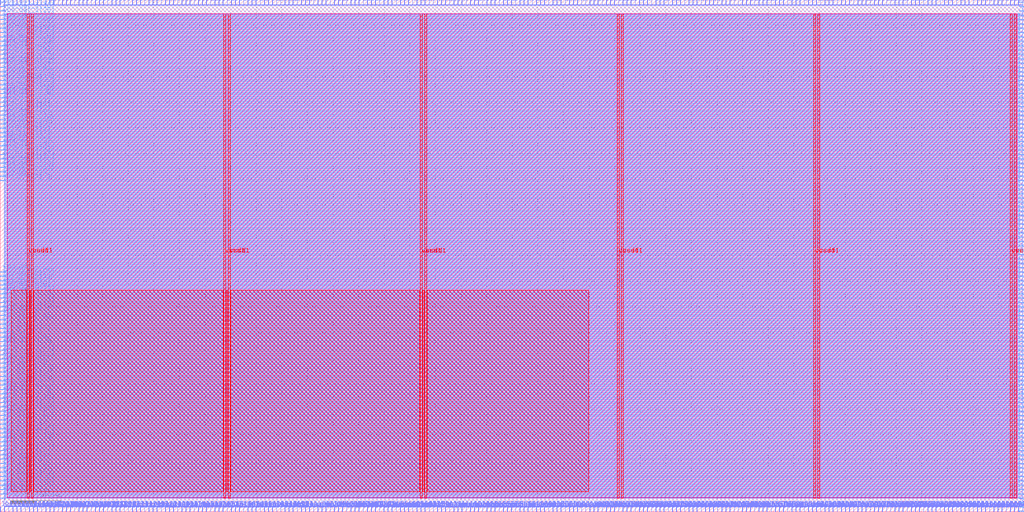
<source format=lef>
VERSION 5.7 ;
  NOWIREEXTENSIONATPIN ON ;
  DIVIDERCHAR "/" ;
  BUSBITCHARS "[]" ;
MACRO team_11_Wrapper
  CLASS BLOCK ;
  FOREIGN team_11_Wrapper ;
  ORIGIN 0.000 0.000 ;
  SIZE 800.000 BY 400.000 ;
  PIN ACK_I
    DIRECTION INPUT ;
    USE SIGNAL ;
    PORT
      LAYER met2 ;
        RECT 640.870 0.000 641.150 4.000 ;
    END
  END ACK_I
  PIN ADR_O[0]
    DIRECTION OUTPUT ;
    USE SIGNAL ;
    ANTENNADIFFAREA 0.445500 ;
    PORT
      LAYER met2 ;
        RECT 663.410 396.000 663.690 400.000 ;
    END
  END ADR_O[0]
  PIN ADR_O[10]
    DIRECTION OUTPUT ;
    USE SIGNAL ;
    ANTENNADIFFAREA 0.445500 ;
    PORT
      LAYER met2 ;
        RECT 782.550 396.000 782.830 400.000 ;
    END
  END ADR_O[10]
  PIN ADR_O[11]
    DIRECTION OUTPUT ;
    USE SIGNAL ;
    ANTENNADIFFAREA 0.445500 ;
    PORT
      LAYER met2 ;
        RECT 415.470 396.000 415.750 400.000 ;
    END
  END ADR_O[11]
  PIN ADR_O[12]
    DIRECTION OUTPUT ;
    USE SIGNAL ;
    ANTENNADIFFAREA 0.445500 ;
    PORT
      LAYER met2 ;
        RECT 679.510 396.000 679.790 400.000 ;
    END
  END ADR_O[12]
  PIN ADR_O[13]
    DIRECTION OUTPUT ;
    USE SIGNAL ;
    ANTENNADIFFAREA 0.445500 ;
    PORT
      LAYER met2 ;
        RECT 489.530 396.000 489.810 400.000 ;
    END
  END ADR_O[13]
  PIN ADR_O[14]
    DIRECTION OUTPUT ;
    USE SIGNAL ;
    ANTENNADIFFAREA 0.445500 ;
    PORT
      LAYER met2 ;
        RECT 698.830 396.000 699.110 400.000 ;
    END
  END ADR_O[14]
  PIN ADR_O[15]
    DIRECTION OUTPUT ;
    USE SIGNAL ;
    ANTENNADIFFAREA 0.445500 ;
    PORT
      LAYER met2 ;
        RECT 444.450 396.000 444.730 400.000 ;
    END
  END ADR_O[15]
  PIN ADR_O[16]
    DIRECTION OUTPUT ;
    USE SIGNAL ;
    ANTENNADIFFAREA 0.445500 ;
    PORT
      LAYER met2 ;
        RECT 592.570 396.000 592.850 400.000 ;
    END
  END ADR_O[16]
  PIN ADR_O[17]
    DIRECTION OUTPUT ;
    USE SIGNAL ;
    ANTENNADIFFAREA 0.445500 ;
    PORT
      LAYER met2 ;
        RECT 219.050 396.000 219.330 400.000 ;
    END
  END ADR_O[17]
  PIN ADR_O[18]
    DIRECTION OUTPUT ;
    USE SIGNAL ;
    ANTENNADIFFAREA 0.445500 ;
    PORT
      LAYER met2 ;
        RECT 405.810 396.000 406.090 400.000 ;
    END
  END ADR_O[18]
  PIN ADR_O[19]
    DIRECTION OUTPUT ;
    USE SIGNAL ;
    ANTENNADIFFAREA 0.445500 ;
    PORT
      LAYER met2 ;
        RECT 325.310 396.000 325.590 400.000 ;
    END
  END ADR_O[19]
  PIN ADR_O[1]
    DIRECTION OUTPUT ;
    USE SIGNAL ;
    ANTENNADIFFAREA 0.445500 ;
    PORT
      LAYER met2 ;
        RECT 357.510 396.000 357.790 400.000 ;
    END
  END ADR_O[1]
  PIN ADR_O[20]
    DIRECTION OUTPUT ;
    USE SIGNAL ;
    ANTENNADIFFAREA 0.445500 ;
    PORT
      LAYER met2 ;
        RECT 173.970 396.000 174.250 400.000 ;
    END
  END ADR_O[20]
  PIN ADR_O[21]
    DIRECTION OUTPUT ;
    USE SIGNAL ;
    ANTENNADIFFAREA 0.445500 ;
    PORT
      LAYER met2 ;
        RECT 734.250 396.000 734.530 400.000 ;
    END
  END ADR_O[21]
  PIN ADR_O[22]
    DIRECTION OUTPUT ;
    USE SIGNAL ;
    ANTENNADIFFAREA 0.445500 ;
    PORT
      LAYER met2 ;
        RECT 360.730 396.000 361.010 400.000 ;
    END
  END ADR_O[22]
  PIN ADR_O[23]
    DIRECTION OUTPUT ;
    USE SIGNAL ;
    ANTENNADIFFAREA 0.445500 ;
    PORT
      LAYER met2 ;
        RECT 753.570 396.000 753.850 400.000 ;
    END
  END ADR_O[23]
  PIN ADR_O[24]
    DIRECTION OUTPUT ;
    USE SIGNAL ;
    ANTENNADIFFAREA 0.445500 ;
    PORT
      LAYER met2 ;
        RECT 170.750 396.000 171.030 400.000 ;
    END
  END ADR_O[24]
  PIN ADR_O[25]
    DIRECTION OUTPUT ;
    USE SIGNAL ;
    ANTENNADIFFAREA 0.445500 ;
    PORT
      LAYER met2 ;
        RECT 305.990 396.000 306.270 400.000 ;
    END
  END ADR_O[25]
  PIN ADR_O[26]
    DIRECTION OUTPUT ;
    USE SIGNAL ;
    ANTENNADIFFAREA 0.445500 ;
    PORT
      LAYER met2 ;
        RECT 495.970 396.000 496.250 400.000 ;
    END
  END ADR_O[26]
  PIN ADR_O[27]
    DIRECTION OUTPUT ;
    USE SIGNAL ;
    ANTENNADIFFAREA 0.445500 ;
    PORT
      LAYER met2 ;
        RECT 756.790 396.000 757.070 400.000 ;
    END
  END ADR_O[27]
  PIN ADR_O[28]
    DIRECTION OUTPUT ;
    USE SIGNAL ;
    ANTENNADIFFAREA 0.445500 ;
    PORT
      LAYER met2 ;
        RECT 273.790 396.000 274.070 400.000 ;
    END
  END ADR_O[28]
  PIN ADR_O[29]
    DIRECTION OUTPUT ;
    USE SIGNAL ;
    ANTENNADIFFAREA 0.445500 ;
    PORT
      LAYER met2 ;
        RECT 270.570 396.000 270.850 400.000 ;
    END
  END ADR_O[29]
  PIN ADR_O[2]
    DIRECTION OUTPUT ;
    USE SIGNAL ;
    ANTENNADIFFAREA 0.445500 ;
    PORT
      LAYER met2 ;
        RECT 367.170 396.000 367.450 400.000 ;
    END
  END ADR_O[2]
  PIN ADR_O[30]
    DIRECTION OUTPUT ;
    USE SIGNAL ;
    ANTENNADIFFAREA 0.445500 ;
    PORT
      LAYER met2 ;
        RECT 212.610 396.000 212.890 400.000 ;
    END
  END ADR_O[30]
  PIN ADR_O[31]
    DIRECTION OUTPUT ;
    USE SIGNAL ;
    ANTENNADIFFAREA 0.445500 ;
    PORT
      LAYER met2 ;
        RECT 186.850 396.000 187.130 400.000 ;
    END
  END ADR_O[31]
  PIN ADR_O[3]
    DIRECTION OUTPUT ;
    USE SIGNAL ;
    ANTENNADIFFAREA 0.445500 ;
    PORT
      LAYER met2 ;
        RECT 531.390 396.000 531.670 400.000 ;
    END
  END ADR_O[3]
  PIN ADR_O[4]
    DIRECTION OUTPUT ;
    USE SIGNAL ;
    ANTENNADIFFAREA 0.445500 ;
    PORT
      LAYER met2 ;
        RECT 438.010 396.000 438.290 400.000 ;
    END
  END ADR_O[4]
  PIN ADR_O[5]
    DIRECTION OUTPUT ;
    USE SIGNAL ;
    ANTENNADIFFAREA 0.445500 ;
    PORT
      LAYER met2 ;
        RECT 541.050 396.000 541.330 400.000 ;
    END
  END ADR_O[5]
  PIN ADR_O[6]
    DIRECTION OUTPUT ;
    USE SIGNAL ;
    ANTENNADIFFAREA 0.445500 ;
    PORT
      LAYER met2 ;
        RECT 605.450 396.000 605.730 400.000 ;
    END
  END ADR_O[6]
  PIN ADR_O[7]
    DIRECTION OUTPUT ;
    USE SIGNAL ;
    ANTENNADIFFAREA 0.445500 ;
    PORT
      LAYER met2 ;
        RECT 190.070 396.000 190.350 400.000 ;
    END
  END ADR_O[7]
  PIN ADR_O[8]
    DIRECTION OUTPUT ;
    USE SIGNAL ;
    ANTENNADIFFAREA 0.445500 ;
    PORT
      LAYER met2 ;
        RECT 450.890 396.000 451.170 400.000 ;
    END
  END ADR_O[8]
  PIN ADR_O[9]
    DIRECTION OUTPUT ;
    USE SIGNAL ;
    ANTENNADIFFAREA 0.445500 ;
    PORT
      LAYER met2 ;
        RECT 599.010 396.000 599.290 400.000 ;
    END
  END ADR_O[9]
  PIN CYC_O
    DIRECTION OUTPUT ;
    USE SIGNAL ;
    ANTENNADIFFAREA 0.445500 ;
    PORT
      LAYER met2 ;
        RECT 222.270 396.000 222.550 400.000 ;
    END
  END CYC_O
  PIN DAT_I[0]
    DIRECTION INPUT ;
    USE SIGNAL ;
    PORT
      LAYER met2 ;
        RECT 38.730 0.000 39.010 4.000 ;
    END
  END DAT_I[0]
  PIN DAT_I[10]
    DIRECTION INPUT ;
    USE SIGNAL ;
    PORT
      LAYER met2 ;
        RECT 196.510 0.000 196.790 4.000 ;
    END
  END DAT_I[10]
  PIN DAT_I[11]
    DIRECTION INPUT ;
    USE SIGNAL ;
    PORT
      LAYER met2 ;
        RECT 12.970 0.000 13.250 4.000 ;
    END
  END DAT_I[11]
  PIN DAT_I[12]
    DIRECTION INPUT ;
    USE SIGNAL ;
    PORT
      LAYER met2 ;
        RECT 87.030 0.000 87.310 4.000 ;
    END
  END DAT_I[12]
  PIN DAT_I[13]
    DIRECTION INPUT ;
    USE SIGNAL ;
    PORT
      LAYER met2 ;
        RECT 637.650 0.000 637.930 4.000 ;
    END
  END DAT_I[13]
  PIN DAT_I[14]
    DIRECTION INPUT ;
    USE SIGNAL ;
    PORT
      LAYER met2 ;
        RECT 41.950 0.000 42.230 4.000 ;
    END
  END DAT_I[14]
  PIN DAT_I[15]
    DIRECTION INPUT ;
    USE SIGNAL ;
    PORT
      LAYER met2 ;
        RECT 74.150 0.000 74.430 4.000 ;
    END
  END DAT_I[15]
  PIN DAT_I[16]
    DIRECTION INPUT ;
    USE SIGNAL ;
    PORT
      LAYER met2 ;
        RECT 80.590 0.000 80.870 4.000 ;
    END
  END DAT_I[16]
  PIN DAT_I[17]
    DIRECTION INPUT ;
    USE SIGNAL ;
    PORT
      LAYER met2 ;
        RECT 64.490 0.000 64.770 4.000 ;
    END
  END DAT_I[17]
  PIN DAT_I[18]
    DIRECTION INPUT ;
    USE SIGNAL ;
    PORT
      LAYER met2 ;
        RECT 77.370 0.000 77.650 4.000 ;
    END
  END DAT_I[18]
  PIN DAT_I[19]
    DIRECTION INPUT ;
    USE SIGNAL ;
    PORT
      LAYER met2 ;
        RECT 119.230 0.000 119.510 4.000 ;
    END
  END DAT_I[19]
  PIN DAT_I[1]
    DIRECTION INPUT ;
    USE SIGNAL ;
    PORT
      LAYER met2 ;
        RECT 170.750 0.000 171.030 4.000 ;
    END
  END DAT_I[1]
  PIN DAT_I[20]
    DIRECTION INPUT ;
    USE SIGNAL ;
    PORT
      LAYER met2 ;
        RECT 573.250 0.000 573.530 4.000 ;
    END
  END DAT_I[20]
  PIN DAT_I[21]
    DIRECTION INPUT ;
    USE SIGNAL ;
    PORT
      LAYER met2 ;
        RECT 566.810 0.000 567.090 4.000 ;
    END
  END DAT_I[21]
  PIN DAT_I[22]
    DIRECTION INPUT ;
    USE SIGNAL ;
    PORT
      LAYER met2 ;
        RECT 112.790 0.000 113.070 4.000 ;
    END
  END DAT_I[22]
  PIN DAT_I[23]
    DIRECTION INPUT ;
    USE SIGNAL ;
    PORT
      LAYER met2 ;
        RECT 99.910 0.000 100.190 4.000 ;
    END
  END DAT_I[23]
  PIN DAT_I[24]
    DIRECTION INPUT ;
    USE SIGNAL ;
    PORT
      LAYER met2 ;
        RECT 58.050 0.000 58.330 4.000 ;
    END
  END DAT_I[24]
  PIN DAT_I[25]
    DIRECTION INPUT ;
    USE SIGNAL ;
    PORT
      LAYER met2 ;
        RECT 103.130 0.000 103.410 4.000 ;
    END
  END DAT_I[25]
  PIN DAT_I[26]
    DIRECTION INPUT ;
    USE SIGNAL ;
    PORT
      LAYER met2 ;
        RECT 180.410 0.000 180.690 4.000 ;
    END
  END DAT_I[26]
  PIN DAT_I[27]
    DIRECTION INPUT ;
    USE SIGNAL ;
    PORT
      LAYER met2 ;
        RECT 96.690 0.000 96.970 4.000 ;
    END
  END DAT_I[27]
  PIN DAT_I[28]
    DIRECTION INPUT ;
    USE SIGNAL ;
    PORT
      LAYER met2 ;
        RECT 70.930 0.000 71.210 4.000 ;
    END
  END DAT_I[28]
  PIN DAT_I[29]
    DIRECTION INPUT ;
    USE SIGNAL ;
    PORT
      LAYER met2 ;
        RECT 164.310 0.000 164.590 4.000 ;
    END
  END DAT_I[29]
  PIN DAT_I[2]
    DIRECTION INPUT ;
    USE SIGNAL ;
    PORT
      LAYER met2 ;
        RECT 90.250 0.000 90.530 4.000 ;
    END
  END DAT_I[2]
  PIN DAT_I[30]
    DIRECTION INPUT ;
    USE SIGNAL ;
    PORT
      LAYER met2 ;
        RECT 135.330 0.000 135.610 4.000 ;
    END
  END DAT_I[30]
  PIN DAT_I[31]
    DIRECTION INPUT ;
    USE SIGNAL ;
    PORT
      LAYER met2 ;
        RECT 83.810 0.000 84.090 4.000 ;
    END
  END DAT_I[31]
  PIN DAT_I[3]
    DIRECTION INPUT ;
    USE SIGNAL ;
    PORT
      LAYER met2 ;
        RECT 106.350 0.000 106.630 4.000 ;
    END
  END DAT_I[3]
  PIN DAT_I[4]
    DIRECTION INPUT ;
    USE SIGNAL ;
    PORT
      LAYER met2 ;
        RECT 222.270 0.000 222.550 4.000 ;
    END
  END DAT_I[4]
  PIN DAT_I[5]
    DIRECTION INPUT ;
    USE SIGNAL ;
    PORT
      LAYER met2 ;
        RECT 144.990 0.000 145.270 4.000 ;
    END
  END DAT_I[5]
  PIN DAT_I[6]
    DIRECTION INPUT ;
    USE SIGNAL ;
    PORT
      LAYER met2 ;
        RECT 125.670 0.000 125.950 4.000 ;
    END
  END DAT_I[6]
  PIN DAT_I[7]
    DIRECTION INPUT ;
    USE SIGNAL ;
    PORT
      LAYER met2 ;
        RECT 3.310 0.000 3.590 4.000 ;
    END
  END DAT_I[7]
  PIN DAT_I[8]
    DIRECTION INPUT ;
    USE SIGNAL ;
    PORT
      LAYER met2 ;
        RECT 138.550 0.000 138.830 4.000 ;
    END
  END DAT_I[8]
  PIN DAT_I[9]
    DIRECTION INPUT ;
    USE SIGNAL ;
    PORT
      LAYER met2 ;
        RECT 215.830 0.000 216.110 4.000 ;
    END
  END DAT_I[9]
  PIN DAT_O[0]
    DIRECTION OUTPUT ;
    USE SIGNAL ;
    ANTENNADIFFAREA 0.445500 ;
    PORT
      LAYER met2 ;
        RECT 344.630 396.000 344.910 400.000 ;
    END
  END DAT_O[0]
  PIN DAT_O[10]
    DIRECTION OUTPUT ;
    USE SIGNAL ;
    ANTENNADIFFAREA 0.445500 ;
    PORT
      LAYER met2 ;
        RECT 209.390 396.000 209.670 400.000 ;
    END
  END DAT_O[10]
  PIN DAT_O[11]
    DIRECTION OUTPUT ;
    USE SIGNAL ;
    ANTENNADIFFAREA 0.445500 ;
    PORT
      LAYER met2 ;
        RECT 476.650 396.000 476.930 400.000 ;
    END
  END DAT_O[11]
  PIN DAT_O[12]
    DIRECTION OUTPUT ;
    USE SIGNAL ;
    ANTENNADIFFAREA 0.445500 ;
    PORT
      LAYER met2 ;
        RECT 776.110 396.000 776.390 400.000 ;
    END
  END DAT_O[12]
  PIN DAT_O[13]
    DIRECTION OUTPUT ;
    USE SIGNAL ;
    ANTENNADIFFAREA 0.445500 ;
    PORT
      LAYER met2 ;
        RECT 202.950 396.000 203.230 400.000 ;
    END
  END DAT_O[13]
  PIN DAT_O[14]
    DIRECTION OUTPUT ;
    USE SIGNAL ;
    ANTENNADIFFAREA 0.445500 ;
    PORT
      LAYER met2 ;
        RECT 785.770 396.000 786.050 400.000 ;
    END
  END DAT_O[14]
  PIN DAT_O[15]
    DIRECTION OUTPUT ;
    USE SIGNAL ;
    ANTENNADIFFAREA 0.445500 ;
    PORT
      LAYER met2 ;
        RECT 631.210 396.000 631.490 400.000 ;
    END
  END DAT_O[15]
  PIN DAT_O[16]
    DIRECTION OUTPUT ;
    USE SIGNAL ;
    ANTENNADIFFAREA 0.445500 ;
    PORT
      LAYER met2 ;
        RECT 376.830 396.000 377.110 400.000 ;
    END
  END DAT_O[16]
  PIN DAT_O[17]
    DIRECTION OUTPUT ;
    USE SIGNAL ;
    ANTENNADIFFAREA 0.445500 ;
    PORT
      LAYER met2 ;
        RECT 318.870 396.000 319.150 400.000 ;
    END
  END DAT_O[17]
  PIN DAT_O[18]
    DIRECTION OUTPUT ;
    USE SIGNAL ;
    ANTENNADIFFAREA 0.445500 ;
    PORT
      LAYER met2 ;
        RECT 463.770 396.000 464.050 400.000 ;
    END
  END DAT_O[18]
  PIN DAT_O[19]
    DIRECTION OUTPUT ;
    USE SIGNAL ;
    ANTENNADIFFAREA 0.445500 ;
    PORT
      LAYER met2 ;
        RECT 508.850 396.000 509.130 400.000 ;
    END
  END DAT_O[19]
  PIN DAT_O[1]
    DIRECTION OUTPUT ;
    USE SIGNAL ;
    ANTENNADIFFAREA 0.445500 ;
    PORT
      LAYER met2 ;
        RECT 582.910 396.000 583.190 400.000 ;
    END
  END DAT_O[1]
  PIN DAT_O[20]
    DIRECTION OUTPUT ;
    USE SIGNAL ;
    ANTENNADIFFAREA 0.445500 ;
    PORT
      LAYER met2 ;
        RECT 161.090 396.000 161.370 400.000 ;
    END
  END DAT_O[20]
  PIN DAT_O[21]
    DIRECTION OUTPUT ;
    USE SIGNAL ;
    ANTENNADIFFAREA 0.445500 ;
    PORT
      LAYER met2 ;
        RECT 396.150 396.000 396.430 400.000 ;
    END
  END DAT_O[21]
  PIN DAT_O[22]
    DIRECTION OUTPUT ;
    USE SIGNAL ;
    ANTENNADIFFAREA 0.445500 ;
    PORT
      LAYER met2 ;
        RECT 666.630 396.000 666.910 400.000 ;
    END
  END DAT_O[22]
  PIN DAT_O[23]
    DIRECTION OUTPUT ;
    USE SIGNAL ;
    ANTENNADIFFAREA 0.445500 ;
    PORT
      LAYER met2 ;
        RECT 685.950 396.000 686.230 400.000 ;
    END
  END DAT_O[23]
  PIN DAT_O[24]
    DIRECTION OUTPUT ;
    USE SIGNAL ;
    ANTENNADIFFAREA 0.445500 ;
    PORT
      LAYER met2 ;
        RECT 769.670 396.000 769.950 400.000 ;
    END
  END DAT_O[24]
  PIN DAT_O[25]
    DIRECTION OUTPUT ;
    USE SIGNAL ;
    ANTENNADIFFAREA 0.445500 ;
    PORT
      LAYER met2 ;
        RECT 466.990 396.000 467.270 400.000 ;
    END
  END DAT_O[25]
  PIN DAT_O[26]
    DIRECTION OUTPUT ;
    USE SIGNAL ;
    ANTENNADIFFAREA 0.445500 ;
    PORT
      LAYER met2 ;
        RECT 579.690 396.000 579.970 400.000 ;
    END
  END DAT_O[26]
  PIN DAT_O[27]
    DIRECTION OUTPUT ;
    USE SIGNAL ;
    ANTENNADIFFAREA 0.445500 ;
    PORT
      LAYER met2 ;
        RECT 721.370 396.000 721.650 400.000 ;
    END
  END DAT_O[27]
  PIN DAT_O[28]
    DIRECTION OUTPUT ;
    USE SIGNAL ;
    ANTENNADIFFAREA 0.445500 ;
    PORT
      LAYER met2 ;
        RECT 389.710 396.000 389.990 400.000 ;
    END
  END DAT_O[28]
  PIN DAT_O[29]
    DIRECTION OUTPUT ;
    USE SIGNAL ;
    ANTENNADIFFAREA 0.445500 ;
    PORT
      LAYER met2 ;
        RECT 544.270 396.000 544.550 400.000 ;
    END
  END DAT_O[29]
  PIN DAT_O[2]
    DIRECTION OUTPUT ;
    USE SIGNAL ;
    ANTENNADIFFAREA 0.445500 ;
    PORT
      LAYER met2 ;
        RECT 708.490 396.000 708.770 400.000 ;
    END
  END DAT_O[2]
  PIN DAT_O[30]
    DIRECTION OUTPUT ;
    USE SIGNAL ;
    ANTENNADIFFAREA 0.445500 ;
    PORT
      LAYER met2 ;
        RECT 338.190 396.000 338.470 400.000 ;
    END
  END DAT_O[30]
  PIN DAT_O[31]
    DIRECTION OUTPUT ;
    USE SIGNAL ;
    ANTENNADIFFAREA 0.445500 ;
    PORT
      LAYER met2 ;
        RECT 460.550 396.000 460.830 400.000 ;
    END
  END DAT_O[31]
  PIN DAT_O[3]
    DIRECTION OUTPUT ;
    USE SIGNAL ;
    ANTENNADIFFAREA 0.445500 ;
    PORT
      LAYER met2 ;
        RECT 570.030 396.000 570.310 400.000 ;
    END
  END DAT_O[3]
  PIN DAT_O[4]
    DIRECTION OUTPUT ;
    USE SIGNAL ;
    ANTENNADIFFAREA 0.445500 ;
    PORT
      LAYER met2 ;
        RECT 473.430 396.000 473.710 400.000 ;
    END
  END DAT_O[4]
  PIN DAT_O[5]
    DIRECTION OUTPUT ;
    USE SIGNAL ;
    ANTENNADIFFAREA 0.445500 ;
    PORT
      LAYER met2 ;
        RECT 627.990 396.000 628.270 400.000 ;
    END
  END DAT_O[5]
  PIN DAT_O[6]
    DIRECTION OUTPUT ;
    USE SIGNAL ;
    ANTENNADIFFAREA 0.445500 ;
    PORT
      LAYER met2 ;
        RECT 702.050 396.000 702.330 400.000 ;
    END
  END DAT_O[6]
  PIN DAT_O[7]
    DIRECTION OUTPUT ;
    USE SIGNAL ;
    ANTENNADIFFAREA 0.445500 ;
    PORT
      LAYER met2 ;
        RECT 624.770 396.000 625.050 400.000 ;
    END
  END DAT_O[7]
  PIN DAT_O[8]
    DIRECTION OUTPUT ;
    USE SIGNAL ;
    ANTENNADIFFAREA 0.445500 ;
    PORT
      LAYER met2 ;
        RECT 425.130 396.000 425.410 400.000 ;
    END
  END DAT_O[8]
  PIN DAT_O[9]
    DIRECTION OUTPUT ;
    USE SIGNAL ;
    ANTENNADIFFAREA 0.445500 ;
    PORT
      LAYER met2 ;
        RECT 402.590 396.000 402.870 400.000 ;
    END
  END DAT_O[9]
  PIN SEL_O[0]
    DIRECTION OUTPUT ;
    USE SIGNAL ;
    ANTENNADIFFAREA 0.445500 ;
    PORT
      LAYER met2 ;
        RECT 277.010 396.000 277.290 400.000 ;
    END
  END SEL_O[0]
  PIN SEL_O[1]
    DIRECTION OUTPUT ;
    USE SIGNAL ;
    ANTENNADIFFAREA 0.445500 ;
    PORT
      LAYER met2 ;
        RECT 718.150 396.000 718.430 400.000 ;
    END
  END SEL_O[1]
  PIN SEL_O[2]
    DIRECTION OUTPUT ;
    USE SIGNAL ;
    ANTENNADIFFAREA 0.445500 ;
    PORT
      LAYER met2 ;
        RECT 611.890 396.000 612.170 400.000 ;
    END
  END SEL_O[2]
  PIN SEL_O[3]
    DIRECTION OUTPUT ;
    USE SIGNAL ;
    ANTENNADIFFAREA 0.445500 ;
    PORT
      LAYER met2 ;
        RECT 682.730 396.000 683.010 400.000 ;
    END
  END SEL_O[3]
  PIN STB_O
    DIRECTION OUTPUT ;
    USE SIGNAL ;
    ANTENNADIFFAREA 0.445500 ;
    PORT
      LAYER met2 ;
        RECT 470.210 396.000 470.490 400.000 ;
    END
  END STB_O
  PIN WE_O
    DIRECTION OUTPUT ;
    USE SIGNAL ;
    ANTENNADIFFAREA 0.445500 ;
    PORT
      LAYER met2 ;
        RECT 322.090 396.000 322.370 400.000 ;
    END
  END WE_O
  PIN gpio_in[0]
    DIRECTION INPUT ;
    USE SIGNAL ;
    PORT
      LAYER met2 ;
        RECT 109.570 0.000 109.850 4.000 ;
    END
  END gpio_in[0]
  PIN gpio_in[10]
    DIRECTION INPUT ;
    USE SIGNAL ;
    PORT
      LAYER met2 ;
        RECT 132.110 0.000 132.390 4.000 ;
    END
  END gpio_in[10]
  PIN gpio_in[11]
    DIRECTION INPUT ;
    USE SIGNAL ;
    PORT
      LAYER met2 ;
        RECT 116.010 0.000 116.290 4.000 ;
    END
  END gpio_in[11]
  PIN gpio_in[12]
    DIRECTION INPUT ;
    USE SIGNAL ;
    PORT
      LAYER met2 ;
        RECT 141.770 0.000 142.050 4.000 ;
    END
  END gpio_in[12]
  PIN gpio_in[13]
    DIRECTION INPUT ;
    USE SIGNAL ;
    PORT
      LAYER met2 ;
        RECT 122.450 0.000 122.730 4.000 ;
    END
  END gpio_in[13]
  PIN gpio_in[14]
    DIRECTION INPUT ;
    USE SIGNAL ;
    PORT
      LAYER met2 ;
        RECT 173.970 0.000 174.250 4.000 ;
    END
  END gpio_in[14]
  PIN gpio_in[15]
    DIRECTION INPUT ;
    USE SIGNAL ;
    PORT
      LAYER met2 ;
        RECT 128.890 0.000 129.170 4.000 ;
    END
  END gpio_in[15]
  PIN gpio_in[16]
    DIRECTION INPUT ;
    USE SIGNAL ;
    PORT
      LAYER met2 ;
        RECT 167.530 0.000 167.810 4.000 ;
    END
  END gpio_in[16]
  PIN gpio_in[17]
    DIRECTION INPUT ;
    USE SIGNAL ;
    PORT
      LAYER met2 ;
        RECT 183.630 0.000 183.910 4.000 ;
    END
  END gpio_in[17]
  PIN gpio_in[18]
    DIRECTION INPUT ;
    USE SIGNAL ;
    PORT
      LAYER met2 ;
        RECT 157.870 0.000 158.150 4.000 ;
    END
  END gpio_in[18]
  PIN gpio_in[19]
    DIRECTION INPUT ;
    USE SIGNAL ;
    PORT
      LAYER met2 ;
        RECT 341.410 0.000 341.690 4.000 ;
    END
  END gpio_in[19]
  PIN gpio_in[1]
    DIRECTION INPUT ;
    USE SIGNAL ;
    PORT
      LAYER met2 ;
        RECT 151.430 0.000 151.710 4.000 ;
    END
  END gpio_in[1]
  PIN gpio_in[20]
    DIRECTION INPUT ;
    USE SIGNAL ;
    PORT
      LAYER met2 ;
        RECT 148.210 0.000 148.490 4.000 ;
    END
  END gpio_in[20]
  PIN gpio_in[21]
    DIRECTION INPUT ;
    USE SIGNAL ;
    PORT
      LAYER met2 ;
        RECT 270.570 0.000 270.850 4.000 ;
    END
  END gpio_in[21]
  PIN gpio_in[22]
    DIRECTION INPUT ;
    USE SIGNAL ;
    PORT
      LAYER met2 ;
        RECT 154.650 0.000 154.930 4.000 ;
    END
  END gpio_in[22]
  PIN gpio_in[23]
    DIRECTION INPUT ;
    USE SIGNAL ;
    PORT
      LAYER met2 ;
        RECT 235.150 0.000 235.430 4.000 ;
    END
  END gpio_in[23]
  PIN gpio_in[24]
    DIRECTION INPUT ;
    USE SIGNAL ;
    PORT
      LAYER met2 ;
        RECT 161.090 0.000 161.370 4.000 ;
    END
  END gpio_in[24]
  PIN gpio_in[25]
    DIRECTION INPUT ;
    USE SIGNAL ;
    PORT
      LAYER met2 ;
        RECT 206.170 0.000 206.450 4.000 ;
    END
  END gpio_in[25]
  PIN gpio_in[26]
    DIRECTION INPUT ;
    USE SIGNAL ;
    PORT
      LAYER met2 ;
        RECT 202.950 0.000 203.230 4.000 ;
    END
  END gpio_in[26]
  PIN gpio_in[27]
    DIRECTION INPUT ;
    USE SIGNAL ;
    PORT
      LAYER met2 ;
        RECT 177.190 0.000 177.470 4.000 ;
    END
  END gpio_in[27]
  PIN gpio_in[28]
    DIRECTION INPUT ;
    USE SIGNAL ;
    PORT
      LAYER met2 ;
        RECT 248.030 0.000 248.310 4.000 ;
    END
  END gpio_in[28]
  PIN gpio_in[29]
    DIRECTION INPUT ;
    USE SIGNAL ;
    PORT
      LAYER met2 ;
        RECT 624.770 0.000 625.050 4.000 ;
    END
  END gpio_in[29]
  PIN gpio_in[2]
    DIRECTION INPUT ;
    USE SIGNAL ;
    PORT
      LAYER met2 ;
        RECT 592.570 0.000 592.850 4.000 ;
    END
  END gpio_in[2]
  PIN gpio_in[30]
    DIRECTION INPUT ;
    USE SIGNAL ;
    PORT
      LAYER met2 ;
        RECT 190.070 0.000 190.350 4.000 ;
    END
  END gpio_in[30]
  PIN gpio_in[31]
    DIRECTION INPUT ;
    USE SIGNAL ;
    PORT
      LAYER met2 ;
        RECT 186.850 0.000 187.130 4.000 ;
    END
  END gpio_in[31]
  PIN gpio_in[32]
    DIRECTION INPUT ;
    USE SIGNAL ;
    PORT
      LAYER met2 ;
        RECT 209.390 0.000 209.670 4.000 ;
    END
  END gpio_in[32]
  PIN gpio_in[33]
    DIRECTION INPUT ;
    USE SIGNAL ;
    PORT
      LAYER met2 ;
        RECT 193.290 0.000 193.570 4.000 ;
    END
  END gpio_in[33]
  PIN gpio_in[34]
    DIRECTION INPUT ;
    USE SIGNAL ;
    ANTENNAGATEAREA 0.196500 ;
    ANTENNADIFFAREA 0.434700 ;
    PORT
      LAYER met2 ;
        RECT 318.870 0.000 319.150 4.000 ;
    END
  END gpio_in[34]
  PIN gpio_in[35]
    DIRECTION INPUT ;
    USE SIGNAL ;
    ANTENNAGATEAREA 0.196500 ;
    ANTENNADIFFAREA 0.434700 ;
    PORT
      LAYER met2 ;
        RECT 315.650 0.000 315.930 4.000 ;
    END
  END gpio_in[35]
  PIN gpio_in[36]
    DIRECTION INPUT ;
    USE SIGNAL ;
    ANTENNAGATEAREA 0.196500 ;
    ANTENNADIFFAREA 0.434700 ;
    PORT
      LAYER met2 ;
        RECT 322.090 0.000 322.370 4.000 ;
    END
  END gpio_in[36]
  PIN gpio_in[37]
    DIRECTION INPUT ;
    USE SIGNAL ;
    ANTENNAGATEAREA 0.196500 ;
    ANTENNADIFFAREA 0.434700 ;
    PORT
      LAYER met2 ;
        RECT 312.430 0.000 312.710 4.000 ;
    END
  END gpio_in[37]
  PIN gpio_in[3]
    DIRECTION INPUT ;
    USE SIGNAL ;
    PORT
      LAYER met2 ;
        RECT 599.010 0.000 599.290 4.000 ;
    END
  END gpio_in[3]
  PIN gpio_in[4]
    DIRECTION INPUT ;
    USE SIGNAL ;
    PORT
      LAYER met2 ;
        RECT 199.730 0.000 200.010 4.000 ;
    END
  END gpio_in[4]
  PIN gpio_in[5]
    DIRECTION INPUT ;
    USE SIGNAL ;
    PORT
      LAYER met2 ;
        RECT 331.750 0.000 332.030 4.000 ;
    END
  END gpio_in[5]
  PIN gpio_in[6]
    DIRECTION INPUT ;
    USE SIGNAL ;
    PORT
      LAYER met2 ;
        RECT 231.930 0.000 232.210 4.000 ;
    END
  END gpio_in[6]
  PIN gpio_in[7]
    DIRECTION INPUT ;
    USE SIGNAL ;
    PORT
      LAYER met2 ;
        RECT 299.550 0.000 299.830 4.000 ;
    END
  END gpio_in[7]
  PIN gpio_in[8]
    DIRECTION INPUT ;
    USE SIGNAL ;
    PORT
      LAYER met2 ;
        RECT 212.610 0.000 212.890 4.000 ;
    END
  END gpio_in[8]
  PIN gpio_in[9]
    DIRECTION INPUT ;
    USE SIGNAL ;
    PORT
      LAYER met2 ;
        RECT 277.010 0.000 277.290 4.000 ;
    END
  END gpio_in[9]
  PIN gpio_oeb[0]
    DIRECTION OUTPUT ;
    USE SIGNAL ;
    ANTENNADIFFAREA 0.445500 ;
    PORT
      LAYER met2 ;
        RECT 425.130 0.000 425.410 4.000 ;
    END
  END gpio_oeb[0]
  PIN gpio_oeb[10]
    DIRECTION OUTPUT ;
    USE SIGNAL ;
    ANTENNADIFFAREA 0.445500 ;
    PORT
      LAYER met2 ;
        RECT 347.850 0.000 348.130 4.000 ;
    END
  END gpio_oeb[10]
  PIN gpio_oeb[11]
    DIRECTION OUTPUT ;
    USE SIGNAL ;
    ANTENNADIFFAREA 0.445500 ;
    PORT
      LAYER met2 ;
        RECT 386.490 0.000 386.770 4.000 ;
    END
  END gpio_oeb[11]
  PIN gpio_oeb[12]
    DIRECTION OUTPUT ;
    USE SIGNAL ;
    ANTENNADIFFAREA 0.445500 ;
    PORT
      LAYER met2 ;
        RECT 389.710 0.000 389.990 4.000 ;
    END
  END gpio_oeb[12]
  PIN gpio_oeb[13]
    DIRECTION OUTPUT ;
    USE SIGNAL ;
    ANTENNADIFFAREA 0.445500 ;
    PORT
      LAYER met2 ;
        RECT 360.730 0.000 361.010 4.000 ;
    END
  END gpio_oeb[13]
  PIN gpio_oeb[14]
    DIRECTION OUTPUT ;
    USE SIGNAL ;
    ANTENNADIFFAREA 0.445500 ;
    PORT
      LAYER met2 ;
        RECT 383.270 0.000 383.550 4.000 ;
    END
  END gpio_oeb[14]
  PIN gpio_oeb[15]
    DIRECTION OUTPUT ;
    USE SIGNAL ;
    ANTENNADIFFAREA 0.445500 ;
    PORT
      LAYER met2 ;
        RECT 418.690 0.000 418.970 4.000 ;
    END
  END gpio_oeb[15]
  PIN gpio_oeb[16]
    DIRECTION OUTPUT ;
    USE SIGNAL ;
    ANTENNADIFFAREA 0.445500 ;
    PORT
      LAYER met2 ;
        RECT 392.930 0.000 393.210 4.000 ;
    END
  END gpio_oeb[16]
  PIN gpio_oeb[17]
    DIRECTION OUTPUT ;
    USE SIGNAL ;
    ANTENNADIFFAREA 0.445500 ;
    PORT
      LAYER met2 ;
        RECT 380.050 0.000 380.330 4.000 ;
    END
  END gpio_oeb[17]
  PIN gpio_oeb[18]
    DIRECTION OUTPUT ;
    USE SIGNAL ;
    ANTENNADIFFAREA 0.445500 ;
    PORT
      LAYER met2 ;
        RECT 486.310 396.000 486.590 400.000 ;
    END
  END gpio_oeb[18]
  PIN gpio_oeb[19]
    DIRECTION OUTPUT ;
    USE SIGNAL ;
    ANTENNADIFFAREA 0.445500 ;
    PORT
      LAYER met2 ;
        RECT 283.450 396.000 283.730 400.000 ;
    END
  END gpio_oeb[19]
  PIN gpio_oeb[1]
    DIRECTION OUTPUT ;
    USE SIGNAL ;
    ANTENNADIFFAREA 0.445500 ;
    PORT
      LAYER met2 ;
        RECT 415.470 0.000 415.750 4.000 ;
    END
  END gpio_oeb[1]
  PIN gpio_oeb[20]
    DIRECTION OUTPUT ;
    USE SIGNAL ;
    ANTENNADIFFAREA 0.445500 ;
    PORT
      LAYER met2 ;
        RECT 711.710 396.000 711.990 400.000 ;
    END
  END gpio_oeb[20]
  PIN gpio_oeb[21]
    DIRECTION OUTPUT ;
    USE SIGNAL ;
    ANTENNADIFFAREA 0.445500 ;
    PORT
      LAYER met2 ;
        RECT 779.330 396.000 779.610 400.000 ;
    END
  END gpio_oeb[21]
  PIN gpio_oeb[22]
    DIRECTION OUTPUT ;
    USE SIGNAL ;
    ANTENNADIFFAREA 0.445500 ;
    PORT
      LAYER met2 ;
        RECT 267.350 396.000 267.630 400.000 ;
    END
  END gpio_oeb[22]
  PIN gpio_oeb[23]
    DIRECTION OUTPUT ;
    USE SIGNAL ;
    ANTENNADIFFAREA 0.445500 ;
    PORT
      LAYER met2 ;
        RECT 589.350 396.000 589.630 400.000 ;
    END
  END gpio_oeb[23]
  PIN gpio_oeb[24]
    DIRECTION OUTPUT ;
    USE SIGNAL ;
    ANTENNADIFFAREA 0.445500 ;
    PORT
      LAYER met2 ;
        RECT 215.830 396.000 216.110 400.000 ;
    END
  END gpio_oeb[24]
  PIN gpio_oeb[25]
    DIRECTION OUTPUT ;
    USE SIGNAL ;
    ANTENNADIFFAREA 0.445500 ;
    PORT
      LAYER met2 ;
        RECT 576.470 396.000 576.750 400.000 ;
    END
  END gpio_oeb[25]
  PIN gpio_oeb[26]
    DIRECTION OUTPUT ;
    USE SIGNAL ;
    ANTENNADIFFAREA 0.445500 ;
    PORT
      LAYER met2 ;
        RECT 644.090 396.000 644.370 400.000 ;
    END
  END gpio_oeb[26]
  PIN gpio_oeb[27]
    DIRECTION OUTPUT ;
    USE SIGNAL ;
    ANTENNADIFFAREA 0.445500 ;
    PORT
      LAYER met2 ;
        RECT 434.790 396.000 435.070 400.000 ;
    END
  END gpio_oeb[27]
  PIN gpio_oeb[28]
    DIRECTION OUTPUT ;
    USE SIGNAL ;
    ANTENNADIFFAREA 0.445500 ;
    PORT
      LAYER met2 ;
        RECT 167.530 396.000 167.810 400.000 ;
    END
  END gpio_oeb[28]
  PIN gpio_oeb[29]
    DIRECTION OUTPUT ;
    USE SIGNAL ;
    ANTENNADIFFAREA 0.445500 ;
    PORT
      LAYER met2 ;
        RECT 647.310 396.000 647.590 400.000 ;
    END
  END gpio_oeb[29]
  PIN gpio_oeb[2]
    DIRECTION OUTPUT ;
    USE SIGNAL ;
    ANTENNADIFFAREA 0.445500 ;
    PORT
      LAYER met2 ;
        RECT 376.830 0.000 377.110 4.000 ;
    END
  END gpio_oeb[2]
  PIN gpio_oeb[30]
    DIRECTION OUTPUT ;
    USE SIGNAL ;
    ANTENNADIFFAREA 0.445500 ;
    PORT
      LAYER met2 ;
        RECT 196.510 396.000 196.790 400.000 ;
    END
  END gpio_oeb[30]
  PIN gpio_oeb[31]
    DIRECTION OUTPUT ;
    USE SIGNAL ;
    ANTENNADIFFAREA 0.445500 ;
    PORT
      LAYER met2 ;
        RECT 766.450 396.000 766.730 400.000 ;
    END
  END gpio_oeb[31]
  PIN gpio_oeb[32]
    DIRECTION OUTPUT ;
    USE SIGNAL ;
    ANTENNADIFFAREA 0.445500 ;
    PORT
      LAYER met2 ;
        RECT 228.710 396.000 228.990 400.000 ;
    END
  END gpio_oeb[32]
  PIN gpio_oeb[33]
    DIRECTION OUTPUT ;
    USE SIGNAL ;
    ANTENNADIFFAREA 0.445500 ;
    PORT
      LAYER met2 ;
        RECT 669.850 396.000 670.130 400.000 ;
    END
  END gpio_oeb[33]
  PIN gpio_oeb[34]
    DIRECTION OUTPUT ;
    USE SIGNAL ;
    ANTENNADIFFAREA 0.445500 ;
    PORT
      LAYER met2 ;
        RECT 399.370 0.000 399.650 4.000 ;
    END
  END gpio_oeb[34]
  PIN gpio_oeb[35]
    DIRECTION OUTPUT ;
    USE SIGNAL ;
    ANTENNADIFFAREA 0.445500 ;
    PORT
      LAYER met2 ;
        RECT 373.610 0.000 373.890 4.000 ;
    END
  END gpio_oeb[35]
  PIN gpio_oeb[36]
    DIRECTION OUTPUT ;
    USE SIGNAL ;
    ANTENNADIFFAREA 0.445500 ;
    PORT
      LAYER met2 ;
        RECT 396.150 0.000 396.430 4.000 ;
    END
  END gpio_oeb[36]
  PIN gpio_oeb[37]
    DIRECTION OUTPUT ;
    USE SIGNAL ;
    ANTENNADIFFAREA 0.445500 ;
    PORT
      LAYER met2 ;
        RECT 402.590 0.000 402.870 4.000 ;
    END
  END gpio_oeb[37]
  PIN gpio_oeb[3]
    DIRECTION OUTPUT ;
    USE SIGNAL ;
    ANTENNADIFFAREA 0.445500 ;
    PORT
      LAYER met2 ;
        RECT 409.030 0.000 409.310 4.000 ;
    END
  END gpio_oeb[3]
  PIN gpio_oeb[4]
    DIRECTION OUTPUT ;
    USE SIGNAL ;
    ANTENNADIFFAREA 0.445500 ;
    PORT
      LAYER met2 ;
        RECT 351.070 0.000 351.350 4.000 ;
    END
  END gpio_oeb[4]
  PIN gpio_oeb[5]
    DIRECTION OUTPUT ;
    USE SIGNAL ;
    ANTENNADIFFAREA 0.445500 ;
    PORT
      LAYER met2 ;
        RECT 367.170 0.000 367.450 4.000 ;
    END
  END gpio_oeb[5]
  PIN gpio_oeb[6]
    DIRECTION OUTPUT ;
    USE SIGNAL ;
    ANTENNADIFFAREA 0.445500 ;
    PORT
      LAYER met2 ;
        RECT 421.910 0.000 422.190 4.000 ;
    END
  END gpio_oeb[6]
  PIN gpio_oeb[7]
    DIRECTION OUTPUT ;
    USE SIGNAL ;
    ANTENNADIFFAREA 0.445500 ;
    PORT
      LAYER met2 ;
        RECT 357.510 0.000 357.790 4.000 ;
    END
  END gpio_oeb[7]
  PIN gpio_oeb[8]
    DIRECTION OUTPUT ;
    USE SIGNAL ;
    ANTENNADIFFAREA 0.445500 ;
    PORT
      LAYER met2 ;
        RECT 363.950 0.000 364.230 4.000 ;
    END
  END gpio_oeb[8]
  PIN gpio_oeb[9]
    DIRECTION OUTPUT ;
    USE SIGNAL ;
    ANTENNADIFFAREA 0.445500 ;
    PORT
      LAYER met2 ;
        RECT 370.390 0.000 370.670 4.000 ;
    END
  END gpio_oeb[9]
  PIN gpio_out[0]
    DIRECTION OUTPUT ;
    USE SIGNAL ;
    ANTENNADIFFAREA 0.445500 ;
    PORT
      LAYER met2 ;
        RECT 695.610 396.000 695.890 400.000 ;
    END
  END gpio_out[0]
  PIN gpio_out[10]
    DIRECTION OUTPUT ;
    USE SIGNAL ;
    ANTENNADIFFAREA 0.445500 ;
    PORT
      LAYER met2 ;
        RECT 373.610 396.000 373.890 400.000 ;
    END
  END gpio_out[10]
  PIN gpio_out[11]
    DIRECTION OUTPUT ;
    USE SIGNAL ;
    ANTENNADIFFAREA 0.445500 ;
    PORT
      LAYER met2 ;
        RECT 370.390 396.000 370.670 400.000 ;
    END
  END gpio_out[11]
  PIN gpio_out[12]
    DIRECTION OUTPUT ;
    USE SIGNAL ;
    ANTENNADIFFAREA 0.445500 ;
    PORT
      LAYER met2 ;
        RECT 392.930 396.000 393.210 400.000 ;
    END
  END gpio_out[12]
  PIN gpio_out[13]
    DIRECTION OUTPUT ;
    USE SIGNAL ;
    ANTENNADIFFAREA 0.445500 ;
    PORT
      LAYER met2 ;
        RECT 238.370 396.000 238.650 400.000 ;
    END
  END gpio_out[13]
  PIN gpio_out[14]
    DIRECTION OUTPUT ;
    USE SIGNAL ;
    ANTENNADIFFAREA 0.445500 ;
    PORT
      LAYER met2 ;
        RECT 180.410 396.000 180.690 400.000 ;
    END
  END gpio_out[14]
  PIN gpio_out[15]
    DIRECTION OUTPUT ;
    USE SIGNAL ;
    ANTENNADIFFAREA 0.445500 ;
    PORT
      LAYER met2 ;
        RECT 441.230 396.000 441.510 400.000 ;
    END
  END gpio_out[15]
  PIN gpio_out[16]
    DIRECTION OUTPUT ;
    USE SIGNAL ;
    ANTENNADIFFAREA 0.445500 ;
    PORT
      LAYER met2 ;
        RECT 692.390 396.000 692.670 400.000 ;
    END
  END gpio_out[16]
  PIN gpio_out[17]
    DIRECTION OUTPUT ;
    USE SIGNAL ;
    ANTENNADIFFAREA 0.445500 ;
    PORT
      LAYER met2 ;
        RECT 164.310 396.000 164.590 400.000 ;
    END
  END gpio_out[17]
  PIN gpio_out[18]
    DIRECTION OUTPUT ;
    USE SIGNAL ;
    ANTENNADIFFAREA 0.445500 ;
    PORT
      LAYER met2 ;
        RECT 405.810 0.000 406.090 4.000 ;
    END
  END gpio_out[18]
  PIN gpio_out[19]
    DIRECTION OUTPUT ;
    USE SIGNAL ;
    ANTENNADIFFAREA 0.445500 ;
    PORT
      LAYER met2 ;
        RECT 792.210 396.000 792.490 400.000 ;
    END
  END gpio_out[19]
  PIN gpio_out[1]
    DIRECTION OUTPUT ;
    USE SIGNAL ;
    ANTENNADIFFAREA 0.445500 ;
    PORT
      LAYER met2 ;
        RECT 602.230 396.000 602.510 400.000 ;
    END
  END gpio_out[1]
  PIN gpio_out[20]
    DIRECTION OUTPUT ;
    USE SIGNAL ;
    ANTENNADIFFAREA 0.445500 ;
    PORT
      LAYER met2 ;
        RECT 450.890 0.000 451.170 4.000 ;
    END
  END gpio_out[20]
  PIN gpio_out[21]
    DIRECTION OUTPUT ;
    USE SIGNAL ;
    ANTENNADIFFAREA 0.445500 ;
    PORT
      LAYER met2 ;
        RECT 788.990 396.000 789.270 400.000 ;
    END
  END gpio_out[21]
  PIN gpio_out[22]
    DIRECTION OUTPUT ;
    USE SIGNAL ;
    ANTENNADIFFAREA 0.445500 ;
    PORT
      LAYER met2 ;
        RECT 412.250 0.000 412.530 4.000 ;
    END
  END gpio_out[22]
  PIN gpio_out[23]
    DIRECTION OUTPUT ;
    USE SIGNAL ;
    ANTENNADIFFAREA 0.795200 ;
    PORT
      LAYER met2 ;
        RECT 795.430 396.000 795.710 400.000 ;
    END
  END gpio_out[23]
  PIN gpio_out[24]
    DIRECTION OUTPUT ;
    USE SIGNAL ;
    ANTENNADIFFAREA 0.445500 ;
    PORT
      LAYER met2 ;
        RECT 705.270 396.000 705.550 400.000 ;
    END
  END gpio_out[24]
  PIN gpio_out[25]
    DIRECTION OUTPUT ;
    USE SIGNAL ;
    ANTENNADIFFAREA 0.795200 ;
    PORT
      LAYER met2 ;
        RECT 798.650 396.000 798.930 400.000 ;
    END
  END gpio_out[25]
  PIN gpio_out[26]
    DIRECTION OUTPUT ;
    USE SIGNAL ;
    ANTENNADIFFAREA 0.445500 ;
    PORT
      LAYER met2 ;
        RECT 740.690 396.000 740.970 400.000 ;
    END
  END gpio_out[26]
  PIN gpio_out[27]
    DIRECTION OUTPUT ;
    USE SIGNAL ;
    ANTENNADIFFAREA 0.445500 ;
    PORT
      LAYER met2 ;
        RECT 714.930 396.000 715.210 400.000 ;
    END
  END gpio_out[27]
  PIN gpio_out[28]
    DIRECTION OUTPUT ;
    USE SIGNAL ;
    ANTENNADIFFAREA 0.445500 ;
    PORT
      LAYER met2 ;
        RECT 454.110 396.000 454.390 400.000 ;
    END
  END gpio_out[28]
  PIN gpio_out[29]
    DIRECTION OUTPUT ;
    USE SIGNAL ;
    ANTENNADIFFAREA 0.445500 ;
    PORT
      LAYER met2 ;
        RECT 354.290 0.000 354.570 4.000 ;
    END
  END gpio_out[29]
  PIN gpio_out[2]
    DIRECTION OUTPUT ;
    USE SIGNAL ;
    ANTENNADIFFAREA 0.445500 ;
    PORT
      LAYER met2 ;
        RECT 286.670 396.000 286.950 400.000 ;
    END
  END gpio_out[2]
  PIN gpio_out[30]
    DIRECTION OUTPUT ;
    USE SIGNAL ;
    ANTENNADIFFAREA 0.445500 ;
    PORT
      LAYER met2 ;
        RECT 328.530 0.000 328.810 4.000 ;
    END
  END gpio_out[30]
  PIN gpio_out[31]
    DIRECTION OUTPUT ;
    USE SIGNAL ;
    ANTENNADIFFAREA 0.445500 ;
    PORT
      LAYER met2 ;
        RECT 305.990 0.000 306.270 4.000 ;
    END
  END gpio_out[31]
  PIN gpio_out[32]
    DIRECTION OUTPUT ;
    USE SIGNAL ;
    ANTENNADIFFAREA 0.445500 ;
    PORT
      LAYER met2 ;
        RECT 309.210 0.000 309.490 4.000 ;
    END
  END gpio_out[32]
  PIN gpio_out[33]
    DIRECTION OUTPUT ;
    USE SIGNAL ;
    ANTENNADIFFAREA 0.445500 ;
    PORT
      LAYER met2 ;
        RECT 325.310 0.000 325.590 4.000 ;
    END
  END gpio_out[33]
  PIN gpio_out[34]
    DIRECTION OUTPUT ;
    USE SIGNAL ;
    ANTENNADIFFAREA 0.445500 ;
    PORT
      LAYER met2 ;
        RECT 528.170 396.000 528.450 400.000 ;
    END
  END gpio_out[34]
  PIN gpio_out[35]
    DIRECTION OUTPUT ;
    USE SIGNAL ;
    ANTENNADIFFAREA 0.445500 ;
    PORT
      LAYER met2 ;
        RECT 637.650 396.000 637.930 400.000 ;
    END
  END gpio_out[35]
  PIN gpio_out[36]
    DIRECTION OUTPUT ;
    USE SIGNAL ;
    ANTENNADIFFAREA 0.445500 ;
    PORT
      LAYER met2 ;
        RECT 499.190 396.000 499.470 400.000 ;
    END
  END gpio_out[36]
  PIN gpio_out[37]
    DIRECTION OUTPUT ;
    USE SIGNAL ;
    ANTENNADIFFAREA 0.445500 ;
    PORT
      LAYER met2 ;
        RECT 328.530 396.000 328.810 400.000 ;
    END
  END gpio_out[37]
  PIN gpio_out[3]
    DIRECTION OUTPUT ;
    USE SIGNAL ;
    ANTENNADIFFAREA 0.445500 ;
    PORT
      LAYER met2 ;
        RECT 518.510 396.000 518.790 400.000 ;
    END
  END gpio_out[3]
  PIN gpio_out[4]
    DIRECTION OUTPUT ;
    USE SIGNAL ;
    ANTENNADIFFAREA 0.445500 ;
    PORT
      LAYER met2 ;
        RECT 615.110 396.000 615.390 400.000 ;
    END
  END gpio_out[4]
  PIN gpio_out[5]
    DIRECTION OUTPUT ;
    USE SIGNAL ;
    ANTENNADIFFAREA 0.445500 ;
    PORT
      LAYER met2 ;
        RECT 418.690 396.000 418.970 400.000 ;
    END
  END gpio_out[5]
  PIN gpio_out[6]
    DIRECTION OUTPUT ;
    USE SIGNAL ;
    ANTENNADIFFAREA 0.445500 ;
    PORT
      LAYER met2 ;
        RECT 206.170 396.000 206.450 400.000 ;
    END
  END gpio_out[6]
  PIN gpio_out[7]
    DIRECTION OUTPUT ;
    USE SIGNAL ;
    ANTENNADIFFAREA 0.445500 ;
    PORT
      LAYER met2 ;
        RECT 399.370 396.000 399.650 400.000 ;
    END
  END gpio_out[7]
  PIN gpio_out[8]
    DIRECTION OUTPUT ;
    USE SIGNAL ;
    ANTENNADIFFAREA 0.445500 ;
    PORT
      LAYER met2 ;
        RECT 676.290 396.000 676.570 400.000 ;
    END
  END gpio_out[8]
  PIN gpio_out[9]
    DIRECTION OUTPUT ;
    USE SIGNAL ;
    ANTENNADIFFAREA 0.445500 ;
    PORT
      LAYER met2 ;
        RECT 351.070 396.000 351.350 400.000 ;
    END
  END gpio_out[9]
  PIN irq[0]
    DIRECTION OUTPUT ;
    USE SIGNAL ;
    ANTENNADIFFAREA 0.445500 ;
    PORT
      LAYER met2 ;
        RECT 296.330 396.000 296.610 400.000 ;
    END
  END irq[0]
  PIN irq[1]
    DIRECTION OUTPUT ;
    USE SIGNAL ;
    ANTENNADIFFAREA 0.445500 ;
    PORT
      LAYER met2 ;
        RECT 341.410 396.000 341.690 400.000 ;
    END
  END irq[1]
  PIN irq[2]
    DIRECTION OUTPUT ;
    USE SIGNAL ;
    ANTENNADIFFAREA 0.445500 ;
    PORT
      LAYER met2 ;
        RECT 660.190 396.000 660.470 400.000 ;
    END
  END irq[2]
  PIN la_data_in[0]
    DIRECTION INPUT ;
    USE SIGNAL ;
    PORT
      LAYER met2 ;
        RECT 219.050 0.000 219.330 4.000 ;
    END
  END la_data_in[0]
  PIN la_data_in[100]
    DIRECTION INPUT ;
    USE SIGNAL ;
    PORT
      LAYER met2 ;
        RECT 228.710 0.000 228.990 4.000 ;
    END
  END la_data_in[100]
  PIN la_data_in[101]
    DIRECTION INPUT ;
    USE SIGNAL ;
    PORT
      LAYER met2 ;
        RECT 225.490 0.000 225.770 4.000 ;
    END
  END la_data_in[101]
  PIN la_data_in[102]
    DIRECTION INPUT ;
    USE SIGNAL ;
    PORT
      LAYER met2 ;
        RECT 634.430 0.000 634.710 4.000 ;
    END
  END la_data_in[102]
  PIN la_data_in[103]
    DIRECTION INPUT ;
    USE SIGNAL ;
    PORT
      LAYER met2 ;
        RECT 254.470 0.000 254.750 4.000 ;
    END
  END la_data_in[103]
  PIN la_data_in[104]
    DIRECTION INPUT ;
    USE SIGNAL ;
    PORT
      LAYER met2 ;
        RECT 241.590 0.000 241.870 4.000 ;
    END
  END la_data_in[104]
  PIN la_data_in[105]
    DIRECTION INPUT ;
    USE SIGNAL ;
    PORT
      LAYER met2 ;
        RECT 238.370 0.000 238.650 4.000 ;
    END
  END la_data_in[105]
  PIN la_data_in[106]
    DIRECTION INPUT ;
    USE SIGNAL ;
    PORT
      LAYER met2 ;
        RECT 260.910 0.000 261.190 4.000 ;
    END
  END la_data_in[106]
  PIN la_data_in[107]
    DIRECTION INPUT ;
    USE SIGNAL ;
    PORT
      LAYER met2 ;
        RECT 244.810 0.000 245.090 4.000 ;
    END
  END la_data_in[107]
  PIN la_data_in[108]
    DIRECTION INPUT ;
    USE SIGNAL ;
    PORT
      LAYER met2 ;
        RECT 428.350 0.000 428.630 4.000 ;
    END
  END la_data_in[108]
  PIN la_data_in[109]
    DIRECTION INPUT ;
    USE SIGNAL ;
    PORT
      LAYER met2 ;
        RECT 251.250 0.000 251.530 4.000 ;
    END
  END la_data_in[109]
  PIN la_data_in[10]
    DIRECTION INPUT ;
    USE SIGNAL ;
    PORT
      LAYER met2 ;
        RECT 273.790 0.000 274.070 4.000 ;
    END
  END la_data_in[10]
  PIN la_data_in[110]
    DIRECTION INPUT ;
    USE SIGNAL ;
    PORT
      LAYER met2 ;
        RECT 595.790 0.000 596.070 4.000 ;
    END
  END la_data_in[110]
  PIN la_data_in[111]
    DIRECTION INPUT ;
    USE SIGNAL ;
    PORT
      LAYER met2 ;
        RECT 267.350 0.000 267.630 4.000 ;
    END
  END la_data_in[111]
  PIN la_data_in[112]
    DIRECTION INPUT ;
    USE SIGNAL ;
    PORT
      LAYER met2 ;
        RECT 264.130 0.000 264.410 4.000 ;
    END
  END la_data_in[112]
  PIN la_data_in[113]
    DIRECTION INPUT ;
    USE SIGNAL ;
    PORT
      LAYER met2 ;
        RECT 286.670 0.000 286.950 4.000 ;
    END
  END la_data_in[113]
  PIN la_data_in[114]
    DIRECTION INPUT ;
    USE SIGNAL ;
    PORT
      LAYER met2 ;
        RECT 293.110 0.000 293.390 4.000 ;
    END
  END la_data_in[114]
  PIN la_data_in[115]
    DIRECTION INPUT ;
    USE SIGNAL ;
    PORT
      LAYER met2 ;
        RECT 280.230 0.000 280.510 4.000 ;
    END
  END la_data_in[115]
  PIN la_data_in[116]
    DIRECTION INPUT ;
    USE SIGNAL ;
    PORT
      LAYER met2 ;
        RECT 608.670 0.000 608.950 4.000 ;
    END
  END la_data_in[116]
  PIN la_data_in[117]
    DIRECTION INPUT ;
    USE SIGNAL ;
    PORT
      LAYER met2 ;
        RECT 457.330 0.000 457.610 4.000 ;
    END
  END la_data_in[117]
  PIN la_data_in[118]
    DIRECTION INPUT ;
    USE SIGNAL ;
    PORT
      LAYER met2 ;
        RECT 283.450 0.000 283.730 4.000 ;
    END
  END la_data_in[118]
  PIN la_data_in[119]
    DIRECTION INPUT ;
    USE SIGNAL ;
    PORT
      LAYER met2 ;
        RECT 463.770 0.000 464.050 4.000 ;
    END
  END la_data_in[119]
  PIN la_data_in[11]
    DIRECTION INPUT ;
    USE SIGNAL ;
    PORT
      LAYER met2 ;
        RECT 289.890 0.000 290.170 4.000 ;
    END
  END la_data_in[11]
  PIN la_data_in[120]
    DIRECTION INPUT ;
    USE SIGNAL ;
    PORT
      LAYER met2 ;
        RECT 22.630 0.000 22.910 4.000 ;
    END
  END la_data_in[120]
  PIN la_data_in[121]
    DIRECTION INPUT ;
    USE SIGNAL ;
    PORT
      LAYER met2 ;
        RECT 296.330 0.000 296.610 4.000 ;
    END
  END la_data_in[121]
  PIN la_data_in[122]
    DIRECTION INPUT ;
    USE SIGNAL ;
    PORT
      LAYER met2 ;
        RECT 9.750 0.000 10.030 4.000 ;
    END
  END la_data_in[122]
  PIN la_data_in[123]
    DIRECTION INPUT ;
    USE SIGNAL ;
    PORT
      LAYER met2 ;
        RECT 615.110 0.000 615.390 4.000 ;
    END
  END la_data_in[123]
  PIN la_data_in[124]
    DIRECTION INPUT ;
    USE SIGNAL ;
    PORT
      LAYER met2 ;
        RECT 0.090 0.000 0.370 4.000 ;
    END
  END la_data_in[124]
  PIN la_data_in[125]
    DIRECTION INPUT ;
    USE SIGNAL ;
    PORT
      LAYER met2 ;
        RECT 16.190 0.000 16.470 4.000 ;
    END
  END la_data_in[125]
  PIN la_data_in[126]
    DIRECTION INPUT ;
    USE SIGNAL ;
    PORT
      LAYER met2 ;
        RECT 67.710 0.000 67.990 4.000 ;
    END
  END la_data_in[126]
  PIN la_data_in[127]
    DIRECTION INPUT ;
    USE SIGNAL ;
    PORT
      LAYER met2 ;
        RECT 51.610 0.000 51.890 4.000 ;
    END
  END la_data_in[127]
  PIN la_data_in[12]
    DIRECTION INPUT ;
    USE SIGNAL ;
    PORT
      LAYER met2 ;
        RECT 338.190 0.000 338.470 4.000 ;
    END
  END la_data_in[12]
  PIN la_data_in[13]
    DIRECTION INPUT ;
    USE SIGNAL ;
    PORT
      LAYER met2 ;
        RECT 45.170 0.000 45.450 4.000 ;
    END
  END la_data_in[13]
  PIN la_data_in[14]
    DIRECTION INPUT ;
    USE SIGNAL ;
    PORT
      LAYER met2 ;
        RECT 515.290 0.000 515.570 4.000 ;
    END
  END la_data_in[14]
  PIN la_data_in[15]
    DIRECTION INPUT ;
    USE SIGNAL ;
    PORT
      LAYER met2 ;
        RECT 6.530 0.000 6.810 4.000 ;
    END
  END la_data_in[15]
  PIN la_data_in[16]
    DIRECTION INPUT ;
    USE SIGNAL ;
    PORT
      LAYER met2 ;
        RECT 19.410 0.000 19.690 4.000 ;
    END
  END la_data_in[16]
  PIN la_data_in[17]
    DIRECTION INPUT ;
    USE SIGNAL ;
    PORT
      LAYER met2 ;
        RECT 334.970 0.000 335.250 4.000 ;
    END
  END la_data_in[17]
  PIN la_data_in[18]
    DIRECTION INPUT ;
    USE SIGNAL ;
    PORT
      LAYER met2 ;
        RECT 344.630 0.000 344.910 4.000 ;
    END
  END la_data_in[18]
  PIN la_data_in[19]
    DIRECTION INPUT ;
    USE SIGNAL ;
    PORT
      LAYER met2 ;
        RECT 602.230 0.000 602.510 4.000 ;
    END
  END la_data_in[19]
  PIN la_data_in[1]
    DIRECTION INPUT ;
    USE SIGNAL ;
    PORT
      LAYER met2 ;
        RECT 257.690 0.000 257.970 4.000 ;
    END
  END la_data_in[1]
  PIN la_data_in[20]
    DIRECTION INPUT ;
    USE SIGNAL ;
    PORT
      LAYER met2 ;
        RECT 32.290 0.000 32.570 4.000 ;
    END
  END la_data_in[20]
  PIN la_data_in[21]
    DIRECTION INPUT ;
    USE SIGNAL ;
    PORT
      LAYER met2 ;
        RECT 582.910 0.000 583.190 4.000 ;
    END
  END la_data_in[21]
  PIN la_data_in[22]
    DIRECTION INPUT ;
    USE SIGNAL ;
    PORT
      LAYER met2 ;
        RECT 93.470 0.000 93.750 4.000 ;
    END
  END la_data_in[22]
  PIN la_data_in[23]
    DIRECTION INPUT ;
    USE SIGNAL ;
    PORT
      LAYER met2 ;
        RECT 302.770 0.000 303.050 4.000 ;
    END
  END la_data_in[23]
  PIN la_data_in[24]
    DIRECTION INPUT ;
    USE SIGNAL ;
    PORT
      LAYER met2 ;
        RECT 25.850 0.000 26.130 4.000 ;
    END
  END la_data_in[24]
  PIN la_data_in[25]
    DIRECTION INPUT ;
    USE SIGNAL ;
    PORT
      LAYER met2 ;
        RECT 495.970 0.000 496.250 4.000 ;
    END
  END la_data_in[25]
  PIN la_data_in[26]
    DIRECTION INPUT ;
    USE SIGNAL ;
    PORT
      LAYER met2 ;
        RECT 441.230 0.000 441.510 4.000 ;
    END
  END la_data_in[26]
  PIN la_data_in[27]
    DIRECTION INPUT ;
    USE SIGNAL ;
    PORT
      LAYER met2 ;
        RECT 483.090 0.000 483.370 4.000 ;
    END
  END la_data_in[27]
  PIN la_data_in[28]
    DIRECTION INPUT ;
    USE SIGNAL ;
    PORT
      LAYER met2 ;
        RECT 505.630 0.000 505.910 4.000 ;
    END
  END la_data_in[28]
  PIN la_data_in[29]
    DIRECTION INPUT ;
    USE SIGNAL ;
    PORT
      LAYER met2 ;
        RECT 541.050 0.000 541.330 4.000 ;
    END
  END la_data_in[29]
  PIN la_data_in[2]
    DIRECTION INPUT ;
    USE SIGNAL ;
    PORT
      LAYER met2 ;
        RECT 48.390 0.000 48.670 4.000 ;
    END
  END la_data_in[2]
  PIN la_data_in[30]
    DIRECTION INPUT ;
    USE SIGNAL ;
    PORT
      LAYER met2 ;
        RECT 447.670 0.000 447.950 4.000 ;
    END
  END la_data_in[30]
  PIN la_data_in[31]
    DIRECTION INPUT ;
    USE SIGNAL ;
    PORT
      LAYER met2 ;
        RECT 54.830 0.000 55.110 4.000 ;
    END
  END la_data_in[31]
  PIN la_data_in[32]
    DIRECTION INPUT ;
    USE SIGNAL ;
    PORT
      LAYER met2 ;
        RECT 29.070 0.000 29.350 4.000 ;
    END
  END la_data_in[32]
  PIN la_data_in[33]
    DIRECTION INPUT ;
    USE SIGNAL ;
    PORT
      LAYER met2 ;
        RECT 431.570 0.000 431.850 4.000 ;
    END
  END la_data_in[33]
  PIN la_data_in[34]
    DIRECTION INPUT ;
    USE SIGNAL ;
    PORT
      LAYER met2 ;
        RECT 61.270 0.000 61.550 4.000 ;
    END
  END la_data_in[34]
  PIN la_data_in[35]
    DIRECTION INPUT ;
    USE SIGNAL ;
    PORT
      LAYER met2 ;
        RECT 434.790 0.000 435.070 4.000 ;
    END
  END la_data_in[35]
  PIN la_data_in[36]
    DIRECTION INPUT ;
    USE SIGNAL ;
    PORT
      LAYER met2 ;
        RECT 473.430 0.000 473.710 4.000 ;
    END
  END la_data_in[36]
  PIN la_data_in[37]
    DIRECTION INPUT ;
    USE SIGNAL ;
    PORT
      LAYER met2 ;
        RECT 470.210 0.000 470.490 4.000 ;
    END
  END la_data_in[37]
  PIN la_data_in[38]
    DIRECTION INPUT ;
    USE SIGNAL ;
    PORT
      LAYER met2 ;
        RECT 460.550 0.000 460.830 4.000 ;
    END
  END la_data_in[38]
  PIN la_data_in[39]
    DIRECTION INPUT ;
    USE SIGNAL ;
    PORT
      LAYER met2 ;
        RECT 35.510 0.000 35.790 4.000 ;
    END
  END la_data_in[39]
  PIN la_data_in[3]
    DIRECTION INPUT ;
    USE SIGNAL ;
    PORT
      LAYER met2 ;
        RECT 454.110 0.000 454.390 4.000 ;
    END
  END la_data_in[3]
  PIN la_data_in[40]
    DIRECTION INPUT ;
    USE SIGNAL ;
    PORT
      LAYER met2 ;
        RECT 438.010 0.000 438.290 4.000 ;
    END
  END la_data_in[40]
  PIN la_data_in[41]
    DIRECTION INPUT ;
    USE SIGNAL ;
    PORT
      LAYER met2 ;
        RECT 589.350 0.000 589.630 4.000 ;
    END
  END la_data_in[41]
  PIN la_data_in[42]
    DIRECTION INPUT ;
    USE SIGNAL ;
    PORT
      LAYER met2 ;
        RECT 444.450 0.000 444.730 4.000 ;
    END
  END la_data_in[42]
  PIN la_data_in[43]
    DIRECTION INPUT ;
    USE SIGNAL ;
    PORT
      LAYER met2 ;
        RECT 489.530 0.000 489.810 4.000 ;
    END
  END la_data_in[43]
  PIN la_data_in[44]
    DIRECTION INPUT ;
    USE SIGNAL ;
    PORT
      LAYER met2 ;
        RECT 605.450 0.000 605.730 4.000 ;
    END
  END la_data_in[44]
  PIN la_data_in[45]
    DIRECTION INPUT ;
    USE SIGNAL ;
    PORT
      LAYER met2 ;
        RECT 618.330 0.000 618.610 4.000 ;
    END
  END la_data_in[45]
  PIN la_data_in[46]
    DIRECTION INPUT ;
    USE SIGNAL ;
    PORT
      LAYER met2 ;
        RECT 508.850 0.000 509.130 4.000 ;
    END
  END la_data_in[46]
  PIN la_data_in[47]
    DIRECTION INPUT ;
    USE SIGNAL ;
    PORT
      LAYER met2 ;
        RECT 492.750 0.000 493.030 4.000 ;
    END
  END la_data_in[47]
  PIN la_data_in[48]
    DIRECTION INPUT ;
    USE SIGNAL ;
    PORT
      LAYER met2 ;
        RECT 479.870 0.000 480.150 4.000 ;
    END
  END la_data_in[48]
  PIN la_data_in[49]
    DIRECTION INPUT ;
    USE SIGNAL ;
    PORT
      LAYER met2 ;
        RECT 466.990 0.000 467.270 4.000 ;
    END
  END la_data_in[49]
  PIN la_data_in[4]
    DIRECTION INPUT ;
    USE SIGNAL ;
    PORT
      LAYER met2 ;
        RECT 531.390 0.000 531.670 4.000 ;
    END
  END la_data_in[4]
  PIN la_data_in[50]
    DIRECTION INPUT ;
    USE SIGNAL ;
    PORT
      LAYER met2 ;
        RECT 553.930 0.000 554.210 4.000 ;
    END
  END la_data_in[50]
  PIN la_data_in[51]
    DIRECTION INPUT ;
    USE SIGNAL ;
    PORT
      LAYER met2 ;
        RECT 579.690 0.000 579.970 4.000 ;
    END
  END la_data_in[51]
  PIN la_data_in[52]
    DIRECTION INPUT ;
    USE SIGNAL ;
    PORT
      LAYER met2 ;
        RECT 476.650 0.000 476.930 4.000 ;
    END
  END la_data_in[52]
  PIN la_data_in[53]
    DIRECTION INPUT ;
    USE SIGNAL ;
    PORT
      LAYER met2 ;
        RECT 528.170 0.000 528.450 4.000 ;
    END
  END la_data_in[53]
  PIN la_data_in[54]
    DIRECTION INPUT ;
    USE SIGNAL ;
    PORT
      LAYER met2 ;
        RECT 486.310 0.000 486.590 4.000 ;
    END
  END la_data_in[54]
  PIN la_data_in[55]
    DIRECTION INPUT ;
    USE SIGNAL ;
    PORT
      LAYER met2 ;
        RECT 524.950 0.000 525.230 4.000 ;
    END
  END la_data_in[55]
  PIN la_data_in[56]
    DIRECTION INPUT ;
    USE SIGNAL ;
    PORT
      LAYER met2 ;
        RECT 502.410 0.000 502.690 4.000 ;
    END
  END la_data_in[56]
  PIN la_data_in[57]
    DIRECTION INPUT ;
    USE SIGNAL ;
    PORT
      LAYER met2 ;
        RECT 631.210 0.000 631.490 4.000 ;
    END
  END la_data_in[57]
  PIN la_data_in[58]
    DIRECTION INPUT ;
    USE SIGNAL ;
    PORT
      LAYER met2 ;
        RECT 499.190 0.000 499.470 4.000 ;
    END
  END la_data_in[58]
  PIN la_data_in[59]
    DIRECTION INPUT ;
    USE SIGNAL ;
    PORT
      LAYER met2 ;
        RECT 518.510 0.000 518.790 4.000 ;
    END
  END la_data_in[59]
  PIN la_data_in[5]
    DIRECTION INPUT ;
    USE SIGNAL ;
    PORT
      LAYER met2 ;
        RECT 537.830 0.000 538.110 4.000 ;
    END
  END la_data_in[5]
  PIN la_data_in[60]
    DIRECTION INPUT ;
    USE SIGNAL ;
    PORT
      LAYER met2 ;
        RECT 557.150 0.000 557.430 4.000 ;
    END
  END la_data_in[60]
  PIN la_data_in[61]
    DIRECTION INPUT ;
    USE SIGNAL ;
    PORT
      LAYER met2 ;
        RECT 512.070 0.000 512.350 4.000 ;
    END
  END la_data_in[61]
  PIN la_data_in[62]
    DIRECTION INPUT ;
    USE SIGNAL ;
    PORT
      LAYER met2 ;
        RECT 534.610 0.000 534.890 4.000 ;
    END
  END la_data_in[62]
  PIN la_data_in[63]
    DIRECTION INPUT ;
    USE SIGNAL ;
    PORT
      LAYER met2 ;
        RECT 550.710 0.000 550.990 4.000 ;
    END
  END la_data_in[63]
  PIN la_data_in[64]
    DIRECTION INPUT ;
    USE SIGNAL ;
    PORT
      LAYER met2 ;
        RECT 521.730 0.000 522.010 4.000 ;
    END
  END la_data_in[64]
  PIN la_data_in[65]
    DIRECTION INPUT ;
    USE SIGNAL ;
    PORT
      LAYER met2 ;
        RECT 570.030 0.000 570.310 4.000 ;
    END
  END la_data_in[65]
  PIN la_data_in[66]
    DIRECTION INPUT ;
    USE SIGNAL ;
    PORT
      LAYER met2 ;
        RECT 627.990 0.000 628.270 4.000 ;
    END
  END la_data_in[66]
  PIN la_data_in[67]
    DIRECTION INPUT ;
    USE SIGNAL ;
    PORT
      LAYER met2 ;
        RECT 563.590 0.000 563.870 4.000 ;
    END
  END la_data_in[67]
  PIN la_data_in[68]
    DIRECTION INPUT ;
    USE SIGNAL ;
    PORT
      LAYER met2 ;
        RECT 544.270 0.000 544.550 4.000 ;
    END
  END la_data_in[68]
  PIN la_data_in[69]
    DIRECTION INPUT ;
    USE SIGNAL ;
    PORT
      LAYER met2 ;
        RECT 586.130 0.000 586.410 4.000 ;
    END
  END la_data_in[69]
  PIN la_data_in[6]
    DIRECTION INPUT ;
    USE SIGNAL ;
    PORT
      LAYER met2 ;
        RECT 560.370 0.000 560.650 4.000 ;
    END
  END la_data_in[6]
  PIN la_data_in[70]
    DIRECTION INPUT ;
    USE SIGNAL ;
    PORT
      LAYER met2 ;
        RECT 621.550 0.000 621.830 4.000 ;
    END
  END la_data_in[70]
  PIN la_data_in[71]
    DIRECTION INPUT ;
    USE SIGNAL ;
    PORT
      LAYER met2 ;
        RECT 547.490 0.000 547.770 4.000 ;
    END
  END la_data_in[71]
  PIN la_data_in[72]
    DIRECTION INPUT ;
    USE SIGNAL ;
    PORT
      LAYER met2 ;
        RECT 576.470 0.000 576.750 4.000 ;
    END
  END la_data_in[72]
  PIN la_data_in[73]
    DIRECTION INPUT ;
    USE SIGNAL ;
    PORT
      LAYER met2 ;
        RECT 611.890 0.000 612.170 4.000 ;
    END
  END la_data_in[73]
  PIN la_data_in[74]
    DIRECTION INPUT ;
    USE SIGNAL ;
    PORT
      LAYER met2 ;
        RECT 644.090 0.000 644.370 4.000 ;
    END
  END la_data_in[74]
  PIN la_data_in[75]
    DIRECTION INPUT ;
    USE SIGNAL ;
    PORT
      LAYER met2 ;
        RECT 647.310 0.000 647.590 4.000 ;
    END
  END la_data_in[75]
  PIN la_data_in[76]
    DIRECTION INPUT ;
    USE SIGNAL ;
    PORT
      LAYER met2 ;
        RECT 650.530 0.000 650.810 4.000 ;
    END
  END la_data_in[76]
  PIN la_data_in[77]
    DIRECTION INPUT ;
    USE SIGNAL ;
    PORT
      LAYER met2 ;
        RECT 653.750 0.000 654.030 4.000 ;
    END
  END la_data_in[77]
  PIN la_data_in[78]
    DIRECTION INPUT ;
    USE SIGNAL ;
    PORT
      LAYER met2 ;
        RECT 656.970 0.000 657.250 4.000 ;
    END
  END la_data_in[78]
  PIN la_data_in[79]
    DIRECTION INPUT ;
    USE SIGNAL ;
    PORT
      LAYER met2 ;
        RECT 660.190 0.000 660.470 4.000 ;
    END
  END la_data_in[79]
  PIN la_data_in[7]
    DIRECTION INPUT ;
    USE SIGNAL ;
    PORT
      LAYER met2 ;
        RECT 663.410 0.000 663.690 4.000 ;
    END
  END la_data_in[7]
  PIN la_data_in[80]
    DIRECTION INPUT ;
    USE SIGNAL ;
    PORT
      LAYER met2 ;
        RECT 666.630 0.000 666.910 4.000 ;
    END
  END la_data_in[80]
  PIN la_data_in[81]
    DIRECTION INPUT ;
    USE SIGNAL ;
    PORT
      LAYER met2 ;
        RECT 669.850 0.000 670.130 4.000 ;
    END
  END la_data_in[81]
  PIN la_data_in[82]
    DIRECTION INPUT ;
    USE SIGNAL ;
    PORT
      LAYER met2 ;
        RECT 673.070 0.000 673.350 4.000 ;
    END
  END la_data_in[82]
  PIN la_data_in[83]
    DIRECTION INPUT ;
    USE SIGNAL ;
    PORT
      LAYER met2 ;
        RECT 676.290 0.000 676.570 4.000 ;
    END
  END la_data_in[83]
  PIN la_data_in[84]
    DIRECTION INPUT ;
    USE SIGNAL ;
    PORT
      LAYER met2 ;
        RECT 679.510 0.000 679.790 4.000 ;
    END
  END la_data_in[84]
  PIN la_data_in[85]
    DIRECTION INPUT ;
    USE SIGNAL ;
    PORT
      LAYER met2 ;
        RECT 682.730 0.000 683.010 4.000 ;
    END
  END la_data_in[85]
  PIN la_data_in[86]
    DIRECTION INPUT ;
    USE SIGNAL ;
    PORT
      LAYER met2 ;
        RECT 685.950 0.000 686.230 4.000 ;
    END
  END la_data_in[86]
  PIN la_data_in[87]
    DIRECTION INPUT ;
    USE SIGNAL ;
    PORT
      LAYER met2 ;
        RECT 689.170 0.000 689.450 4.000 ;
    END
  END la_data_in[87]
  PIN la_data_in[88]
    DIRECTION INPUT ;
    USE SIGNAL ;
    PORT
      LAYER met2 ;
        RECT 692.390 0.000 692.670 4.000 ;
    END
  END la_data_in[88]
  PIN la_data_in[89]
    DIRECTION INPUT ;
    USE SIGNAL ;
    PORT
      LAYER met2 ;
        RECT 695.610 0.000 695.890 4.000 ;
    END
  END la_data_in[89]
  PIN la_data_in[8]
    DIRECTION INPUT ;
    USE SIGNAL ;
    PORT
      LAYER met2 ;
        RECT 698.830 0.000 699.110 4.000 ;
    END
  END la_data_in[8]
  PIN la_data_in[90]
    DIRECTION INPUT ;
    USE SIGNAL ;
    PORT
      LAYER met2 ;
        RECT 702.050 0.000 702.330 4.000 ;
    END
  END la_data_in[90]
  PIN la_data_in[91]
    DIRECTION INPUT ;
    USE SIGNAL ;
    PORT
      LAYER met2 ;
        RECT 705.270 0.000 705.550 4.000 ;
    END
  END la_data_in[91]
  PIN la_data_in[92]
    DIRECTION INPUT ;
    USE SIGNAL ;
    PORT
      LAYER met2 ;
        RECT 708.490 0.000 708.770 4.000 ;
    END
  END la_data_in[92]
  PIN la_data_in[93]
    DIRECTION INPUT ;
    USE SIGNAL ;
    PORT
      LAYER met2 ;
        RECT 711.710 0.000 711.990 4.000 ;
    END
  END la_data_in[93]
  PIN la_data_in[94]
    DIRECTION INPUT ;
    USE SIGNAL ;
    PORT
      LAYER met2 ;
        RECT 714.930 0.000 715.210 4.000 ;
    END
  END la_data_in[94]
  PIN la_data_in[95]
    DIRECTION INPUT ;
    USE SIGNAL ;
    PORT
      LAYER met2 ;
        RECT 718.150 0.000 718.430 4.000 ;
    END
  END la_data_in[95]
  PIN la_data_in[96]
    DIRECTION INPUT ;
    USE SIGNAL ;
    PORT
      LAYER met2 ;
        RECT 721.370 0.000 721.650 4.000 ;
    END
  END la_data_in[96]
  PIN la_data_in[97]
    DIRECTION INPUT ;
    USE SIGNAL ;
    PORT
      LAYER met2 ;
        RECT 724.590 0.000 724.870 4.000 ;
    END
  END la_data_in[97]
  PIN la_data_in[98]
    DIRECTION INPUT ;
    USE SIGNAL ;
    PORT
      LAYER met2 ;
        RECT 727.810 0.000 728.090 4.000 ;
    END
  END la_data_in[98]
  PIN la_data_in[99]
    DIRECTION INPUT ;
    USE SIGNAL ;
    PORT
      LAYER met2 ;
        RECT 731.030 0.000 731.310 4.000 ;
    END
  END la_data_in[99]
  PIN la_data_in[9]
    DIRECTION INPUT ;
    USE SIGNAL ;
    PORT
      LAYER met2 ;
        RECT 734.250 0.000 734.530 4.000 ;
    END
  END la_data_in[9]
  PIN la_data_out[0]
    DIRECTION OUTPUT ;
    USE SIGNAL ;
    ANTENNADIFFAREA 0.445500 ;
    PORT
      LAYER met2 ;
        RECT 521.730 396.000 522.010 400.000 ;
    END
  END la_data_out[0]
  PIN la_data_out[100]
    DIRECTION OUTPUT ;
    USE SIGNAL ;
    ANTENNADIFFAREA 0.445500 ;
    PORT
      LAYER met2 ;
        RECT 724.590 396.000 724.870 400.000 ;
    END
  END la_data_out[100]
  PIN la_data_out[101]
    DIRECTION OUTPUT ;
    USE SIGNAL ;
    ANTENNADIFFAREA 0.445500 ;
    PORT
      LAYER met2 ;
        RECT 673.070 396.000 673.350 400.000 ;
    END
  END la_data_out[101]
  PIN la_data_out[102]
    DIRECTION OUTPUT ;
    USE SIGNAL ;
    ANTENNADIFFAREA 0.445500 ;
    PORT
      LAYER met2 ;
        RECT 689.170 396.000 689.450 400.000 ;
    END
  END la_data_out[102]
  PIN la_data_out[103]
    DIRECTION OUTPUT ;
    USE SIGNAL ;
    ANTENNADIFFAREA 0.445500 ;
    PORT
      LAYER met2 ;
        RECT 640.870 396.000 641.150 400.000 ;
    END
  END la_data_out[103]
  PIN la_data_out[104]
    DIRECTION OUTPUT ;
    USE SIGNAL ;
    ANTENNADIFFAREA 0.445500 ;
    PORT
      LAYER met2 ;
        RECT 299.550 396.000 299.830 400.000 ;
    END
  END la_data_out[104]
  PIN la_data_out[105]
    DIRECTION OUTPUT ;
    USE SIGNAL ;
    ANTENNADIFFAREA 0.445500 ;
    PORT
      LAYER met2 ;
        RECT 534.610 396.000 534.890 400.000 ;
    END
  END la_data_out[105]
  PIN la_data_out[106]
    DIRECTION OUTPUT ;
    USE SIGNAL ;
    ANTENNADIFFAREA 0.445500 ;
    PORT
      LAYER met2 ;
        RECT 763.230 396.000 763.510 400.000 ;
    END
  END la_data_out[106]
  PIN la_data_out[107]
    DIRECTION OUTPUT ;
    USE SIGNAL ;
    ANTENNADIFFAREA 0.445500 ;
    PORT
      LAYER met2 ;
        RECT 515.290 396.000 515.570 400.000 ;
    END
  END la_data_out[107]
  PIN la_data_out[108]
    DIRECTION OUTPUT ;
    USE SIGNAL ;
    ANTENNADIFFAREA 0.445500 ;
    PORT
      LAYER met2 ;
        RECT 302.770 396.000 303.050 400.000 ;
    END
  END la_data_out[108]
  PIN la_data_out[109]
    DIRECTION OUTPUT ;
    USE SIGNAL ;
    ANTENNADIFFAREA 0.445500 ;
    PORT
      LAYER met2 ;
        RECT 737.470 396.000 737.750 400.000 ;
    END
  END la_data_out[109]
  PIN la_data_out[10]
    DIRECTION OUTPUT ;
    USE SIGNAL ;
    ANTENNADIFFAREA 0.445500 ;
    PORT
      LAYER met2 ;
        RECT 760.010 396.000 760.290 400.000 ;
    END
  END la_data_out[10]
  PIN la_data_out[110]
    DIRECTION OUTPUT ;
    USE SIGNAL ;
    ANTENNADIFFAREA 0.445500 ;
    PORT
      LAYER met2 ;
        RECT 363.950 396.000 364.230 400.000 ;
    END
  END la_data_out[110]
  PIN la_data_out[111]
    DIRECTION OUTPUT ;
    USE SIGNAL ;
    ANTENNADIFFAREA 0.445500 ;
    PORT
      LAYER met2 ;
        RECT 656.970 396.000 657.250 400.000 ;
    END
  END la_data_out[111]
  PIN la_data_out[112]
    DIRECTION OUTPUT ;
    USE SIGNAL ;
    ANTENNADIFFAREA 0.445500 ;
    PORT
      LAYER met2 ;
        RECT 177.190 396.000 177.470 400.000 ;
    END
  END la_data_out[112]
  PIN la_data_out[113]
    DIRECTION OUTPUT ;
    USE SIGNAL ;
    ANTENNADIFFAREA 0.445500 ;
    PORT
      LAYER met2 ;
        RECT 483.090 396.000 483.370 400.000 ;
    END
  END la_data_out[113]
  PIN la_data_out[114]
    DIRECTION OUTPUT ;
    USE SIGNAL ;
    ANTENNADIFFAREA 0.445500 ;
    PORT
      LAYER met2 ;
        RECT 183.630 396.000 183.910 400.000 ;
    END
  END la_data_out[114]
  PIN la_data_out[115]
    DIRECTION OUTPUT ;
    USE SIGNAL ;
    ANTENNADIFFAREA 0.445500 ;
    PORT
      LAYER met2 ;
        RECT 354.290 396.000 354.570 400.000 ;
    END
  END la_data_out[115]
  PIN la_data_out[116]
    DIRECTION OUTPUT ;
    USE SIGNAL ;
    ANTENNADIFFAREA 0.445500 ;
    PORT
      LAYER met2 ;
        RECT 157.870 396.000 158.150 400.000 ;
    END
  END la_data_out[116]
  PIN la_data_out[117]
    DIRECTION OUTPUT ;
    USE SIGNAL ;
    ANTENNADIFFAREA 0.445500 ;
    PORT
      LAYER met2 ;
        RECT 512.070 396.000 512.350 400.000 ;
    END
  END la_data_out[117]
  PIN la_data_out[118]
    DIRECTION OUTPUT ;
    USE SIGNAL ;
    ANTENNADIFFAREA 0.445500 ;
    PORT
      LAYER met2 ;
        RECT 447.670 396.000 447.950 400.000 ;
    END
  END la_data_out[118]
  PIN la_data_out[119]
    DIRECTION OUTPUT ;
    USE SIGNAL ;
    ANTENNADIFFAREA 0.445500 ;
    PORT
      LAYER met2 ;
        RECT 553.930 396.000 554.210 400.000 ;
    END
  END la_data_out[119]
  PIN la_data_out[11]
    DIRECTION OUTPUT ;
    USE SIGNAL ;
    ANTENNADIFFAREA 0.445500 ;
    PORT
      LAYER met2 ;
        RECT 383.270 396.000 383.550 400.000 ;
    END
  END la_data_out[11]
  PIN la_data_out[120]
    DIRECTION OUTPUT ;
    USE SIGNAL ;
    ANTENNADIFFAREA 0.445500 ;
    PORT
      LAYER met2 ;
        RECT 347.850 396.000 348.130 400.000 ;
    END
  END la_data_out[120]
  PIN la_data_out[121]
    DIRECTION OUTPUT ;
    USE SIGNAL ;
    ANTENNADIFFAREA 0.445500 ;
    PORT
      LAYER met2 ;
        RECT 524.950 396.000 525.230 400.000 ;
    END
  END la_data_out[121]
  PIN la_data_out[122]
    DIRECTION OUTPUT ;
    USE SIGNAL ;
    ANTENNADIFFAREA 0.445500 ;
    PORT
      LAYER met2 ;
        RECT 586.130 396.000 586.410 400.000 ;
    END
  END la_data_out[122]
  PIN la_data_out[123]
    DIRECTION OUTPUT ;
    USE SIGNAL ;
    ANTENNADIFFAREA 0.445500 ;
    PORT
      LAYER met2 ;
        RECT 199.730 396.000 200.010 400.000 ;
    END
  END la_data_out[123]
  PIN la_data_out[124]
    DIRECTION OUTPUT ;
    USE SIGNAL ;
    ANTENNADIFFAREA 0.445500 ;
    PORT
      LAYER met2 ;
        RECT 193.290 396.000 193.570 400.000 ;
    END
  END la_data_out[124]
  PIN la_data_out[125]
    DIRECTION OUTPUT ;
    USE SIGNAL ;
    ANTENNADIFFAREA 0.445500 ;
    PORT
      LAYER met2 ;
        RECT 331.750 396.000 332.030 400.000 ;
    END
  END la_data_out[125]
  PIN la_data_out[126]
    DIRECTION OUTPUT ;
    USE SIGNAL ;
    ANTENNADIFFAREA 0.445500 ;
    PORT
      LAYER met2 ;
        RECT 547.490 396.000 547.770 400.000 ;
    END
  END la_data_out[126]
  PIN la_data_out[127]
    DIRECTION OUTPUT ;
    USE SIGNAL ;
    ANTENNADIFFAREA 0.445500 ;
    PORT
      LAYER met2 ;
        RECT 248.030 396.000 248.310 400.000 ;
    END
  END la_data_out[127]
  PIN la_data_out[12]
    DIRECTION OUTPUT ;
    USE SIGNAL ;
    ANTENNADIFFAREA 0.445500 ;
    PORT
      LAYER met2 ;
        RECT 492.750 396.000 493.030 400.000 ;
    END
  END la_data_out[12]
  PIN la_data_out[13]
    DIRECTION OUTPUT ;
    USE SIGNAL ;
    ANTENNADIFFAREA 0.445500 ;
    PORT
      LAYER met2 ;
        RECT 231.930 396.000 232.210 400.000 ;
    END
  END la_data_out[13]
  PIN la_data_out[14]
    DIRECTION OUTPUT ;
    USE SIGNAL ;
    ANTENNADIFFAREA 0.445500 ;
    PORT
      LAYER met2 ;
        RECT 557.150 396.000 557.430 400.000 ;
    END
  END la_data_out[14]
  PIN la_data_out[15]
    DIRECTION OUTPUT ;
    USE SIGNAL ;
    ANTENNADIFFAREA 0.445500 ;
    PORT
      LAYER met2 ;
        RECT 573.250 396.000 573.530 400.000 ;
    END
  END la_data_out[15]
  PIN la_data_out[16]
    DIRECTION OUTPUT ;
    USE SIGNAL ;
    ANTENNADIFFAREA 0.445500 ;
    PORT
      LAYER met2 ;
        RECT 608.670 396.000 608.950 400.000 ;
    END
  END la_data_out[16]
  PIN la_data_out[17]
    DIRECTION OUTPUT ;
    USE SIGNAL ;
    ANTENNADIFFAREA 0.445500 ;
    PORT
      LAYER met2 ;
        RECT 431.570 396.000 431.850 400.000 ;
    END
  END la_data_out[17]
  PIN la_data_out[18]
    DIRECTION OUTPUT ;
    USE SIGNAL ;
    ANTENNADIFFAREA 0.445500 ;
    PORT
      LAYER met2 ;
        RECT 412.250 396.000 412.530 400.000 ;
    END
  END la_data_out[18]
  PIN la_data_out[19]
    DIRECTION OUTPUT ;
    USE SIGNAL ;
    ANTENNADIFFAREA 0.445500 ;
    PORT
      LAYER met2 ;
        RECT 731.030 396.000 731.310 400.000 ;
    END
  END la_data_out[19]
  PIN la_data_out[1]
    DIRECTION OUTPUT ;
    USE SIGNAL ;
    ANTENNADIFFAREA 0.445500 ;
    PORT
      LAYER met2 ;
        RECT 550.710 396.000 550.990 400.000 ;
    END
  END la_data_out[1]
  PIN la_data_out[20]
    DIRECTION OUTPUT ;
    USE SIGNAL ;
    ANTENNADIFFAREA 0.445500 ;
    PORT
      LAYER met2 ;
        RECT 315.650 396.000 315.930 400.000 ;
    END
  END la_data_out[20]
  PIN la_data_out[21]
    DIRECTION OUTPUT ;
    USE SIGNAL ;
    ANTENNADIFFAREA 0.445500 ;
    PORT
      LAYER met2 ;
        RECT 563.590 396.000 563.870 400.000 ;
    END
  END la_data_out[21]
  PIN la_data_out[22]
    DIRECTION OUTPUT ;
    USE SIGNAL ;
    ANTENNADIFFAREA 0.445500 ;
    PORT
      LAYER met2 ;
        RECT 254.470 396.000 254.750 400.000 ;
    END
  END la_data_out[22]
  PIN la_data_out[23]
    DIRECTION OUTPUT ;
    USE SIGNAL ;
    ANTENNADIFFAREA 0.445500 ;
    PORT
      LAYER met2 ;
        RECT 289.890 396.000 290.170 400.000 ;
    END
  END la_data_out[23]
  PIN la_data_out[24]
    DIRECTION OUTPUT ;
    USE SIGNAL ;
    ANTENNADIFFAREA 0.445500 ;
    PORT
      LAYER met2 ;
        RECT 650.530 396.000 650.810 400.000 ;
    END
  END la_data_out[24]
  PIN la_data_out[25]
    DIRECTION OUTPUT ;
    USE SIGNAL ;
    ANTENNADIFFAREA 0.445500 ;
    PORT
      LAYER met2 ;
        RECT 257.690 396.000 257.970 400.000 ;
    END
  END la_data_out[25]
  PIN la_data_out[26]
    DIRECTION OUTPUT ;
    USE SIGNAL ;
    ANTENNADIFFAREA 0.445500 ;
    PORT
      LAYER met2 ;
        RECT 772.890 396.000 773.170 400.000 ;
    END
  END la_data_out[26]
  PIN la_data_out[27]
    DIRECTION OUTPUT ;
    USE SIGNAL ;
    ANTENNADIFFAREA 0.445500 ;
    PORT
      LAYER met2 ;
        RECT 251.250 396.000 251.530 400.000 ;
    END
  END la_data_out[27]
  PIN la_data_out[28]
    DIRECTION OUTPUT ;
    USE SIGNAL ;
    ANTENNADIFFAREA 0.445500 ;
    PORT
      LAYER met2 ;
        RECT 457.330 396.000 457.610 400.000 ;
    END
  END la_data_out[28]
  PIN la_data_out[29]
    DIRECTION OUTPUT ;
    USE SIGNAL ;
    ANTENNADIFFAREA 0.445500 ;
    PORT
      LAYER met2 ;
        RECT 264.130 396.000 264.410 400.000 ;
    END
  END la_data_out[29]
  PIN la_data_out[2]
    DIRECTION OUTPUT ;
    USE SIGNAL ;
    ANTENNADIFFAREA 0.445500 ;
    PORT
      LAYER met2 ;
        RECT 260.910 396.000 261.190 400.000 ;
    END
  END la_data_out[2]
  PIN la_data_out[30]
    DIRECTION OUTPUT ;
    USE SIGNAL ;
    ANTENNADIFFAREA 0.445500 ;
    PORT
      LAYER met2 ;
        RECT 380.050 396.000 380.330 400.000 ;
    END
  END la_data_out[30]
  PIN la_data_out[31]
    DIRECTION OUTPUT ;
    USE SIGNAL ;
    ANTENNADIFFAREA 0.445500 ;
    PORT
      LAYER met2 ;
        RECT 235.150 396.000 235.430 400.000 ;
    END
  END la_data_out[31]
  PIN la_data_out[32]
    DIRECTION OUTPUT ;
    USE SIGNAL ;
    ANTENNADIFFAREA 0.445500 ;
    PORT
      LAYER met2 ;
        RECT 566.810 396.000 567.090 400.000 ;
    END
  END la_data_out[32]
  PIN la_data_out[33]
    DIRECTION OUTPUT ;
    USE SIGNAL ;
    ANTENNADIFFAREA 0.445500 ;
    PORT
      LAYER met2 ;
        RECT 560.370 396.000 560.650 400.000 ;
    END
  END la_data_out[33]
  PIN la_data_out[34]
    DIRECTION OUTPUT ;
    USE SIGNAL ;
    ANTENNADIFFAREA 0.445500 ;
    PORT
      LAYER met2 ;
        RECT 409.030 396.000 409.310 400.000 ;
    END
  END la_data_out[34]
  PIN la_data_out[35]
    DIRECTION OUTPUT ;
    USE SIGNAL ;
    ANTENNADIFFAREA 0.445500 ;
    PORT
      LAYER met2 ;
        RECT 334.970 396.000 335.250 400.000 ;
    END
  END la_data_out[35]
  PIN la_data_out[36]
    DIRECTION OUTPUT ;
    USE SIGNAL ;
    ANTENNADIFFAREA 0.445500 ;
    PORT
      LAYER met2 ;
        RECT 747.130 396.000 747.410 400.000 ;
    END
  END la_data_out[36]
  PIN la_data_out[37]
    DIRECTION OUTPUT ;
    USE SIGNAL ;
    ANTENNADIFFAREA 0.445500 ;
    PORT
      LAYER met2 ;
        RECT 537.830 396.000 538.110 400.000 ;
    END
  END la_data_out[37]
  PIN la_data_out[38]
    DIRECTION OUTPUT ;
    USE SIGNAL ;
    ANTENNADIFFAREA 0.445500 ;
    PORT
      LAYER met2 ;
        RECT 727.810 396.000 728.090 400.000 ;
    END
  END la_data_out[38]
  PIN la_data_out[39]
    DIRECTION OUTPUT ;
    USE SIGNAL ;
    ANTENNADIFFAREA 0.445500 ;
    PORT
      LAYER met2 ;
        RECT 505.630 396.000 505.910 400.000 ;
    END
  END la_data_out[39]
  PIN la_data_out[3]
    DIRECTION OUTPUT ;
    USE SIGNAL ;
    ANTENNADIFFAREA 0.445500 ;
    PORT
      LAYER met2 ;
        RECT 750.350 396.000 750.630 400.000 ;
    END
  END la_data_out[3]
  PIN la_data_out[40]
    DIRECTION OUTPUT ;
    USE SIGNAL ;
    ANTENNADIFFAREA 0.445500 ;
    PORT
      LAYER met2 ;
        RECT 386.490 396.000 386.770 400.000 ;
    END
  END la_data_out[40]
  PIN la_data_out[41]
    DIRECTION OUTPUT ;
    USE SIGNAL ;
    ANTENNADIFFAREA 0.445500 ;
    PORT
      LAYER met2 ;
        RECT 502.410 396.000 502.690 400.000 ;
    END
  END la_data_out[41]
  PIN la_data_out[42]
    DIRECTION OUTPUT ;
    USE SIGNAL ;
    ANTENNADIFFAREA 0.445500 ;
    PORT
      LAYER met2 ;
        RECT 293.110 396.000 293.390 400.000 ;
    END
  END la_data_out[42]
  PIN la_data_out[43]
    DIRECTION OUTPUT ;
    USE SIGNAL ;
    ANTENNADIFFAREA 0.445500 ;
    PORT
      LAYER met2 ;
        RECT 309.210 396.000 309.490 400.000 ;
    END
  END la_data_out[43]
  PIN la_data_out[44]
    DIRECTION OUTPUT ;
    USE SIGNAL ;
    ANTENNADIFFAREA 0.445500 ;
    PORT
      LAYER met2 ;
        RECT 241.590 396.000 241.870 400.000 ;
    END
  END la_data_out[44]
  PIN la_data_out[45]
    DIRECTION OUTPUT ;
    USE SIGNAL ;
    ANTENNADIFFAREA 0.445500 ;
    PORT
      LAYER met2 ;
        RECT 595.790 396.000 596.070 400.000 ;
    END
  END la_data_out[45]
  PIN la_data_out[46]
    DIRECTION OUTPUT ;
    USE SIGNAL ;
    ANTENNADIFFAREA 0.445500 ;
    PORT
      LAYER met2 ;
        RECT 634.430 396.000 634.710 400.000 ;
    END
  END la_data_out[46]
  PIN la_data_out[47]
    DIRECTION OUTPUT ;
    USE SIGNAL ;
    ANTENNADIFFAREA 0.445500 ;
    PORT
      LAYER met2 ;
        RECT 618.330 396.000 618.610 400.000 ;
    END
  END la_data_out[47]
  PIN la_data_out[48]
    DIRECTION OUTPUT ;
    USE SIGNAL ;
    ANTENNADIFFAREA 0.445500 ;
    PORT
      LAYER met2 ;
        RECT 421.910 396.000 422.190 400.000 ;
    END
  END la_data_out[48]
  PIN la_data_out[49]
    DIRECTION OUTPUT ;
    USE SIGNAL ;
    ANTENNADIFFAREA 0.445500 ;
    PORT
      LAYER met2 ;
        RECT 244.810 396.000 245.090 400.000 ;
    END
  END la_data_out[49]
  PIN la_data_out[4]
    DIRECTION OUTPUT ;
    USE SIGNAL ;
    ANTENNADIFFAREA 0.445500 ;
    PORT
      LAYER met2 ;
        RECT 225.490 396.000 225.770 400.000 ;
    END
  END la_data_out[4]
  PIN la_data_out[50]
    DIRECTION OUTPUT ;
    USE SIGNAL ;
    ANTENNADIFFAREA 0.445500 ;
    PORT
      LAYER met2 ;
        RECT 621.550 396.000 621.830 400.000 ;
    END
  END la_data_out[50]
  PIN la_data_out[51]
    DIRECTION OUTPUT ;
    USE SIGNAL ;
    ANTENNADIFFAREA 0.445500 ;
    PORT
      LAYER met2 ;
        RECT 479.870 396.000 480.150 400.000 ;
    END
  END la_data_out[51]
  PIN la_data_out[52]
    DIRECTION OUTPUT ;
    USE SIGNAL ;
    ANTENNADIFFAREA 0.445500 ;
    PORT
      LAYER met2 ;
        RECT 312.430 396.000 312.710 400.000 ;
    END
  END la_data_out[52]
  PIN la_data_out[53]
    DIRECTION OUTPUT ;
    USE SIGNAL ;
    ANTENNADIFFAREA 0.445500 ;
    PORT
      LAYER met2 ;
        RECT 280.230 396.000 280.510 400.000 ;
    END
  END la_data_out[53]
  PIN la_data_out[54]
    DIRECTION OUTPUT ;
    USE SIGNAL ;
    ANTENNADIFFAREA 0.445500 ;
    PORT
      LAYER met2 ;
        RECT 653.750 396.000 654.030 400.000 ;
    END
  END la_data_out[54]
  PIN la_data_out[55]
    DIRECTION OUTPUT ;
    USE SIGNAL ;
    ANTENNADIFFAREA 0.445500 ;
    PORT
      LAYER met2 ;
        RECT 743.910 396.000 744.190 400.000 ;
    END
  END la_data_out[55]
  PIN la_data_out[56]
    DIRECTION OUTPUT ;
    USE SIGNAL ;
    ANTENNADIFFAREA 0.445500 ;
    PORT
      LAYER met2 ;
        RECT 428.350 396.000 428.630 400.000 ;
    END
  END la_data_out[56]
  PIN la_data_out[57]
    DIRECTION OUTPUT ;
    USE SIGNAL ;
    ANTENNADIFFAREA 0.445500 ;
    PORT
      LAYER met2 ;
        RECT 3.310 396.000 3.590 400.000 ;
    END
  END la_data_out[57]
  PIN la_data_out[58]
    DIRECTION OUTPUT ;
    USE SIGNAL ;
    ANTENNADIFFAREA 0.445500 ;
    PORT
      LAYER met2 ;
        RECT 125.670 396.000 125.950 400.000 ;
    END
  END la_data_out[58]
  PIN la_data_out[59]
    DIRECTION OUTPUT ;
    USE SIGNAL ;
    ANTENNADIFFAREA 0.445500 ;
    PORT
      LAYER met2 ;
        RECT 106.350 396.000 106.630 400.000 ;
    END
  END la_data_out[59]
  PIN la_data_out[5]
    DIRECTION OUTPUT ;
    USE SIGNAL ;
    ANTENNADIFFAREA 0.445500 ;
    PORT
      LAYER met2 ;
        RECT 48.390 396.000 48.670 400.000 ;
    END
  END la_data_out[5]
  PIN la_data_out[60]
    DIRECTION OUTPUT ;
    USE SIGNAL ;
    ANTENNADIFFAREA 0.445500 ;
    PORT
      LAYER met2 ;
        RECT 35.510 396.000 35.790 400.000 ;
    END
  END la_data_out[60]
  PIN la_data_out[61]
    DIRECTION OUTPUT ;
    USE SIGNAL ;
    ANTENNADIFFAREA 0.445500 ;
    PORT
      LAYER met2 ;
        RECT 141.770 396.000 142.050 400.000 ;
    END
  END la_data_out[61]
  PIN la_data_out[62]
    DIRECTION OUTPUT ;
    USE SIGNAL ;
    ANTENNADIFFAREA 0.445500 ;
    PORT
      LAYER met2 ;
        RECT 103.130 396.000 103.410 400.000 ;
    END
  END la_data_out[62]
  PIN la_data_out[63]
    DIRECTION OUTPUT ;
    USE SIGNAL ;
    ANTENNADIFFAREA 0.445500 ;
    PORT
      LAYER met2 ;
        RECT 61.270 396.000 61.550 400.000 ;
    END
  END la_data_out[63]
  PIN la_data_out[64]
    DIRECTION OUTPUT ;
    USE SIGNAL ;
    ANTENNADIFFAREA 0.445500 ;
    PORT
      LAYER met2 ;
        RECT 67.710 396.000 67.990 400.000 ;
    END
  END la_data_out[64]
  PIN la_data_out[65]
    DIRECTION OUTPUT ;
    USE SIGNAL ;
    ANTENNADIFFAREA 0.445500 ;
    PORT
      LAYER met2 ;
        RECT 151.430 396.000 151.710 400.000 ;
    END
  END la_data_out[65]
  PIN la_data_out[66]
    DIRECTION OUTPUT ;
    USE SIGNAL ;
    ANTENNADIFFAREA 0.445500 ;
    PORT
      LAYER met2 ;
        RECT 90.250 396.000 90.530 400.000 ;
    END
  END la_data_out[66]
  PIN la_data_out[67]
    DIRECTION OUTPUT ;
    USE SIGNAL ;
    ANTENNADIFFAREA 0.445500 ;
    PORT
      LAYER met2 ;
        RECT 154.650 396.000 154.930 400.000 ;
    END
  END la_data_out[67]
  PIN la_data_out[68]
    DIRECTION OUTPUT ;
    USE SIGNAL ;
    ANTENNADIFFAREA 0.445500 ;
    PORT
      LAYER met2 ;
        RECT 99.910 396.000 100.190 400.000 ;
    END
  END la_data_out[68]
  PIN la_data_out[69]
    DIRECTION OUTPUT ;
    USE SIGNAL ;
    ANTENNADIFFAREA 0.445500 ;
    PORT
      LAYER met2 ;
        RECT 122.450 396.000 122.730 400.000 ;
    END
  END la_data_out[69]
  PIN la_data_out[6]
    DIRECTION OUTPUT ;
    USE SIGNAL ;
    ANTENNADIFFAREA 0.445500 ;
    PORT
      LAYER met2 ;
        RECT 54.830 396.000 55.110 400.000 ;
    END
  END la_data_out[6]
  PIN la_data_out[70]
    DIRECTION OUTPUT ;
    USE SIGNAL ;
    ANTENNADIFFAREA 0.445500 ;
    PORT
      LAYER met2 ;
        RECT 41.950 396.000 42.230 400.000 ;
    END
  END la_data_out[70]
  PIN la_data_out[71]
    DIRECTION OUTPUT ;
    USE SIGNAL ;
    ANTENNADIFFAREA 0.445500 ;
    PORT
      LAYER met2 ;
        RECT 93.470 396.000 93.750 400.000 ;
    END
  END la_data_out[71]
  PIN la_data_out[72]
    DIRECTION OUTPUT ;
    USE SIGNAL ;
    ANTENNADIFFAREA 0.445500 ;
    PORT
      LAYER met2 ;
        RECT 138.550 396.000 138.830 400.000 ;
    END
  END la_data_out[72]
  PIN la_data_out[73]
    DIRECTION OUTPUT ;
    USE SIGNAL ;
    ANTENNADIFFAREA 0.445500 ;
    PORT
      LAYER met2 ;
        RECT 9.750 396.000 10.030 400.000 ;
    END
  END la_data_out[73]
  PIN la_data_out[74]
    DIRECTION OUTPUT ;
    USE SIGNAL ;
    ANTENNADIFFAREA 0.445500 ;
    PORT
      LAYER met2 ;
        RECT 148.210 396.000 148.490 400.000 ;
    END
  END la_data_out[74]
  PIN la_data_out[75]
    DIRECTION OUTPUT ;
    USE SIGNAL ;
    ANTENNADIFFAREA 0.445500 ;
    PORT
      LAYER met2 ;
        RECT 109.570 396.000 109.850 400.000 ;
    END
  END la_data_out[75]
  PIN la_data_out[76]
    DIRECTION OUTPUT ;
    USE SIGNAL ;
    ANTENNADIFFAREA 0.445500 ;
    PORT
      LAYER met2 ;
        RECT 16.190 396.000 16.470 400.000 ;
    END
  END la_data_out[76]
  PIN la_data_out[77]
    DIRECTION OUTPUT ;
    USE SIGNAL ;
    ANTENNADIFFAREA 0.445500 ;
    PORT
      LAYER met2 ;
        RECT 119.230 396.000 119.510 400.000 ;
    END
  END la_data_out[77]
  PIN la_data_out[78]
    DIRECTION OUTPUT ;
    USE SIGNAL ;
    ANTENNADIFFAREA 0.445500 ;
    PORT
      LAYER met2 ;
        RECT 70.930 396.000 71.210 400.000 ;
    END
  END la_data_out[78]
  PIN la_data_out[79]
    DIRECTION OUTPUT ;
    USE SIGNAL ;
    ANTENNADIFFAREA 0.445500 ;
    PORT
      LAYER met2 ;
        RECT 87.030 396.000 87.310 400.000 ;
    END
  END la_data_out[79]
  PIN la_data_out[7]
    DIRECTION OUTPUT ;
    USE SIGNAL ;
    ANTENNADIFFAREA 0.445500 ;
    PORT
      LAYER met2 ;
        RECT 77.370 396.000 77.650 400.000 ;
    END
  END la_data_out[7]
  PIN la_data_out[80]
    DIRECTION OUTPUT ;
    USE SIGNAL ;
    ANTENNADIFFAREA 0.445500 ;
    PORT
      LAYER met2 ;
        RECT 32.290 396.000 32.570 400.000 ;
    END
  END la_data_out[80]
  PIN la_data_out[81]
    DIRECTION OUTPUT ;
    USE SIGNAL ;
    ANTENNADIFFAREA 0.445500 ;
    PORT
      LAYER met2 ;
        RECT 22.630 396.000 22.910 400.000 ;
    END
  END la_data_out[81]
  PIN la_data_out[82]
    DIRECTION OUTPUT ;
    USE SIGNAL ;
    ANTENNADIFFAREA 0.445500 ;
    PORT
      LAYER met2 ;
        RECT 112.790 396.000 113.070 400.000 ;
    END
  END la_data_out[82]
  PIN la_data_out[83]
    DIRECTION OUTPUT ;
    USE SIGNAL ;
    ANTENNADIFFAREA 0.445500 ;
    PORT
      LAYER met2 ;
        RECT 74.150 396.000 74.430 400.000 ;
    END
  END la_data_out[83]
  PIN la_data_out[84]
    DIRECTION OUTPUT ;
    USE SIGNAL ;
    ANTENNADIFFAREA 0.445500 ;
    PORT
      LAYER met2 ;
        RECT 25.850 396.000 26.130 400.000 ;
    END
  END la_data_out[84]
  PIN la_data_out[85]
    DIRECTION OUTPUT ;
    USE SIGNAL ;
    ANTENNADIFFAREA 0.445500 ;
    PORT
      LAYER met2 ;
        RECT 80.590 396.000 80.870 400.000 ;
    END
  END la_data_out[85]
  PIN la_data_out[86]
    DIRECTION OUTPUT ;
    USE SIGNAL ;
    ANTENNADIFFAREA 0.445500 ;
    PORT
      LAYER met2 ;
        RECT 51.610 396.000 51.890 400.000 ;
    END
  END la_data_out[86]
  PIN la_data_out[87]
    DIRECTION OUTPUT ;
    USE SIGNAL ;
    ANTENNADIFFAREA 0.445500 ;
    PORT
      LAYER met2 ;
        RECT 12.970 396.000 13.250 400.000 ;
    END
  END la_data_out[87]
  PIN la_data_out[88]
    DIRECTION OUTPUT ;
    USE SIGNAL ;
    ANTENNADIFFAREA 0.445500 ;
    PORT
      LAYER met2 ;
        RECT 116.010 396.000 116.290 400.000 ;
    END
  END la_data_out[88]
  PIN la_data_out[89]
    DIRECTION OUTPUT ;
    USE SIGNAL ;
    ANTENNADIFFAREA 0.445500 ;
    PORT
      LAYER met2 ;
        RECT 128.890 396.000 129.170 400.000 ;
    END
  END la_data_out[89]
  PIN la_data_out[8]
    DIRECTION OUTPUT ;
    USE SIGNAL ;
    ANTENNADIFFAREA 0.445500 ;
    PORT
      LAYER met2 ;
        RECT 64.490 396.000 64.770 400.000 ;
    END
  END la_data_out[8]
  PIN la_data_out[90]
    DIRECTION OUTPUT ;
    USE SIGNAL ;
    ANTENNADIFFAREA 0.445500 ;
    PORT
      LAYER met2 ;
        RECT 29.070 396.000 29.350 400.000 ;
    END
  END la_data_out[90]
  PIN la_data_out[91]
    DIRECTION OUTPUT ;
    USE SIGNAL ;
    ANTENNADIFFAREA 0.445500 ;
    PORT
      LAYER met2 ;
        RECT 58.050 396.000 58.330 400.000 ;
    END
  END la_data_out[91]
  PIN la_data_out[92]
    DIRECTION OUTPUT ;
    USE SIGNAL ;
    ANTENNADIFFAREA 0.445500 ;
    PORT
      LAYER met2 ;
        RECT 45.170 396.000 45.450 400.000 ;
    END
  END la_data_out[92]
  PIN la_data_out[93]
    DIRECTION OUTPUT ;
    USE SIGNAL ;
    ANTENNADIFFAREA 0.445500 ;
    PORT
      LAYER met2 ;
        RECT 135.330 396.000 135.610 400.000 ;
    END
  END la_data_out[93]
  PIN la_data_out[94]
    DIRECTION OUTPUT ;
    USE SIGNAL ;
    ANTENNADIFFAREA 0.445500 ;
    PORT
      LAYER met2 ;
        RECT 6.530 396.000 6.810 400.000 ;
    END
  END la_data_out[94]
  PIN la_data_out[95]
    DIRECTION OUTPUT ;
    USE SIGNAL ;
    ANTENNADIFFAREA 0.445500 ;
    PORT
      LAYER met2 ;
        RECT 83.810 396.000 84.090 400.000 ;
    END
  END la_data_out[95]
  PIN la_data_out[96]
    DIRECTION OUTPUT ;
    USE SIGNAL ;
    ANTENNADIFFAREA 0.445500 ;
    PORT
      LAYER met2 ;
        RECT 38.730 396.000 39.010 400.000 ;
    END
  END la_data_out[96]
  PIN la_data_out[97]
    DIRECTION OUTPUT ;
    USE SIGNAL ;
    ANTENNADIFFAREA 0.445500 ;
    PORT
      LAYER met2 ;
        RECT 132.110 396.000 132.390 400.000 ;
    END
  END la_data_out[97]
  PIN la_data_out[98]
    DIRECTION OUTPUT ;
    USE SIGNAL ;
    ANTENNADIFFAREA 0.445500 ;
    PORT
      LAYER met2 ;
        RECT 144.990 396.000 145.270 400.000 ;
    END
  END la_data_out[98]
  PIN la_data_out[99]
    DIRECTION OUTPUT ;
    USE SIGNAL ;
    ANTENNADIFFAREA 0.445500 ;
    PORT
      LAYER met2 ;
        RECT 19.410 396.000 19.690 400.000 ;
    END
  END la_data_out[99]
  PIN la_data_out[9]
    DIRECTION OUTPUT ;
    USE SIGNAL ;
    ANTENNADIFFAREA 0.445500 ;
    PORT
      LAYER met2 ;
        RECT 96.690 396.000 96.970 400.000 ;
    END
  END la_data_out[9]
  PIN la_oenb[0]
    DIRECTION INPUT ;
    USE SIGNAL ;
    PORT
      LAYER met2 ;
        RECT 737.470 0.000 737.750 4.000 ;
    END
  END la_oenb[0]
  PIN la_oenb[100]
    DIRECTION INPUT ;
    USE SIGNAL ;
    PORT
      LAYER met2 ;
        RECT 740.690 0.000 740.970 4.000 ;
    END
  END la_oenb[100]
  PIN la_oenb[101]
    DIRECTION INPUT ;
    USE SIGNAL ;
    PORT
      LAYER met2 ;
        RECT 743.910 0.000 744.190 4.000 ;
    END
  END la_oenb[101]
  PIN la_oenb[102]
    DIRECTION INPUT ;
    USE SIGNAL ;
    PORT
      LAYER met2 ;
        RECT 747.130 0.000 747.410 4.000 ;
    END
  END la_oenb[102]
  PIN la_oenb[103]
    DIRECTION INPUT ;
    USE SIGNAL ;
    PORT
      LAYER met2 ;
        RECT 750.350 0.000 750.630 4.000 ;
    END
  END la_oenb[103]
  PIN la_oenb[104]
    DIRECTION INPUT ;
    USE SIGNAL ;
    PORT
      LAYER met2 ;
        RECT 753.570 0.000 753.850 4.000 ;
    END
  END la_oenb[104]
  PIN la_oenb[105]
    DIRECTION INPUT ;
    USE SIGNAL ;
    PORT
      LAYER met2 ;
        RECT 756.790 0.000 757.070 4.000 ;
    END
  END la_oenb[105]
  PIN la_oenb[106]
    DIRECTION INPUT ;
    USE SIGNAL ;
    PORT
      LAYER met2 ;
        RECT 760.010 0.000 760.290 4.000 ;
    END
  END la_oenb[106]
  PIN la_oenb[107]
    DIRECTION INPUT ;
    USE SIGNAL ;
    PORT
      LAYER met2 ;
        RECT 763.230 0.000 763.510 4.000 ;
    END
  END la_oenb[107]
  PIN la_oenb[108]
    DIRECTION INPUT ;
    USE SIGNAL ;
    PORT
      LAYER met2 ;
        RECT 766.450 0.000 766.730 4.000 ;
    END
  END la_oenb[108]
  PIN la_oenb[109]
    DIRECTION INPUT ;
    USE SIGNAL ;
    PORT
      LAYER met2 ;
        RECT 769.670 0.000 769.950 4.000 ;
    END
  END la_oenb[109]
  PIN la_oenb[10]
    DIRECTION INPUT ;
    USE SIGNAL ;
    PORT
      LAYER met2 ;
        RECT 772.890 0.000 773.170 4.000 ;
    END
  END la_oenb[10]
  PIN la_oenb[110]
    DIRECTION INPUT ;
    USE SIGNAL ;
    PORT
      LAYER met2 ;
        RECT 776.110 0.000 776.390 4.000 ;
    END
  END la_oenb[110]
  PIN la_oenb[111]
    DIRECTION INPUT ;
    USE SIGNAL ;
    PORT
      LAYER met2 ;
        RECT 779.330 0.000 779.610 4.000 ;
    END
  END la_oenb[111]
  PIN la_oenb[112]
    DIRECTION INPUT ;
    USE SIGNAL ;
    PORT
      LAYER met2 ;
        RECT 782.550 0.000 782.830 4.000 ;
    END
  END la_oenb[112]
  PIN la_oenb[113]
    DIRECTION INPUT ;
    USE SIGNAL ;
    PORT
      LAYER met2 ;
        RECT 785.770 0.000 786.050 4.000 ;
    END
  END la_oenb[113]
  PIN la_oenb[114]
    DIRECTION INPUT ;
    USE SIGNAL ;
    PORT
      LAYER met2 ;
        RECT 788.990 0.000 789.270 4.000 ;
    END
  END la_oenb[114]
  PIN la_oenb[115]
    DIRECTION INPUT ;
    USE SIGNAL ;
    PORT
      LAYER met2 ;
        RECT 792.210 0.000 792.490 4.000 ;
    END
  END la_oenb[115]
  PIN la_oenb[116]
    DIRECTION INPUT ;
    USE SIGNAL ;
    PORT
      LAYER met2 ;
        RECT 795.430 0.000 795.710 4.000 ;
    END
  END la_oenb[116]
  PIN la_oenb[117]
    DIRECTION INPUT ;
    USE SIGNAL ;
    PORT
      LAYER met2 ;
        RECT 798.650 0.000 798.930 4.000 ;
    END
  END la_oenb[117]
  PIN la_oenb[118]
    DIRECTION INPUT ;
    USE SIGNAL ;
    PORT
      LAYER met3 ;
        RECT 796.000 13.640 800.000 14.240 ;
    END
  END la_oenb[118]
  PIN la_oenb[119]
    DIRECTION INPUT ;
    USE SIGNAL ;
    PORT
      LAYER met3 ;
        RECT 796.000 10.240 800.000 10.840 ;
    END
  END la_oenb[119]
  PIN la_oenb[11]
    DIRECTION INPUT ;
    USE SIGNAL ;
    PORT
      LAYER met3 ;
        RECT 796.000 20.440 800.000 21.040 ;
    END
  END la_oenb[11]
  PIN la_oenb[120]
    DIRECTION INPUT ;
    USE SIGNAL ;
    PORT
      LAYER met3 ;
        RECT 796.000 17.040 800.000 17.640 ;
    END
  END la_oenb[120]
  PIN la_oenb[121]
    DIRECTION INPUT ;
    USE SIGNAL ;
    PORT
      LAYER met3 ;
        RECT 796.000 27.240 800.000 27.840 ;
    END
  END la_oenb[121]
  PIN la_oenb[122]
    DIRECTION INPUT ;
    USE SIGNAL ;
    PORT
      LAYER met3 ;
        RECT 796.000 23.840 800.000 24.440 ;
    END
  END la_oenb[122]
  PIN la_oenb[123]
    DIRECTION INPUT ;
    USE SIGNAL ;
    PORT
      LAYER met3 ;
        RECT 796.000 34.040 800.000 34.640 ;
    END
  END la_oenb[123]
  PIN la_oenb[124]
    DIRECTION INPUT ;
    USE SIGNAL ;
    PORT
      LAYER met3 ;
        RECT 796.000 30.640 800.000 31.240 ;
    END
  END la_oenb[124]
  PIN la_oenb[125]
    DIRECTION INPUT ;
    USE SIGNAL ;
    PORT
      LAYER met3 ;
        RECT 796.000 159.840 800.000 160.440 ;
    END
  END la_oenb[125]
  PIN la_oenb[126]
    DIRECTION INPUT ;
    USE SIGNAL ;
    PORT
      LAYER met3 ;
        RECT 796.000 37.440 800.000 38.040 ;
    END
  END la_oenb[126]
  PIN la_oenb[127]
    DIRECTION INPUT ;
    USE SIGNAL ;
    PORT
      LAYER met3 ;
        RECT 796.000 40.840 800.000 41.440 ;
    END
  END la_oenb[127]
  PIN la_oenb[12]
    DIRECTION INPUT ;
    USE SIGNAL ;
    PORT
      LAYER met3 ;
        RECT 796.000 44.240 800.000 44.840 ;
    END
  END la_oenb[12]
  PIN la_oenb[13]
    DIRECTION INPUT ;
    USE SIGNAL ;
    PORT
      LAYER met3 ;
        RECT 796.000 47.640 800.000 48.240 ;
    END
  END la_oenb[13]
  PIN la_oenb[14]
    DIRECTION INPUT ;
    USE SIGNAL ;
    PORT
      LAYER met3 ;
        RECT 796.000 51.040 800.000 51.640 ;
    END
  END la_oenb[14]
  PIN la_oenb[15]
    DIRECTION INPUT ;
    USE SIGNAL ;
    PORT
      LAYER met3 ;
        RECT 796.000 54.440 800.000 55.040 ;
    END
  END la_oenb[15]
  PIN la_oenb[16]
    DIRECTION INPUT ;
    USE SIGNAL ;
    PORT
      LAYER met3 ;
        RECT 796.000 57.840 800.000 58.440 ;
    END
  END la_oenb[16]
  PIN la_oenb[17]
    DIRECTION INPUT ;
    USE SIGNAL ;
    PORT
      LAYER met3 ;
        RECT 796.000 61.240 800.000 61.840 ;
    END
  END la_oenb[17]
  PIN la_oenb[18]
    DIRECTION INPUT ;
    USE SIGNAL ;
    PORT
      LAYER met3 ;
        RECT 796.000 64.640 800.000 65.240 ;
    END
  END la_oenb[18]
  PIN la_oenb[19]
    DIRECTION INPUT ;
    USE SIGNAL ;
    PORT
      LAYER met3 ;
        RECT 796.000 68.040 800.000 68.640 ;
    END
  END la_oenb[19]
  PIN la_oenb[1]
    DIRECTION INPUT ;
    USE SIGNAL ;
    PORT
      LAYER met3 ;
        RECT 796.000 71.440 800.000 72.040 ;
    END
  END la_oenb[1]
  PIN la_oenb[20]
    DIRECTION INPUT ;
    USE SIGNAL ;
    PORT
      LAYER met3 ;
        RECT 796.000 74.840 800.000 75.440 ;
    END
  END la_oenb[20]
  PIN la_oenb[21]
    DIRECTION INPUT ;
    USE SIGNAL ;
    PORT
      LAYER met3 ;
        RECT 796.000 3.440 800.000 4.040 ;
    END
  END la_oenb[21]
  PIN la_oenb[22]
    DIRECTION INPUT ;
    USE SIGNAL ;
    PORT
      LAYER met3 ;
        RECT 796.000 132.640 800.000 133.240 ;
    END
  END la_oenb[22]
  PIN la_oenb[23]
    DIRECTION INPUT ;
    USE SIGNAL ;
    PORT
      LAYER met3 ;
        RECT 796.000 102.040 800.000 102.640 ;
    END
  END la_oenb[23]
  PIN la_oenb[24]
    DIRECTION INPUT ;
    USE SIGNAL ;
    PORT
      LAYER met3 ;
        RECT 796.000 6.840 800.000 7.440 ;
    END
  END la_oenb[24]
  PIN la_oenb[25]
    DIRECTION INPUT ;
    USE SIGNAL ;
    PORT
      LAYER met3 ;
        RECT 796.000 142.840 800.000 143.440 ;
    END
  END la_oenb[25]
  PIN la_oenb[26]
    DIRECTION INPUT ;
    USE SIGNAL ;
    PORT
      LAYER met3 ;
        RECT 796.000 125.840 800.000 126.440 ;
    END
  END la_oenb[26]
  PIN la_oenb[27]
    DIRECTION INPUT ;
    USE SIGNAL ;
    PORT
      LAYER met3 ;
        RECT 796.000 122.440 800.000 123.040 ;
    END
  END la_oenb[27]
  PIN la_oenb[28]
    DIRECTION INPUT ;
    USE SIGNAL ;
    PORT
      LAYER met3 ;
        RECT 796.000 0.040 800.000 0.640 ;
    END
  END la_oenb[28]
  PIN la_oenb[29]
    DIRECTION INPUT ;
    USE SIGNAL ;
    PORT
      LAYER met3 ;
        RECT 796.000 129.240 800.000 129.840 ;
    END
  END la_oenb[29]
  PIN la_oenb[2]
    DIRECTION INPUT ;
    USE SIGNAL ;
    PORT
      LAYER met3 ;
        RECT 796.000 115.640 800.000 116.240 ;
    END
  END la_oenb[2]
  PIN la_oenb[30]
    DIRECTION INPUT ;
    USE SIGNAL ;
    PORT
      LAYER met3 ;
        RECT 796.000 163.240 800.000 163.840 ;
    END
  END la_oenb[30]
  PIN la_oenb[31]
    DIRECTION INPUT ;
    USE SIGNAL ;
    PORT
      LAYER met3 ;
        RECT 796.000 156.440 800.000 157.040 ;
    END
  END la_oenb[31]
  PIN la_oenb[32]
    DIRECTION INPUT ;
    USE SIGNAL ;
    PORT
      LAYER met3 ;
        RECT 796.000 136.040 800.000 136.640 ;
    END
  END la_oenb[32]
  PIN la_oenb[33]
    DIRECTION INPUT ;
    USE SIGNAL ;
    PORT
      LAYER met3 ;
        RECT 796.000 146.240 800.000 146.840 ;
    END
  END la_oenb[33]
  PIN la_oenb[34]
    DIRECTION INPUT ;
    USE SIGNAL ;
    PORT
      LAYER met3 ;
        RECT 796.000 119.040 800.000 119.640 ;
    END
  END la_oenb[34]
  PIN la_oenb[35]
    DIRECTION INPUT ;
    USE SIGNAL ;
    PORT
      LAYER met3 ;
        RECT 796.000 153.040 800.000 153.640 ;
    END
  END la_oenb[35]
  PIN la_oenb[36]
    DIRECTION INPUT ;
    USE SIGNAL ;
    PORT
      LAYER met3 ;
        RECT 796.000 139.440 800.000 140.040 ;
    END
  END la_oenb[36]
  PIN la_oenb[37]
    DIRECTION INPUT ;
    USE SIGNAL ;
    PORT
      LAYER met3 ;
        RECT 796.000 166.640 800.000 167.240 ;
    END
  END la_oenb[37]
  PIN la_oenb[38]
    DIRECTION INPUT ;
    USE SIGNAL ;
    PORT
      LAYER met3 ;
        RECT 796.000 190.440 800.000 191.040 ;
    END
  END la_oenb[38]
  PIN la_oenb[39]
    DIRECTION INPUT ;
    USE SIGNAL ;
    PORT
      LAYER met3 ;
        RECT 796.000 149.640 800.000 150.240 ;
    END
  END la_oenb[39]
  PIN la_oenb[3]
    DIRECTION INPUT ;
    USE SIGNAL ;
    PORT
      LAYER met3 ;
        RECT 796.000 272.040 800.000 272.640 ;
    END
  END la_oenb[3]
  PIN la_oenb[40]
    DIRECTION INPUT ;
    USE SIGNAL ;
    PORT
      LAYER met3 ;
        RECT 796.000 187.040 800.000 187.640 ;
    END
  END la_oenb[40]
  PIN la_oenb[41]
    DIRECTION INPUT ;
    USE SIGNAL ;
    PORT
      LAYER met3 ;
        RECT 796.000 170.040 800.000 170.640 ;
    END
  END la_oenb[41]
  PIN la_oenb[42]
    DIRECTION INPUT ;
    USE SIGNAL ;
    PORT
      LAYER met3 ;
        RECT 796.000 180.240 800.000 180.840 ;
    END
  END la_oenb[42]
  PIN la_oenb[43]
    DIRECTION INPUT ;
    USE SIGNAL ;
    PORT
      LAYER met3 ;
        RECT 796.000 207.440 800.000 208.040 ;
    END
  END la_oenb[43]
  PIN la_oenb[44]
    DIRECTION INPUT ;
    USE SIGNAL ;
    PORT
      LAYER met3 ;
        RECT 796.000 200.640 800.000 201.240 ;
    END
  END la_oenb[44]
  PIN la_oenb[45]
    DIRECTION INPUT ;
    USE SIGNAL ;
    PORT
      LAYER met3 ;
        RECT 796.000 183.640 800.000 184.240 ;
    END
  END la_oenb[45]
  PIN la_oenb[46]
    DIRECTION INPUT ;
    USE SIGNAL ;
    PORT
      LAYER met3 ;
        RECT 796.000 176.840 800.000 177.440 ;
    END
  END la_oenb[46]
  PIN la_oenb[47]
    DIRECTION INPUT ;
    USE SIGNAL ;
    PORT
      LAYER met3 ;
        RECT 796.000 197.240 800.000 197.840 ;
    END
  END la_oenb[47]
  PIN la_oenb[48]
    DIRECTION INPUT ;
    USE SIGNAL ;
    PORT
      LAYER met3 ;
        RECT 796.000 193.840 800.000 194.440 ;
    END
  END la_oenb[48]
  PIN la_oenb[49]
    DIRECTION INPUT ;
    USE SIGNAL ;
    PORT
      LAYER met3 ;
        RECT 796.000 173.440 800.000 174.040 ;
    END
  END la_oenb[49]
  PIN la_oenb[4]
    DIRECTION INPUT ;
    USE SIGNAL ;
    PORT
      LAYER met3 ;
        RECT 796.000 214.240 800.000 214.840 ;
    END
  END la_oenb[4]
  PIN la_oenb[50]
    DIRECTION INPUT ;
    USE SIGNAL ;
    PORT
      LAYER met3 ;
        RECT 796.000 204.040 800.000 204.640 ;
    END
  END la_oenb[50]
  PIN la_oenb[51]
    DIRECTION INPUT ;
    USE SIGNAL ;
    PORT
      LAYER met3 ;
        RECT 796.000 221.040 800.000 221.640 ;
    END
  END la_oenb[51]
  PIN la_oenb[52]
    DIRECTION INPUT ;
    USE SIGNAL ;
    PORT
      LAYER met3 ;
        RECT 796.000 241.440 800.000 242.040 ;
    END
  END la_oenb[52]
  PIN la_oenb[53]
    DIRECTION INPUT ;
    USE SIGNAL ;
    PORT
      LAYER met3 ;
        RECT 796.000 227.840 800.000 228.440 ;
    END
  END la_oenb[53]
  PIN la_oenb[54]
    DIRECTION INPUT ;
    USE SIGNAL ;
    PORT
      LAYER met3 ;
        RECT 796.000 217.640 800.000 218.240 ;
    END
  END la_oenb[54]
  PIN la_oenb[55]
    DIRECTION INPUT ;
    USE SIGNAL ;
    PORT
      LAYER met3 ;
        RECT 796.000 210.840 800.000 211.440 ;
    END
  END la_oenb[55]
  PIN la_oenb[56]
    DIRECTION INPUT ;
    USE SIGNAL ;
    PORT
      LAYER met3 ;
        RECT 796.000 244.840 800.000 245.440 ;
    END
  END la_oenb[56]
  PIN la_oenb[57]
    DIRECTION INPUT ;
    USE SIGNAL ;
    PORT
      LAYER met3 ;
        RECT 796.000 258.440 800.000 259.040 ;
    END
  END la_oenb[57]
  PIN la_oenb[58]
    DIRECTION INPUT ;
    USE SIGNAL ;
    PORT
      LAYER met3 ;
        RECT 796.000 238.040 800.000 238.640 ;
    END
  END la_oenb[58]
  PIN la_oenb[59]
    DIRECTION INPUT ;
    USE SIGNAL ;
    PORT
      LAYER met3 ;
        RECT 796.000 224.440 800.000 225.040 ;
    END
  END la_oenb[59]
  PIN la_oenb[5]
    DIRECTION INPUT ;
    USE SIGNAL ;
    PORT
      LAYER met3 ;
        RECT 796.000 234.640 800.000 235.240 ;
    END
  END la_oenb[5]
  PIN la_oenb[60]
    DIRECTION INPUT ;
    USE SIGNAL ;
    PORT
      LAYER met3 ;
        RECT 796.000 231.240 800.000 231.840 ;
    END
  END la_oenb[60]
  PIN la_oenb[61]
    DIRECTION INPUT ;
    USE SIGNAL ;
    PORT
      LAYER met3 ;
        RECT 796.000 275.440 800.000 276.040 ;
    END
  END la_oenb[61]
  PIN la_oenb[62]
    DIRECTION INPUT ;
    USE SIGNAL ;
    PORT
      LAYER met3 ;
        RECT 796.000 255.040 800.000 255.640 ;
    END
  END la_oenb[62]
  PIN la_oenb[63]
    DIRECTION INPUT ;
    USE SIGNAL ;
    PORT
      LAYER met3 ;
        RECT 796.000 251.640 800.000 252.240 ;
    END
  END la_oenb[63]
  PIN la_oenb[64]
    DIRECTION INPUT ;
    USE SIGNAL ;
    PORT
      LAYER met3 ;
        RECT 796.000 285.640 800.000 286.240 ;
    END
  END la_oenb[64]
  PIN la_oenb[65]
    DIRECTION INPUT ;
    USE SIGNAL ;
    PORT
      LAYER met3 ;
        RECT 796.000 248.240 800.000 248.840 ;
    END
  END la_oenb[65]
  PIN la_oenb[66]
    DIRECTION INPUT ;
    USE SIGNAL ;
    PORT
      LAYER met3 ;
        RECT 796.000 261.840 800.000 262.440 ;
    END
  END la_oenb[66]
  PIN la_oenb[67]
    DIRECTION INPUT ;
    USE SIGNAL ;
    PORT
      LAYER met3 ;
        RECT 796.000 265.240 800.000 265.840 ;
    END
  END la_oenb[67]
  PIN la_oenb[68]
    DIRECTION INPUT ;
    USE SIGNAL ;
    PORT
      LAYER met3 ;
        RECT 796.000 282.240 800.000 282.840 ;
    END
  END la_oenb[68]
  PIN la_oenb[69]
    DIRECTION INPUT ;
    USE SIGNAL ;
    PORT
      LAYER met3 ;
        RECT 796.000 268.640 800.000 269.240 ;
    END
  END la_oenb[69]
  PIN la_oenb[6]
    DIRECTION INPUT ;
    USE SIGNAL ;
    PORT
      LAYER met3 ;
        RECT 796.000 295.840 800.000 296.440 ;
    END
  END la_oenb[6]
  PIN la_oenb[70]
    DIRECTION INPUT ;
    USE SIGNAL ;
    PORT
      LAYER met3 ;
        RECT 796.000 309.440 800.000 310.040 ;
    END
  END la_oenb[70]
  PIN la_oenb[71]
    DIRECTION INPUT ;
    USE SIGNAL ;
    PORT
      LAYER met3 ;
        RECT 796.000 391.040 800.000 391.640 ;
    END
  END la_oenb[71]
  PIN la_oenb[72]
    DIRECTION INPUT ;
    USE SIGNAL ;
    PORT
      LAYER met3 ;
        RECT 796.000 292.440 800.000 293.040 ;
    END
  END la_oenb[72]
  PIN la_oenb[73]
    DIRECTION INPUT ;
    USE SIGNAL ;
    PORT
      LAYER met3 ;
        RECT 796.000 278.840 800.000 279.440 ;
    END
  END la_oenb[73]
  PIN la_oenb[74]
    DIRECTION INPUT ;
    USE SIGNAL ;
    PORT
      LAYER met3 ;
        RECT 796.000 289.040 800.000 289.640 ;
    END
  END la_oenb[74]
  PIN la_oenb[75]
    DIRECTION INPUT ;
    USE SIGNAL ;
    PORT
      LAYER met3 ;
        RECT 796.000 312.840 800.000 313.440 ;
    END
  END la_oenb[75]
  PIN la_oenb[76]
    DIRECTION INPUT ;
    USE SIGNAL ;
    PORT
      LAYER met3 ;
        RECT 796.000 299.240 800.000 299.840 ;
    END
  END la_oenb[76]
  PIN la_oenb[77]
    DIRECTION INPUT ;
    USE SIGNAL ;
    PORT
      LAYER met3 ;
        RECT 796.000 329.840 800.000 330.440 ;
    END
  END la_oenb[77]
  PIN la_oenb[78]
    DIRECTION INPUT ;
    USE SIGNAL ;
    PORT
      LAYER met3 ;
        RECT 796.000 319.640 800.000 320.240 ;
    END
  END la_oenb[78]
  PIN la_oenb[79]
    DIRECTION INPUT ;
    USE SIGNAL ;
    PORT
      LAYER met3 ;
        RECT 796.000 316.240 800.000 316.840 ;
    END
  END la_oenb[79]
  PIN la_oenb[7]
    DIRECTION INPUT ;
    USE SIGNAL ;
    PORT
      LAYER met3 ;
        RECT 796.000 302.640 800.000 303.240 ;
    END
  END la_oenb[7]
  PIN la_oenb[80]
    DIRECTION INPUT ;
    USE SIGNAL ;
    PORT
      LAYER met3 ;
        RECT 796.000 306.040 800.000 306.640 ;
    END
  END la_oenb[80]
  PIN la_oenb[81]
    DIRECTION INPUT ;
    USE SIGNAL ;
    PORT
      LAYER met3 ;
        RECT 796.000 326.440 800.000 327.040 ;
    END
  END la_oenb[81]
  PIN la_oenb[82]
    DIRECTION INPUT ;
    USE SIGNAL ;
    PORT
      LAYER met3 ;
        RECT 796.000 340.040 800.000 340.640 ;
    END
  END la_oenb[82]
  PIN la_oenb[83]
    DIRECTION INPUT ;
    USE SIGNAL ;
    PORT
      LAYER met3 ;
        RECT 796.000 323.040 800.000 323.640 ;
    END
  END la_oenb[83]
  PIN la_oenb[84]
    DIRECTION INPUT ;
    USE SIGNAL ;
    PORT
      LAYER met3 ;
        RECT 796.000 343.440 800.000 344.040 ;
    END
  END la_oenb[84]
  PIN la_oenb[85]
    DIRECTION INPUT ;
    USE SIGNAL ;
    PORT
      LAYER met3 ;
        RECT 796.000 333.240 800.000 333.840 ;
    END
  END la_oenb[85]
  PIN la_oenb[86]
    DIRECTION INPUT ;
    USE SIGNAL ;
    PORT
      LAYER met3 ;
        RECT 796.000 350.240 800.000 350.840 ;
    END
  END la_oenb[86]
  PIN la_oenb[87]
    DIRECTION INPUT ;
    USE SIGNAL ;
    PORT
      LAYER met3 ;
        RECT 796.000 367.240 800.000 367.840 ;
    END
  END la_oenb[87]
  PIN la_oenb[88]
    DIRECTION INPUT ;
    USE SIGNAL ;
    PORT
      LAYER met3 ;
        RECT 796.000 357.040 800.000 357.640 ;
    END
  END la_oenb[88]
  PIN la_oenb[89]
    DIRECTION INPUT ;
    USE SIGNAL ;
    PORT
      LAYER met3 ;
        RECT 796.000 346.840 800.000 347.440 ;
    END
  END la_oenb[89]
  PIN la_oenb[8]
    DIRECTION INPUT ;
    USE SIGNAL ;
    PORT
      LAYER met3 ;
        RECT 796.000 377.440 800.000 378.040 ;
    END
  END la_oenb[8]
  PIN la_oenb[90]
    DIRECTION INPUT ;
    USE SIGNAL ;
    PORT
      LAYER met3 ;
        RECT 796.000 360.440 800.000 361.040 ;
    END
  END la_oenb[90]
  PIN la_oenb[91]
    DIRECTION INPUT ;
    USE SIGNAL ;
    PORT
      LAYER met3 ;
        RECT 796.000 370.640 800.000 371.240 ;
    END
  END la_oenb[91]
  PIN la_oenb[92]
    DIRECTION INPUT ;
    USE SIGNAL ;
    PORT
      LAYER met3 ;
        RECT 796.000 336.640 800.000 337.240 ;
    END
  END la_oenb[92]
  PIN la_oenb[93]
    DIRECTION INPUT ;
    USE SIGNAL ;
    PORT
      LAYER met3 ;
        RECT 796.000 353.640 800.000 354.240 ;
    END
  END la_oenb[93]
  PIN la_oenb[94]
    DIRECTION INPUT ;
    USE SIGNAL ;
    PORT
      LAYER met3 ;
        RECT 796.000 384.240 800.000 384.840 ;
    END
  END la_oenb[94]
  PIN la_oenb[95]
    DIRECTION INPUT ;
    USE SIGNAL ;
    PORT
      LAYER met3 ;
        RECT 796.000 397.840 800.000 398.440 ;
    END
  END la_oenb[95]
  PIN la_oenb[96]
    DIRECTION INPUT ;
    USE SIGNAL ;
    PORT
      LAYER met3 ;
        RECT 796.000 387.640 800.000 388.240 ;
    END
  END la_oenb[96]
  PIN la_oenb[97]
    DIRECTION INPUT ;
    USE SIGNAL ;
    PORT
      LAYER met3 ;
        RECT 796.000 394.440 800.000 395.040 ;
    END
  END la_oenb[97]
  PIN la_oenb[98]
    DIRECTION INPUT ;
    USE SIGNAL ;
    PORT
      LAYER met3 ;
        RECT 796.000 380.840 800.000 381.440 ;
    END
  END la_oenb[98]
  PIN la_oenb[99]
    DIRECTION INPUT ;
    USE SIGNAL ;
    PORT
      LAYER met3 ;
        RECT 796.000 374.040 800.000 374.640 ;
    END
  END la_oenb[99]
  PIN la_oenb[9]
    DIRECTION INPUT ;
    USE SIGNAL ;
    PORT
      LAYER met3 ;
        RECT 796.000 363.840 800.000 364.440 ;
    END
  END la_oenb[9]
  PIN vccd1
    DIRECTION INOUT ;
    USE POWER ;
    PORT
      LAYER met4 ;
        RECT 21.040 10.640 22.640 389.200 ;
    END
    PORT
      LAYER met4 ;
        RECT 174.640 10.640 176.240 389.200 ;
    END
    PORT
      LAYER met4 ;
        RECT 328.240 10.640 329.840 389.200 ;
    END
    PORT
      LAYER met4 ;
        RECT 481.840 10.640 483.440 389.200 ;
    END
    PORT
      LAYER met4 ;
        RECT 635.440 10.640 637.040 389.200 ;
    END
    PORT
      LAYER met4 ;
        RECT 789.040 10.640 790.640 389.200 ;
    END
  END vccd1
  PIN vssd1
    DIRECTION INOUT ;
    USE GROUND ;
    PORT
      LAYER met4 ;
        RECT 24.340 10.640 25.940 389.200 ;
    END
    PORT
      LAYER met4 ;
        RECT 177.940 10.640 179.540 389.200 ;
    END
    PORT
      LAYER met4 ;
        RECT 331.540 10.640 333.140 389.200 ;
    END
    PORT
      LAYER met4 ;
        RECT 485.140 10.640 486.740 389.200 ;
    END
    PORT
      LAYER met4 ;
        RECT 638.740 10.640 640.340 389.200 ;
    END
    PORT
      LAYER met4 ;
        RECT 792.340 10.640 793.940 389.200 ;
    END
  END vssd1
  PIN wb_clk_i
    DIRECTION INPUT ;
    USE SIGNAL ;
    ANTENNAGATEAREA 0.852000 ;
    ANTENNADIFFAREA 0.434700 ;
    PORT
      LAYER met3 ;
        RECT 796.000 112.240 800.000 112.840 ;
    END
  END wb_clk_i
  PIN wb_rst_i
    DIRECTION INPUT ;
    USE SIGNAL ;
    ANTENNAGATEAREA 0.247500 ;
    ANTENNADIFFAREA 0.434700 ;
    PORT
      LAYER met3 ;
        RECT 796.000 108.840 800.000 109.440 ;
    END
  END wb_rst_i
  PIN wbs_ack_o
    DIRECTION OUTPUT ;
    USE SIGNAL ;
    ANTENNADIFFAREA 0.445500 ;
    PORT
      LAYER met3 ;
        RECT 796.000 105.440 800.000 106.040 ;
    END
  END wbs_ack_o
  PIN wbs_adr_i[0]
    DIRECTION INPUT ;
    USE SIGNAL ;
    ANTENNAGATEAREA 0.426000 ;
    ANTENNADIFFAREA 0.434700 ;
    PORT
      LAYER met3 ;
        RECT 796.000 98.640 800.000 99.240 ;
    END
  END wbs_adr_i[0]
  PIN wbs_adr_i[10]
    DIRECTION INPUT ;
    USE SIGNAL ;
    ANTENNAGATEAREA 0.426000 ;
    ANTENNADIFFAREA 0.434700 ;
    PORT
      LAYER met3 ;
        RECT 796.000 81.640 800.000 82.240 ;
    END
  END wbs_adr_i[10]
  PIN wbs_adr_i[11]
    DIRECTION INPUT ;
    USE SIGNAL ;
    ANTENNAGATEAREA 0.426000 ;
    ANTENNADIFFAREA 0.434700 ;
    PORT
      LAYER met3 ;
        RECT 796.000 91.840 800.000 92.440 ;
    END
  END wbs_adr_i[11]
  PIN wbs_adr_i[12]
    DIRECTION INPUT ;
    USE SIGNAL ;
    ANTENNAGATEAREA 0.196500 ;
    ANTENNADIFFAREA 0.434700 ;
    PORT
      LAYER met3 ;
        RECT 796.000 88.440 800.000 89.040 ;
    END
  END wbs_adr_i[12]
  PIN wbs_adr_i[13]
    DIRECTION INPUT ;
    USE SIGNAL ;
    ANTENNAGATEAREA 0.196500 ;
    ANTENNADIFFAREA 0.434700 ;
    PORT
      LAYER met3 ;
        RECT 796.000 85.040 800.000 85.640 ;
    END
  END wbs_adr_i[13]
  PIN wbs_adr_i[14]
    DIRECTION INPUT ;
    USE SIGNAL ;
    ANTENNAGATEAREA 0.196500 ;
    ANTENNADIFFAREA 0.434700 ;
    PORT
      LAYER met3 ;
        RECT 796.000 78.240 800.000 78.840 ;
    END
  END wbs_adr_i[14]
  PIN wbs_adr_i[15]
    DIRECTION INPUT ;
    USE SIGNAL ;
    ANTENNAGATEAREA 0.196500 ;
    ANTENNADIFFAREA 0.434700 ;
    PORT
      LAYER met3 ;
        RECT 796.000 95.240 800.000 95.840 ;
    END
  END wbs_adr_i[15]
  PIN wbs_adr_i[16]
    DIRECTION INPUT ;
    USE SIGNAL ;
    ANTENNAGATEAREA 0.196500 ;
    ANTENNADIFFAREA 0.434700 ;
    PORT
      LAYER met3 ;
        RECT 0.000 10.240 4.000 10.840 ;
    END
  END wbs_adr_i[16]
  PIN wbs_adr_i[17]
    DIRECTION INPUT ;
    USE SIGNAL ;
    ANTENNAGATEAREA 0.196500 ;
    ANTENNADIFFAREA 0.434700 ;
    PORT
      LAYER met3 ;
        RECT 0.000 51.040 4.000 51.640 ;
    END
  END wbs_adr_i[17]
  PIN wbs_adr_i[18]
    DIRECTION INPUT ;
    USE SIGNAL ;
    ANTENNAGATEAREA 0.196500 ;
    ANTENNADIFFAREA 0.434700 ;
    PORT
      LAYER met3 ;
        RECT 0.000 57.840 4.000 58.440 ;
    END
  END wbs_adr_i[18]
  PIN wbs_adr_i[19]
    DIRECTION INPUT ;
    USE SIGNAL ;
    ANTENNAGATEAREA 0.196500 ;
    ANTENNADIFFAREA 0.434700 ;
    PORT
      LAYER met3 ;
        RECT 0.000 85.040 4.000 85.640 ;
    END
  END wbs_adr_i[19]
  PIN wbs_adr_i[1]
    DIRECTION INPUT ;
    USE SIGNAL ;
    ANTENNAGATEAREA 0.196500 ;
    ANTENNADIFFAREA 0.434700 ;
    PORT
      LAYER met3 ;
        RECT 0.000 37.440 4.000 38.040 ;
    END
  END wbs_adr_i[1]
  PIN wbs_adr_i[20]
    DIRECTION INPUT ;
    USE SIGNAL ;
    ANTENNAGATEAREA 0.196500 ;
    ANTENNADIFFAREA 0.434700 ;
    PORT
      LAYER met3 ;
        RECT 0.000 91.840 4.000 92.440 ;
    END
  END wbs_adr_i[20]
  PIN wbs_adr_i[21]
    DIRECTION INPUT ;
    USE SIGNAL ;
    ANTENNAGATEAREA 0.196500 ;
    ANTENNADIFFAREA 0.434700 ;
    PORT
      LAYER met3 ;
        RECT 0.000 47.640 4.000 48.240 ;
    END
  END wbs_adr_i[21]
  PIN wbs_adr_i[22]
    DIRECTION INPUT ;
    USE SIGNAL ;
    ANTENNAGATEAREA 0.196500 ;
    ANTENNADIFFAREA 0.434700 ;
    PORT
      LAYER met3 ;
        RECT 0.000 78.240 4.000 78.840 ;
    END
  END wbs_adr_i[22]
  PIN wbs_adr_i[23]
    DIRECTION INPUT ;
    USE SIGNAL ;
    ANTENNAGATEAREA 0.196500 ;
    ANTENNADIFFAREA 0.434700 ;
    PORT
      LAYER met3 ;
        RECT 0.000 95.240 4.000 95.840 ;
    END
  END wbs_adr_i[23]
  PIN wbs_adr_i[24]
    DIRECTION INPUT ;
    USE SIGNAL ;
    ANTENNAGATEAREA 0.196500 ;
    ANTENNADIFFAREA 0.434700 ;
    PORT
      LAYER met3 ;
        RECT 0.000 54.440 4.000 55.040 ;
    END
  END wbs_adr_i[24]
  PIN wbs_adr_i[25]
    DIRECTION INPUT ;
    USE SIGNAL ;
    ANTENNAGATEAREA 0.196500 ;
    ANTENNADIFFAREA 0.434700 ;
    PORT
      LAYER met3 ;
        RECT 0.000 71.440 4.000 72.040 ;
    END
  END wbs_adr_i[25]
  PIN wbs_adr_i[26]
    DIRECTION INPUT ;
    USE SIGNAL ;
    ANTENNAGATEAREA 0.196500 ;
    ANTENNADIFFAREA 0.434700 ;
    PORT
      LAYER met3 ;
        RECT 0.000 20.440 4.000 21.040 ;
    END
  END wbs_adr_i[26]
  PIN wbs_adr_i[27]
    DIRECTION INPUT ;
    USE SIGNAL ;
    ANTENNAGATEAREA 0.196500 ;
    ANTENNADIFFAREA 0.434700 ;
    PORT
      LAYER met3 ;
        RECT 0.000 74.840 4.000 75.440 ;
    END
  END wbs_adr_i[27]
  PIN wbs_adr_i[28]
    DIRECTION INPUT ;
    USE SIGNAL ;
    ANTENNAGATEAREA 0.196500 ;
    ANTENNADIFFAREA 0.434700 ;
    PORT
      LAYER met3 ;
        RECT 0.000 17.040 4.000 17.640 ;
    END
  END wbs_adr_i[28]
  PIN wbs_adr_i[29]
    DIRECTION INPUT ;
    USE SIGNAL ;
    ANTENNAGATEAREA 0.196500 ;
    ANTENNADIFFAREA 0.434700 ;
    PORT
      LAYER met3 ;
        RECT 0.000 61.240 4.000 61.840 ;
    END
  END wbs_adr_i[29]
  PIN wbs_adr_i[2]
    DIRECTION INPUT ;
    USE SIGNAL ;
    ANTENNAGATEAREA 0.196500 ;
    ANTENNADIFFAREA 0.434700 ;
    PORT
      LAYER met3 ;
        RECT 0.000 40.840 4.000 41.440 ;
    END
  END wbs_adr_i[2]
  PIN wbs_adr_i[30]
    DIRECTION INPUT ;
    USE SIGNAL ;
    ANTENNAGATEAREA 0.196500 ;
    ANTENNADIFFAREA 0.434700 ;
    PORT
      LAYER met3 ;
        RECT 0.000 23.840 4.000 24.440 ;
    END
  END wbs_adr_i[30]
  PIN wbs_adr_i[31]
    DIRECTION INPUT ;
    USE SIGNAL ;
    ANTENNAGATEAREA 0.196500 ;
    ANTENNADIFFAREA 0.434700 ;
    PORT
      LAYER met3 ;
        RECT 0.000 81.640 4.000 82.240 ;
    END
  END wbs_adr_i[31]
  PIN wbs_adr_i[3]
    DIRECTION INPUT ;
    USE SIGNAL ;
    ANTENNAGATEAREA 0.196500 ;
    ANTENNADIFFAREA 0.434700 ;
    PORT
      LAYER met3 ;
        RECT 0.000 13.640 4.000 14.240 ;
    END
  END wbs_adr_i[3]
  PIN wbs_adr_i[4]
    DIRECTION INPUT ;
    USE SIGNAL ;
    ANTENNAGATEAREA 0.196500 ;
    ANTENNADIFFAREA 0.434700 ;
    PORT
      LAYER met3 ;
        RECT 0.000 27.240 4.000 27.840 ;
    END
  END wbs_adr_i[4]
  PIN wbs_adr_i[5]
    DIRECTION INPUT ;
    USE SIGNAL ;
    ANTENNAGATEAREA 0.196500 ;
    ANTENNADIFFAREA 0.434700 ;
    PORT
      LAYER met3 ;
        RECT 0.000 68.040 4.000 68.640 ;
    END
  END wbs_adr_i[5]
  PIN wbs_adr_i[6]
    DIRECTION INPUT ;
    USE SIGNAL ;
    ANTENNAGATEAREA 0.196500 ;
    ANTENNADIFFAREA 0.434700 ;
    PORT
      LAYER met3 ;
        RECT 0.000 64.640 4.000 65.240 ;
    END
  END wbs_adr_i[6]
  PIN wbs_adr_i[7]
    DIRECTION INPUT ;
    USE SIGNAL ;
    ANTENNAGATEAREA 0.196500 ;
    ANTENNADIFFAREA 0.434700 ;
    PORT
      LAYER met3 ;
        RECT 0.000 30.640 4.000 31.240 ;
    END
  END wbs_adr_i[7]
  PIN wbs_adr_i[8]
    DIRECTION INPUT ;
    USE SIGNAL ;
    ANTENNAGATEAREA 0.196500 ;
    ANTENNADIFFAREA 0.434700 ;
    PORT
      LAYER met3 ;
        RECT 0.000 44.240 4.000 44.840 ;
    END
  END wbs_adr_i[8]
  PIN wbs_adr_i[9]
    DIRECTION INPUT ;
    USE SIGNAL ;
    ANTENNAGATEAREA 0.196500 ;
    ANTENNADIFFAREA 0.434700 ;
    PORT
      LAYER met3 ;
        RECT 0.000 34.040 4.000 34.640 ;
    END
  END wbs_adr_i[9]
  PIN wbs_cyc_i
    DIRECTION INPUT ;
    USE SIGNAL ;
    ANTENNAGATEAREA 0.196500 ;
    ANTENNADIFFAREA 0.434700 ;
    PORT
      LAYER met3 ;
        RECT 0.000 187.040 4.000 187.640 ;
    END
  END wbs_cyc_i
  PIN wbs_dat_i[0]
    DIRECTION INPUT ;
    USE SIGNAL ;
    ANTENNAGATEAREA 0.196500 ;
    ANTENNADIFFAREA 0.434700 ;
    PORT
      LAYER met3 ;
        RECT 0.000 139.440 4.000 140.040 ;
    END
  END wbs_dat_i[0]
  PIN wbs_dat_i[10]
    DIRECTION INPUT ;
    USE SIGNAL ;
    PORT
      LAYER met2 ;
        RECT 0.090 396.000 0.370 400.000 ;
    END
  END wbs_dat_i[10]
  PIN wbs_dat_i[11]
    DIRECTION INPUT ;
    USE SIGNAL ;
    PORT
      LAYER met3 ;
        RECT 0.000 384.240 4.000 384.840 ;
    END
  END wbs_dat_i[11]
  PIN wbs_dat_i[12]
    DIRECTION INPUT ;
    USE SIGNAL ;
    PORT
      LAYER met3 ;
        RECT 0.000 275.440 4.000 276.040 ;
    END
  END wbs_dat_i[12]
  PIN wbs_dat_i[13]
    DIRECTION INPUT ;
    USE SIGNAL ;
    PORT
      LAYER met3 ;
        RECT 0.000 268.640 4.000 269.240 ;
    END
  END wbs_dat_i[13]
  PIN wbs_dat_i[14]
    DIRECTION INPUT ;
    USE SIGNAL ;
    PORT
      LAYER met3 ;
        RECT 0.000 363.840 4.000 364.440 ;
    END
  END wbs_dat_i[14]
  PIN wbs_dat_i[15]
    DIRECTION INPUT ;
    USE SIGNAL ;
    PORT
      LAYER met3 ;
        RECT 0.000 377.440 4.000 378.040 ;
    END
  END wbs_dat_i[15]
  PIN wbs_dat_i[16]
    DIRECTION INPUT ;
    USE SIGNAL ;
    PORT
      LAYER met3 ;
        RECT 0.000 397.840 4.000 398.440 ;
    END
  END wbs_dat_i[16]
  PIN wbs_dat_i[17]
    DIRECTION INPUT ;
    USE SIGNAL ;
    PORT
      LAYER met3 ;
        RECT 0.000 265.240 4.000 265.840 ;
    END
  END wbs_dat_i[17]
  PIN wbs_dat_i[18]
    DIRECTION INPUT ;
    USE SIGNAL ;
    PORT
      LAYER met3 ;
        RECT 0.000 391.040 4.000 391.640 ;
    END
  END wbs_dat_i[18]
  PIN wbs_dat_i[19]
    DIRECTION INPUT ;
    USE SIGNAL ;
    PORT
      LAYER met3 ;
        RECT 0.000 302.640 4.000 303.240 ;
    END
  END wbs_dat_i[19]
  PIN wbs_dat_i[1]
    DIRECTION INPUT ;
    USE SIGNAL ;
    PORT
      LAYER met3 ;
        RECT 0.000 319.640 4.000 320.240 ;
    END
  END wbs_dat_i[1]
  PIN wbs_dat_i[20]
    DIRECTION INPUT ;
    USE SIGNAL ;
    PORT
      LAYER met3 ;
        RECT 0.000 323.040 4.000 323.640 ;
    END
  END wbs_dat_i[20]
  PIN wbs_dat_i[21]
    DIRECTION INPUT ;
    USE SIGNAL ;
    PORT
      LAYER met3 ;
        RECT 0.000 394.440 4.000 395.040 ;
    END
  END wbs_dat_i[21]
  PIN wbs_dat_i[22]
    DIRECTION INPUT ;
    USE SIGNAL ;
    PORT
      LAYER met3 ;
        RECT 0.000 329.840 4.000 330.440 ;
    END
  END wbs_dat_i[22]
  PIN wbs_dat_i[23]
    DIRECTION INPUT ;
    USE SIGNAL ;
    PORT
      LAYER met3 ;
        RECT 0.000 380.840 4.000 381.440 ;
    END
  END wbs_dat_i[23]
  PIN wbs_dat_i[24]
    DIRECTION INPUT ;
    USE SIGNAL ;
    PORT
      LAYER met3 ;
        RECT 0.000 350.240 4.000 350.840 ;
    END
  END wbs_dat_i[24]
  PIN wbs_dat_i[25]
    DIRECTION INPUT ;
    USE SIGNAL ;
    PORT
      LAYER met3 ;
        RECT 0.000 387.640 4.000 388.240 ;
    END
  END wbs_dat_i[25]
  PIN wbs_dat_i[26]
    DIRECTION INPUT ;
    USE SIGNAL ;
    PORT
      LAYER met3 ;
        RECT 0.000 367.240 4.000 367.840 ;
    END
  END wbs_dat_i[26]
  PIN wbs_dat_i[27]
    DIRECTION INPUT ;
    USE SIGNAL ;
    PORT
      LAYER met3 ;
        RECT 0.000 340.040 4.000 340.640 ;
    END
  END wbs_dat_i[27]
  PIN wbs_dat_i[28]
    DIRECTION INPUT ;
    USE SIGNAL ;
    PORT
      LAYER met3 ;
        RECT 0.000 272.040 4.000 272.640 ;
    END
  END wbs_dat_i[28]
  PIN wbs_dat_i[29]
    DIRECTION INPUT ;
    USE SIGNAL ;
    PORT
      LAYER met3 ;
        RECT 0.000 333.240 4.000 333.840 ;
    END
  END wbs_dat_i[29]
  PIN wbs_dat_i[2]
    DIRECTION INPUT ;
    USE SIGNAL ;
    PORT
      LAYER met3 ;
        RECT 0.000 261.840 4.000 262.440 ;
    END
  END wbs_dat_i[2]
  PIN wbs_dat_i[30]
    DIRECTION INPUT ;
    USE SIGNAL ;
    PORT
      LAYER met3 ;
        RECT 0.000 326.440 4.000 327.040 ;
    END
  END wbs_dat_i[30]
  PIN wbs_dat_i[31]
    DIRECTION INPUT ;
    USE SIGNAL ;
    PORT
      LAYER met3 ;
        RECT 0.000 282.240 4.000 282.840 ;
    END
  END wbs_dat_i[31]
  PIN wbs_dat_i[3]
    DIRECTION INPUT ;
    USE SIGNAL ;
    PORT
      LAYER met3 ;
        RECT 0.000 258.440 4.000 259.040 ;
    END
  END wbs_dat_i[3]
  PIN wbs_dat_i[4]
    DIRECTION INPUT ;
    USE SIGNAL ;
    PORT
      LAYER met3 ;
        RECT 0.000 316.240 4.000 316.840 ;
    END
  END wbs_dat_i[4]
  PIN wbs_dat_i[5]
    DIRECTION INPUT ;
    USE SIGNAL ;
    PORT
      LAYER met3 ;
        RECT 0.000 312.840 4.000 313.440 ;
    END
  END wbs_dat_i[5]
  PIN wbs_dat_i[6]
    DIRECTION INPUT ;
    USE SIGNAL ;
    PORT
      LAYER met3 ;
        RECT 0.000 309.440 4.000 310.040 ;
    END
  END wbs_dat_i[6]
  PIN wbs_dat_i[7]
    DIRECTION INPUT ;
    USE SIGNAL ;
    PORT
      LAYER met3 ;
        RECT 0.000 306.040 4.000 306.640 ;
    END
  END wbs_dat_i[7]
  PIN wbs_dat_i[8]
    DIRECTION INPUT ;
    USE SIGNAL ;
    PORT
      LAYER met3 ;
        RECT 0.000 278.840 4.000 279.440 ;
    END
  END wbs_dat_i[8]
  PIN wbs_dat_i[9]
    DIRECTION INPUT ;
    USE SIGNAL ;
    PORT
      LAYER met3 ;
        RECT 0.000 299.240 4.000 299.840 ;
    END
  END wbs_dat_i[9]
  PIN wbs_dat_o[0]
    DIRECTION OUTPUT ;
    USE SIGNAL ;
    ANTENNADIFFAREA 0.445500 ;
    PORT
      LAYER met3 ;
        RECT 0.000 112.240 4.000 112.840 ;
    END
  END wbs_dat_o[0]
  PIN wbs_dat_o[10]
    DIRECTION OUTPUT ;
    USE SIGNAL ;
    ANTENNADIFFAREA 0.445500 ;
    PORT
      LAYER met3 ;
        RECT 0.000 166.640 4.000 167.240 ;
    END
  END wbs_dat_o[10]
  PIN wbs_dat_o[11]
    DIRECTION OUTPUT ;
    USE SIGNAL ;
    ANTENNADIFFAREA 0.445500 ;
    PORT
      LAYER met3 ;
        RECT 0.000 98.640 4.000 99.240 ;
    END
  END wbs_dat_o[11]
  PIN wbs_dat_o[12]
    DIRECTION OUTPUT ;
    USE SIGNAL ;
    ANTENNADIFFAREA 0.445500 ;
    PORT
      LAYER met3 ;
        RECT 0.000 156.440 4.000 157.040 ;
    END
  END wbs_dat_o[12]
  PIN wbs_dat_o[13]
    DIRECTION OUTPUT ;
    USE SIGNAL ;
    ANTENNADIFFAREA 0.445500 ;
    PORT
      LAYER met3 ;
        RECT 0.000 170.040 4.000 170.640 ;
    END
  END wbs_dat_o[13]
  PIN wbs_dat_o[14]
    DIRECTION OUTPUT ;
    USE SIGNAL ;
    ANTENNADIFFAREA 0.445500 ;
    PORT
      LAYER met3 ;
        RECT 0.000 374.040 4.000 374.640 ;
    END
  END wbs_dat_o[14]
  PIN wbs_dat_o[15]
    DIRECTION OUTPUT ;
    USE SIGNAL ;
    ANTENNADIFFAREA 0.445500 ;
    PORT
      LAYER met3 ;
        RECT 0.000 88.440 4.000 89.040 ;
    END
  END wbs_dat_o[15]
  PIN wbs_dat_o[16]
    DIRECTION OUTPUT ;
    USE SIGNAL ;
    ANTENNADIFFAREA 0.445500 ;
    PORT
      LAYER met3 ;
        RECT 0.000 159.840 4.000 160.440 ;
    END
  END wbs_dat_o[16]
  PIN wbs_dat_o[17]
    DIRECTION OUTPUT ;
    USE SIGNAL ;
    ANTENNADIFFAREA 0.445500 ;
    PORT
      LAYER met3 ;
        RECT 0.000 336.640 4.000 337.240 ;
    END
  END wbs_dat_o[17]
  PIN wbs_dat_o[18]
    DIRECTION OUTPUT ;
    USE SIGNAL ;
    ANTENNADIFFAREA 0.445500 ;
    PORT
      LAYER met3 ;
        RECT 0.000 105.440 4.000 106.040 ;
    END
  END wbs_dat_o[18]
  PIN wbs_dat_o[19]
    DIRECTION OUTPUT ;
    USE SIGNAL ;
    ANTENNADIFFAREA 0.445500 ;
    PORT
      LAYER met3 ;
        RECT 0.000 108.840 4.000 109.440 ;
    END
  END wbs_dat_o[19]
  PIN wbs_dat_o[1]
    DIRECTION OUTPUT ;
    USE SIGNAL ;
    ANTENNADIFFAREA 0.445500 ;
    PORT
      LAYER met3 ;
        RECT 0.000 180.240 4.000 180.840 ;
    END
  END wbs_dat_o[1]
  PIN wbs_dat_o[20]
    DIRECTION OUTPUT ;
    USE SIGNAL ;
    ANTENNADIFFAREA 0.445500 ;
    PORT
      LAYER met3 ;
        RECT 0.000 370.640 4.000 371.240 ;
    END
  END wbs_dat_o[20]
  PIN wbs_dat_o[21]
    DIRECTION OUTPUT ;
    USE SIGNAL ;
    ANTENNADIFFAREA 0.445500 ;
    PORT
      LAYER met3 ;
        RECT 0.000 163.240 4.000 163.840 ;
    END
  END wbs_dat_o[21]
  PIN wbs_dat_o[22]
    DIRECTION OUTPUT ;
    USE SIGNAL ;
    ANTENNADIFFAREA 0.445500 ;
    PORT
      LAYER met3 ;
        RECT 0.000 360.440 4.000 361.040 ;
    END
  END wbs_dat_o[22]
  PIN wbs_dat_o[23]
    DIRECTION OUTPUT ;
    USE SIGNAL ;
    ANTENNADIFFAREA 0.445500 ;
    PORT
      LAYER met3 ;
        RECT 0.000 119.040 4.000 119.640 ;
    END
  END wbs_dat_o[23]
  PIN wbs_dat_o[24]
    DIRECTION OUTPUT ;
    USE SIGNAL ;
    ANTENNADIFFAREA 0.445500 ;
    PORT
      LAYER met3 ;
        RECT 0.000 346.840 4.000 347.440 ;
    END
  END wbs_dat_o[24]
  PIN wbs_dat_o[25]
    DIRECTION OUTPUT ;
    USE SIGNAL ;
    ANTENNADIFFAREA 0.445500 ;
    PORT
      LAYER met3 ;
        RECT 0.000 183.640 4.000 184.240 ;
    END
  END wbs_dat_o[25]
  PIN wbs_dat_o[26]
    DIRECTION OUTPUT ;
    USE SIGNAL ;
    ANTENNADIFFAREA 0.445500 ;
    PORT
      LAYER met3 ;
        RECT 0.000 122.440 4.000 123.040 ;
    END
  END wbs_dat_o[26]
  PIN wbs_dat_o[27]
    DIRECTION OUTPUT ;
    USE SIGNAL ;
    ANTENNADIFFAREA 0.445500 ;
    PORT
      LAYER met3 ;
        RECT 0.000 125.840 4.000 126.440 ;
    END
  END wbs_dat_o[27]
  PIN wbs_dat_o[28]
    DIRECTION OUTPUT ;
    USE SIGNAL ;
    ANTENNADIFFAREA 0.445500 ;
    PORT
      LAYER met3 ;
        RECT 0.000 129.240 4.000 129.840 ;
    END
  END wbs_dat_o[28]
  PIN wbs_dat_o[29]
    DIRECTION OUTPUT ;
    USE SIGNAL ;
    ANTENNADIFFAREA 0.445500 ;
    PORT
      LAYER met3 ;
        RECT 0.000 353.640 4.000 354.240 ;
    END
  END wbs_dat_o[29]
  PIN wbs_dat_o[2]
    DIRECTION OUTPUT ;
    USE SIGNAL ;
    ANTENNADIFFAREA 0.445500 ;
    PORT
      LAYER met3 ;
        RECT 0.000 176.840 4.000 177.440 ;
    END
  END wbs_dat_o[2]
  PIN wbs_dat_o[30]
    DIRECTION OUTPUT ;
    USE SIGNAL ;
    ANTENNADIFFAREA 0.445500 ;
    PORT
      LAYER met3 ;
        RECT 0.000 146.240 4.000 146.840 ;
    END
  END wbs_dat_o[30]
  PIN wbs_dat_o[31]
    DIRECTION OUTPUT ;
    USE SIGNAL ;
    ANTENNADIFFAREA 0.445500 ;
    PORT
      LAYER met3 ;
        RECT 0.000 115.640 4.000 116.240 ;
    END
  END wbs_dat_o[31]
  PIN wbs_dat_o[3]
    DIRECTION OUTPUT ;
    USE SIGNAL ;
    ANTENNADIFFAREA 0.445500 ;
    PORT
      LAYER met3 ;
        RECT 0.000 149.640 4.000 150.240 ;
    END
  END wbs_dat_o[3]
  PIN wbs_dat_o[4]
    DIRECTION OUTPUT ;
    USE SIGNAL ;
    ANTENNADIFFAREA 0.445500 ;
    PORT
      LAYER met3 ;
        RECT 0.000 343.440 4.000 344.040 ;
    END
  END wbs_dat_o[4]
  PIN wbs_dat_o[5]
    DIRECTION OUTPUT ;
    USE SIGNAL ;
    ANTENNADIFFAREA 0.445500 ;
    PORT
      LAYER met3 ;
        RECT 0.000 173.440 4.000 174.040 ;
    END
  END wbs_dat_o[5]
  PIN wbs_dat_o[6]
    DIRECTION OUTPUT ;
    USE SIGNAL ;
    ANTENNADIFFAREA 0.445500 ;
    PORT
      LAYER met3 ;
        RECT 0.000 102.040 4.000 102.640 ;
    END
  END wbs_dat_o[6]
  PIN wbs_dat_o[7]
    DIRECTION OUTPUT ;
    USE SIGNAL ;
    ANTENNADIFFAREA 0.445500 ;
    PORT
      LAYER met3 ;
        RECT 0.000 153.040 4.000 153.640 ;
    END
  END wbs_dat_o[7]
  PIN wbs_dat_o[8]
    DIRECTION OUTPUT ;
    USE SIGNAL ;
    ANTENNADIFFAREA 0.445500 ;
    PORT
      LAYER met3 ;
        RECT 0.000 357.040 4.000 357.640 ;
    END
  END wbs_dat_o[8]
  PIN wbs_dat_o[9]
    DIRECTION OUTPUT ;
    USE SIGNAL ;
    ANTENNADIFFAREA 0.445500 ;
    PORT
      LAYER met3 ;
        RECT 0.000 132.640 4.000 133.240 ;
    END
  END wbs_dat_o[9]
  PIN wbs_sel_i[0]
    DIRECTION INPUT ;
    USE SIGNAL ;
    PORT
      LAYER met3 ;
        RECT 0.000 295.840 4.000 296.440 ;
    END
  END wbs_sel_i[0]
  PIN wbs_sel_i[1]
    DIRECTION INPUT ;
    USE SIGNAL ;
    PORT
      LAYER met3 ;
        RECT 0.000 292.440 4.000 293.040 ;
    END
  END wbs_sel_i[1]
  PIN wbs_sel_i[2]
    DIRECTION INPUT ;
    USE SIGNAL ;
    PORT
      LAYER met3 ;
        RECT 0.000 289.040 4.000 289.640 ;
    END
  END wbs_sel_i[2]
  PIN wbs_sel_i[3]
    DIRECTION INPUT ;
    USE SIGNAL ;
    PORT
      LAYER met3 ;
        RECT 0.000 285.640 4.000 286.240 ;
    END
  END wbs_sel_i[3]
  PIN wbs_stb_i
    DIRECTION INPUT ;
    USE SIGNAL ;
    ANTENNAGATEAREA 0.196500 ;
    ANTENNADIFFAREA 0.434700 ;
    PORT
      LAYER met3 ;
        RECT 0.000 142.840 4.000 143.440 ;
    END
  END wbs_stb_i
  PIN wbs_we_i
    DIRECTION INPUT ;
    USE SIGNAL ;
    ANTENNAGATEAREA 0.196500 ;
    ANTENNADIFFAREA 0.434700 ;
    PORT
      LAYER met3 ;
        RECT 0.000 136.040 4.000 136.640 ;
    END
  END wbs_we_i
  OBS
      LAYER nwell ;
        RECT 5.330 10.795 794.610 389.150 ;
      LAYER li1 ;
        RECT 5.520 10.795 794.420 389.045 ;
      LAYER met1 ;
        RECT 3.290 10.640 798.950 389.200 ;
      LAYER met2 ;
        RECT 3.870 395.720 6.250 396.170 ;
        RECT 7.090 395.720 9.470 396.170 ;
        RECT 10.310 395.720 12.690 396.170 ;
        RECT 13.530 395.720 15.910 396.170 ;
        RECT 16.750 395.720 19.130 396.170 ;
        RECT 19.970 395.720 22.350 396.170 ;
        RECT 23.190 395.720 25.570 396.170 ;
        RECT 26.410 395.720 28.790 396.170 ;
        RECT 29.630 395.720 32.010 396.170 ;
        RECT 32.850 395.720 35.230 396.170 ;
        RECT 36.070 395.720 38.450 396.170 ;
        RECT 39.290 395.720 41.670 396.170 ;
        RECT 42.510 395.720 44.890 396.170 ;
        RECT 45.730 395.720 48.110 396.170 ;
        RECT 48.950 395.720 51.330 396.170 ;
        RECT 52.170 395.720 54.550 396.170 ;
        RECT 55.390 395.720 57.770 396.170 ;
        RECT 58.610 395.720 60.990 396.170 ;
        RECT 61.830 395.720 64.210 396.170 ;
        RECT 65.050 395.720 67.430 396.170 ;
        RECT 68.270 395.720 70.650 396.170 ;
        RECT 71.490 395.720 73.870 396.170 ;
        RECT 74.710 395.720 77.090 396.170 ;
        RECT 77.930 395.720 80.310 396.170 ;
        RECT 81.150 395.720 83.530 396.170 ;
        RECT 84.370 395.720 86.750 396.170 ;
        RECT 87.590 395.720 89.970 396.170 ;
        RECT 90.810 395.720 93.190 396.170 ;
        RECT 94.030 395.720 96.410 396.170 ;
        RECT 97.250 395.720 99.630 396.170 ;
        RECT 100.470 395.720 102.850 396.170 ;
        RECT 103.690 395.720 106.070 396.170 ;
        RECT 106.910 395.720 109.290 396.170 ;
        RECT 110.130 395.720 112.510 396.170 ;
        RECT 113.350 395.720 115.730 396.170 ;
        RECT 116.570 395.720 118.950 396.170 ;
        RECT 119.790 395.720 122.170 396.170 ;
        RECT 123.010 395.720 125.390 396.170 ;
        RECT 126.230 395.720 128.610 396.170 ;
        RECT 129.450 395.720 131.830 396.170 ;
        RECT 132.670 395.720 135.050 396.170 ;
        RECT 135.890 395.720 138.270 396.170 ;
        RECT 139.110 395.720 141.490 396.170 ;
        RECT 142.330 395.720 144.710 396.170 ;
        RECT 145.550 395.720 147.930 396.170 ;
        RECT 148.770 395.720 151.150 396.170 ;
        RECT 151.990 395.720 154.370 396.170 ;
        RECT 155.210 395.720 157.590 396.170 ;
        RECT 158.430 395.720 160.810 396.170 ;
        RECT 161.650 395.720 164.030 396.170 ;
        RECT 164.870 395.720 167.250 396.170 ;
        RECT 168.090 395.720 170.470 396.170 ;
        RECT 171.310 395.720 173.690 396.170 ;
        RECT 174.530 395.720 176.910 396.170 ;
        RECT 177.750 395.720 180.130 396.170 ;
        RECT 180.970 395.720 183.350 396.170 ;
        RECT 184.190 395.720 186.570 396.170 ;
        RECT 187.410 395.720 189.790 396.170 ;
        RECT 190.630 395.720 193.010 396.170 ;
        RECT 193.850 395.720 196.230 396.170 ;
        RECT 197.070 395.720 199.450 396.170 ;
        RECT 200.290 395.720 202.670 396.170 ;
        RECT 203.510 395.720 205.890 396.170 ;
        RECT 206.730 395.720 209.110 396.170 ;
        RECT 209.950 395.720 212.330 396.170 ;
        RECT 213.170 395.720 215.550 396.170 ;
        RECT 216.390 395.720 218.770 396.170 ;
        RECT 219.610 395.720 221.990 396.170 ;
        RECT 222.830 395.720 225.210 396.170 ;
        RECT 226.050 395.720 228.430 396.170 ;
        RECT 229.270 395.720 231.650 396.170 ;
        RECT 232.490 395.720 234.870 396.170 ;
        RECT 235.710 395.720 238.090 396.170 ;
        RECT 238.930 395.720 241.310 396.170 ;
        RECT 242.150 395.720 244.530 396.170 ;
        RECT 245.370 395.720 247.750 396.170 ;
        RECT 248.590 395.720 250.970 396.170 ;
        RECT 251.810 395.720 254.190 396.170 ;
        RECT 255.030 395.720 257.410 396.170 ;
        RECT 258.250 395.720 260.630 396.170 ;
        RECT 261.470 395.720 263.850 396.170 ;
        RECT 264.690 395.720 267.070 396.170 ;
        RECT 267.910 395.720 270.290 396.170 ;
        RECT 271.130 395.720 273.510 396.170 ;
        RECT 274.350 395.720 276.730 396.170 ;
        RECT 277.570 395.720 279.950 396.170 ;
        RECT 280.790 395.720 283.170 396.170 ;
        RECT 284.010 395.720 286.390 396.170 ;
        RECT 287.230 395.720 289.610 396.170 ;
        RECT 290.450 395.720 292.830 396.170 ;
        RECT 293.670 395.720 296.050 396.170 ;
        RECT 296.890 395.720 299.270 396.170 ;
        RECT 300.110 395.720 302.490 396.170 ;
        RECT 303.330 395.720 305.710 396.170 ;
        RECT 306.550 395.720 308.930 396.170 ;
        RECT 309.770 395.720 312.150 396.170 ;
        RECT 312.990 395.720 315.370 396.170 ;
        RECT 316.210 395.720 318.590 396.170 ;
        RECT 319.430 395.720 321.810 396.170 ;
        RECT 322.650 395.720 325.030 396.170 ;
        RECT 325.870 395.720 328.250 396.170 ;
        RECT 329.090 395.720 331.470 396.170 ;
        RECT 332.310 395.720 334.690 396.170 ;
        RECT 335.530 395.720 337.910 396.170 ;
        RECT 338.750 395.720 341.130 396.170 ;
        RECT 341.970 395.720 344.350 396.170 ;
        RECT 345.190 395.720 347.570 396.170 ;
        RECT 348.410 395.720 350.790 396.170 ;
        RECT 351.630 395.720 354.010 396.170 ;
        RECT 354.850 395.720 357.230 396.170 ;
        RECT 358.070 395.720 360.450 396.170 ;
        RECT 361.290 395.720 363.670 396.170 ;
        RECT 364.510 395.720 366.890 396.170 ;
        RECT 367.730 395.720 370.110 396.170 ;
        RECT 370.950 395.720 373.330 396.170 ;
        RECT 374.170 395.720 376.550 396.170 ;
        RECT 377.390 395.720 379.770 396.170 ;
        RECT 380.610 395.720 382.990 396.170 ;
        RECT 383.830 395.720 386.210 396.170 ;
        RECT 387.050 395.720 389.430 396.170 ;
        RECT 390.270 395.720 392.650 396.170 ;
        RECT 393.490 395.720 395.870 396.170 ;
        RECT 396.710 395.720 399.090 396.170 ;
        RECT 399.930 395.720 402.310 396.170 ;
        RECT 403.150 395.720 405.530 396.170 ;
        RECT 406.370 395.720 408.750 396.170 ;
        RECT 409.590 395.720 411.970 396.170 ;
        RECT 412.810 395.720 415.190 396.170 ;
        RECT 416.030 395.720 418.410 396.170 ;
        RECT 419.250 395.720 421.630 396.170 ;
        RECT 422.470 395.720 424.850 396.170 ;
        RECT 425.690 395.720 428.070 396.170 ;
        RECT 428.910 395.720 431.290 396.170 ;
        RECT 432.130 395.720 434.510 396.170 ;
        RECT 435.350 395.720 437.730 396.170 ;
        RECT 438.570 395.720 440.950 396.170 ;
        RECT 441.790 395.720 444.170 396.170 ;
        RECT 445.010 395.720 447.390 396.170 ;
        RECT 448.230 395.720 450.610 396.170 ;
        RECT 451.450 395.720 453.830 396.170 ;
        RECT 454.670 395.720 457.050 396.170 ;
        RECT 457.890 395.720 460.270 396.170 ;
        RECT 461.110 395.720 463.490 396.170 ;
        RECT 464.330 395.720 466.710 396.170 ;
        RECT 467.550 395.720 469.930 396.170 ;
        RECT 470.770 395.720 473.150 396.170 ;
        RECT 473.990 395.720 476.370 396.170 ;
        RECT 477.210 395.720 479.590 396.170 ;
        RECT 480.430 395.720 482.810 396.170 ;
        RECT 483.650 395.720 486.030 396.170 ;
        RECT 486.870 395.720 489.250 396.170 ;
        RECT 490.090 395.720 492.470 396.170 ;
        RECT 493.310 395.720 495.690 396.170 ;
        RECT 496.530 395.720 498.910 396.170 ;
        RECT 499.750 395.720 502.130 396.170 ;
        RECT 502.970 395.720 505.350 396.170 ;
        RECT 506.190 395.720 508.570 396.170 ;
        RECT 509.410 395.720 511.790 396.170 ;
        RECT 512.630 395.720 515.010 396.170 ;
        RECT 515.850 395.720 518.230 396.170 ;
        RECT 519.070 395.720 521.450 396.170 ;
        RECT 522.290 395.720 524.670 396.170 ;
        RECT 525.510 395.720 527.890 396.170 ;
        RECT 528.730 395.720 531.110 396.170 ;
        RECT 531.950 395.720 534.330 396.170 ;
        RECT 535.170 395.720 537.550 396.170 ;
        RECT 538.390 395.720 540.770 396.170 ;
        RECT 541.610 395.720 543.990 396.170 ;
        RECT 544.830 395.720 547.210 396.170 ;
        RECT 548.050 395.720 550.430 396.170 ;
        RECT 551.270 395.720 553.650 396.170 ;
        RECT 554.490 395.720 556.870 396.170 ;
        RECT 557.710 395.720 560.090 396.170 ;
        RECT 560.930 395.720 563.310 396.170 ;
        RECT 564.150 395.720 566.530 396.170 ;
        RECT 567.370 395.720 569.750 396.170 ;
        RECT 570.590 395.720 572.970 396.170 ;
        RECT 573.810 395.720 576.190 396.170 ;
        RECT 577.030 395.720 579.410 396.170 ;
        RECT 580.250 395.720 582.630 396.170 ;
        RECT 583.470 395.720 585.850 396.170 ;
        RECT 586.690 395.720 589.070 396.170 ;
        RECT 589.910 395.720 592.290 396.170 ;
        RECT 593.130 395.720 595.510 396.170 ;
        RECT 596.350 395.720 598.730 396.170 ;
        RECT 599.570 395.720 601.950 396.170 ;
        RECT 602.790 395.720 605.170 396.170 ;
        RECT 606.010 395.720 608.390 396.170 ;
        RECT 609.230 395.720 611.610 396.170 ;
        RECT 612.450 395.720 614.830 396.170 ;
        RECT 615.670 395.720 618.050 396.170 ;
        RECT 618.890 395.720 621.270 396.170 ;
        RECT 622.110 395.720 624.490 396.170 ;
        RECT 625.330 395.720 627.710 396.170 ;
        RECT 628.550 395.720 630.930 396.170 ;
        RECT 631.770 395.720 634.150 396.170 ;
        RECT 634.990 395.720 637.370 396.170 ;
        RECT 638.210 395.720 640.590 396.170 ;
        RECT 641.430 395.720 643.810 396.170 ;
        RECT 644.650 395.720 647.030 396.170 ;
        RECT 647.870 395.720 650.250 396.170 ;
        RECT 651.090 395.720 653.470 396.170 ;
        RECT 654.310 395.720 656.690 396.170 ;
        RECT 657.530 395.720 659.910 396.170 ;
        RECT 660.750 395.720 663.130 396.170 ;
        RECT 663.970 395.720 666.350 396.170 ;
        RECT 667.190 395.720 669.570 396.170 ;
        RECT 670.410 395.720 672.790 396.170 ;
        RECT 673.630 395.720 676.010 396.170 ;
        RECT 676.850 395.720 679.230 396.170 ;
        RECT 680.070 395.720 682.450 396.170 ;
        RECT 683.290 395.720 685.670 396.170 ;
        RECT 686.510 395.720 688.890 396.170 ;
        RECT 689.730 395.720 692.110 396.170 ;
        RECT 692.950 395.720 695.330 396.170 ;
        RECT 696.170 395.720 698.550 396.170 ;
        RECT 699.390 395.720 701.770 396.170 ;
        RECT 702.610 395.720 704.990 396.170 ;
        RECT 705.830 395.720 708.210 396.170 ;
        RECT 709.050 395.720 711.430 396.170 ;
        RECT 712.270 395.720 714.650 396.170 ;
        RECT 715.490 395.720 717.870 396.170 ;
        RECT 718.710 395.720 721.090 396.170 ;
        RECT 721.930 395.720 724.310 396.170 ;
        RECT 725.150 395.720 727.530 396.170 ;
        RECT 728.370 395.720 730.750 396.170 ;
        RECT 731.590 395.720 733.970 396.170 ;
        RECT 734.810 395.720 737.190 396.170 ;
        RECT 738.030 395.720 740.410 396.170 ;
        RECT 741.250 395.720 743.630 396.170 ;
        RECT 744.470 395.720 746.850 396.170 ;
        RECT 747.690 395.720 750.070 396.170 ;
        RECT 750.910 395.720 753.290 396.170 ;
        RECT 754.130 395.720 756.510 396.170 ;
        RECT 757.350 395.720 759.730 396.170 ;
        RECT 760.570 395.720 762.950 396.170 ;
        RECT 763.790 395.720 766.170 396.170 ;
        RECT 767.010 395.720 769.390 396.170 ;
        RECT 770.230 395.720 772.610 396.170 ;
        RECT 773.450 395.720 775.830 396.170 ;
        RECT 776.670 395.720 779.050 396.170 ;
        RECT 779.890 395.720 782.270 396.170 ;
        RECT 783.110 395.720 785.490 396.170 ;
        RECT 786.330 395.720 788.710 396.170 ;
        RECT 789.550 395.720 791.930 396.170 ;
        RECT 792.770 395.720 795.150 396.170 ;
        RECT 795.990 395.720 798.370 396.170 ;
        RECT 3.320 4.280 798.920 395.720 ;
        RECT 3.870 4.000 6.250 4.280 ;
        RECT 7.090 4.000 9.470 4.280 ;
        RECT 10.310 4.000 12.690 4.280 ;
        RECT 13.530 4.000 15.910 4.280 ;
        RECT 16.750 4.000 19.130 4.280 ;
        RECT 19.970 4.000 22.350 4.280 ;
        RECT 23.190 4.000 25.570 4.280 ;
        RECT 26.410 4.000 28.790 4.280 ;
        RECT 29.630 4.000 32.010 4.280 ;
        RECT 32.850 4.000 35.230 4.280 ;
        RECT 36.070 4.000 38.450 4.280 ;
        RECT 39.290 4.000 41.670 4.280 ;
        RECT 42.510 4.000 44.890 4.280 ;
        RECT 45.730 4.000 48.110 4.280 ;
        RECT 48.950 4.000 51.330 4.280 ;
        RECT 52.170 4.000 54.550 4.280 ;
        RECT 55.390 4.000 57.770 4.280 ;
        RECT 58.610 4.000 60.990 4.280 ;
        RECT 61.830 4.000 64.210 4.280 ;
        RECT 65.050 4.000 67.430 4.280 ;
        RECT 68.270 4.000 70.650 4.280 ;
        RECT 71.490 4.000 73.870 4.280 ;
        RECT 74.710 4.000 77.090 4.280 ;
        RECT 77.930 4.000 80.310 4.280 ;
        RECT 81.150 4.000 83.530 4.280 ;
        RECT 84.370 4.000 86.750 4.280 ;
        RECT 87.590 4.000 89.970 4.280 ;
        RECT 90.810 4.000 93.190 4.280 ;
        RECT 94.030 4.000 96.410 4.280 ;
        RECT 97.250 4.000 99.630 4.280 ;
        RECT 100.470 4.000 102.850 4.280 ;
        RECT 103.690 4.000 106.070 4.280 ;
        RECT 106.910 4.000 109.290 4.280 ;
        RECT 110.130 4.000 112.510 4.280 ;
        RECT 113.350 4.000 115.730 4.280 ;
        RECT 116.570 4.000 118.950 4.280 ;
        RECT 119.790 4.000 122.170 4.280 ;
        RECT 123.010 4.000 125.390 4.280 ;
        RECT 126.230 4.000 128.610 4.280 ;
        RECT 129.450 4.000 131.830 4.280 ;
        RECT 132.670 4.000 135.050 4.280 ;
        RECT 135.890 4.000 138.270 4.280 ;
        RECT 139.110 4.000 141.490 4.280 ;
        RECT 142.330 4.000 144.710 4.280 ;
        RECT 145.550 4.000 147.930 4.280 ;
        RECT 148.770 4.000 151.150 4.280 ;
        RECT 151.990 4.000 154.370 4.280 ;
        RECT 155.210 4.000 157.590 4.280 ;
        RECT 158.430 4.000 160.810 4.280 ;
        RECT 161.650 4.000 164.030 4.280 ;
        RECT 164.870 4.000 167.250 4.280 ;
        RECT 168.090 4.000 170.470 4.280 ;
        RECT 171.310 4.000 173.690 4.280 ;
        RECT 174.530 4.000 176.910 4.280 ;
        RECT 177.750 4.000 180.130 4.280 ;
        RECT 180.970 4.000 183.350 4.280 ;
        RECT 184.190 4.000 186.570 4.280 ;
        RECT 187.410 4.000 189.790 4.280 ;
        RECT 190.630 4.000 193.010 4.280 ;
        RECT 193.850 4.000 196.230 4.280 ;
        RECT 197.070 4.000 199.450 4.280 ;
        RECT 200.290 4.000 202.670 4.280 ;
        RECT 203.510 4.000 205.890 4.280 ;
        RECT 206.730 4.000 209.110 4.280 ;
        RECT 209.950 4.000 212.330 4.280 ;
        RECT 213.170 4.000 215.550 4.280 ;
        RECT 216.390 4.000 218.770 4.280 ;
        RECT 219.610 4.000 221.990 4.280 ;
        RECT 222.830 4.000 225.210 4.280 ;
        RECT 226.050 4.000 228.430 4.280 ;
        RECT 229.270 4.000 231.650 4.280 ;
        RECT 232.490 4.000 234.870 4.280 ;
        RECT 235.710 4.000 238.090 4.280 ;
        RECT 238.930 4.000 241.310 4.280 ;
        RECT 242.150 4.000 244.530 4.280 ;
        RECT 245.370 4.000 247.750 4.280 ;
        RECT 248.590 4.000 250.970 4.280 ;
        RECT 251.810 4.000 254.190 4.280 ;
        RECT 255.030 4.000 257.410 4.280 ;
        RECT 258.250 4.000 260.630 4.280 ;
        RECT 261.470 4.000 263.850 4.280 ;
        RECT 264.690 4.000 267.070 4.280 ;
        RECT 267.910 4.000 270.290 4.280 ;
        RECT 271.130 4.000 273.510 4.280 ;
        RECT 274.350 4.000 276.730 4.280 ;
        RECT 277.570 4.000 279.950 4.280 ;
        RECT 280.790 4.000 283.170 4.280 ;
        RECT 284.010 4.000 286.390 4.280 ;
        RECT 287.230 4.000 289.610 4.280 ;
        RECT 290.450 4.000 292.830 4.280 ;
        RECT 293.670 4.000 296.050 4.280 ;
        RECT 296.890 4.000 299.270 4.280 ;
        RECT 300.110 4.000 302.490 4.280 ;
        RECT 303.330 4.000 305.710 4.280 ;
        RECT 306.550 4.000 308.930 4.280 ;
        RECT 309.770 4.000 312.150 4.280 ;
        RECT 312.990 4.000 315.370 4.280 ;
        RECT 316.210 4.000 318.590 4.280 ;
        RECT 319.430 4.000 321.810 4.280 ;
        RECT 322.650 4.000 325.030 4.280 ;
        RECT 325.870 4.000 328.250 4.280 ;
        RECT 329.090 4.000 331.470 4.280 ;
        RECT 332.310 4.000 334.690 4.280 ;
        RECT 335.530 4.000 337.910 4.280 ;
        RECT 338.750 4.000 341.130 4.280 ;
        RECT 341.970 4.000 344.350 4.280 ;
        RECT 345.190 4.000 347.570 4.280 ;
        RECT 348.410 4.000 350.790 4.280 ;
        RECT 351.630 4.000 354.010 4.280 ;
        RECT 354.850 4.000 357.230 4.280 ;
        RECT 358.070 4.000 360.450 4.280 ;
        RECT 361.290 4.000 363.670 4.280 ;
        RECT 364.510 4.000 366.890 4.280 ;
        RECT 367.730 4.000 370.110 4.280 ;
        RECT 370.950 4.000 373.330 4.280 ;
        RECT 374.170 4.000 376.550 4.280 ;
        RECT 377.390 4.000 379.770 4.280 ;
        RECT 380.610 4.000 382.990 4.280 ;
        RECT 383.830 4.000 386.210 4.280 ;
        RECT 387.050 4.000 389.430 4.280 ;
        RECT 390.270 4.000 392.650 4.280 ;
        RECT 393.490 4.000 395.870 4.280 ;
        RECT 396.710 4.000 399.090 4.280 ;
        RECT 399.930 4.000 402.310 4.280 ;
        RECT 403.150 4.000 405.530 4.280 ;
        RECT 406.370 4.000 408.750 4.280 ;
        RECT 409.590 4.000 411.970 4.280 ;
        RECT 412.810 4.000 415.190 4.280 ;
        RECT 416.030 4.000 418.410 4.280 ;
        RECT 419.250 4.000 421.630 4.280 ;
        RECT 422.470 4.000 424.850 4.280 ;
        RECT 425.690 4.000 428.070 4.280 ;
        RECT 428.910 4.000 431.290 4.280 ;
        RECT 432.130 4.000 434.510 4.280 ;
        RECT 435.350 4.000 437.730 4.280 ;
        RECT 438.570 4.000 440.950 4.280 ;
        RECT 441.790 4.000 444.170 4.280 ;
        RECT 445.010 4.000 447.390 4.280 ;
        RECT 448.230 4.000 450.610 4.280 ;
        RECT 451.450 4.000 453.830 4.280 ;
        RECT 454.670 4.000 457.050 4.280 ;
        RECT 457.890 4.000 460.270 4.280 ;
        RECT 461.110 4.000 463.490 4.280 ;
        RECT 464.330 4.000 466.710 4.280 ;
        RECT 467.550 4.000 469.930 4.280 ;
        RECT 470.770 4.000 473.150 4.280 ;
        RECT 473.990 4.000 476.370 4.280 ;
        RECT 477.210 4.000 479.590 4.280 ;
        RECT 480.430 4.000 482.810 4.280 ;
        RECT 483.650 4.000 486.030 4.280 ;
        RECT 486.870 4.000 489.250 4.280 ;
        RECT 490.090 4.000 492.470 4.280 ;
        RECT 493.310 4.000 495.690 4.280 ;
        RECT 496.530 4.000 498.910 4.280 ;
        RECT 499.750 4.000 502.130 4.280 ;
        RECT 502.970 4.000 505.350 4.280 ;
        RECT 506.190 4.000 508.570 4.280 ;
        RECT 509.410 4.000 511.790 4.280 ;
        RECT 512.630 4.000 515.010 4.280 ;
        RECT 515.850 4.000 518.230 4.280 ;
        RECT 519.070 4.000 521.450 4.280 ;
        RECT 522.290 4.000 524.670 4.280 ;
        RECT 525.510 4.000 527.890 4.280 ;
        RECT 528.730 4.000 531.110 4.280 ;
        RECT 531.950 4.000 534.330 4.280 ;
        RECT 535.170 4.000 537.550 4.280 ;
        RECT 538.390 4.000 540.770 4.280 ;
        RECT 541.610 4.000 543.990 4.280 ;
        RECT 544.830 4.000 547.210 4.280 ;
        RECT 548.050 4.000 550.430 4.280 ;
        RECT 551.270 4.000 553.650 4.280 ;
        RECT 554.490 4.000 556.870 4.280 ;
        RECT 557.710 4.000 560.090 4.280 ;
        RECT 560.930 4.000 563.310 4.280 ;
        RECT 564.150 4.000 566.530 4.280 ;
        RECT 567.370 4.000 569.750 4.280 ;
        RECT 570.590 4.000 572.970 4.280 ;
        RECT 573.810 4.000 576.190 4.280 ;
        RECT 577.030 4.000 579.410 4.280 ;
        RECT 580.250 4.000 582.630 4.280 ;
        RECT 583.470 4.000 585.850 4.280 ;
        RECT 586.690 4.000 589.070 4.280 ;
        RECT 589.910 4.000 592.290 4.280 ;
        RECT 593.130 4.000 595.510 4.280 ;
        RECT 596.350 4.000 598.730 4.280 ;
        RECT 599.570 4.000 601.950 4.280 ;
        RECT 602.790 4.000 605.170 4.280 ;
        RECT 606.010 4.000 608.390 4.280 ;
        RECT 609.230 4.000 611.610 4.280 ;
        RECT 612.450 4.000 614.830 4.280 ;
        RECT 615.670 4.000 618.050 4.280 ;
        RECT 618.890 4.000 621.270 4.280 ;
        RECT 622.110 4.000 624.490 4.280 ;
        RECT 625.330 4.000 627.710 4.280 ;
        RECT 628.550 4.000 630.930 4.280 ;
        RECT 631.770 4.000 634.150 4.280 ;
        RECT 634.990 4.000 637.370 4.280 ;
        RECT 638.210 4.000 640.590 4.280 ;
        RECT 641.430 4.000 643.810 4.280 ;
        RECT 644.650 4.000 647.030 4.280 ;
        RECT 647.870 4.000 650.250 4.280 ;
        RECT 651.090 4.000 653.470 4.280 ;
        RECT 654.310 4.000 656.690 4.280 ;
        RECT 657.530 4.000 659.910 4.280 ;
        RECT 660.750 4.000 663.130 4.280 ;
        RECT 663.970 4.000 666.350 4.280 ;
        RECT 667.190 4.000 669.570 4.280 ;
        RECT 670.410 4.000 672.790 4.280 ;
        RECT 673.630 4.000 676.010 4.280 ;
        RECT 676.850 4.000 679.230 4.280 ;
        RECT 680.070 4.000 682.450 4.280 ;
        RECT 683.290 4.000 685.670 4.280 ;
        RECT 686.510 4.000 688.890 4.280 ;
        RECT 689.730 4.000 692.110 4.280 ;
        RECT 692.950 4.000 695.330 4.280 ;
        RECT 696.170 4.000 698.550 4.280 ;
        RECT 699.390 4.000 701.770 4.280 ;
        RECT 702.610 4.000 704.990 4.280 ;
        RECT 705.830 4.000 708.210 4.280 ;
        RECT 709.050 4.000 711.430 4.280 ;
        RECT 712.270 4.000 714.650 4.280 ;
        RECT 715.490 4.000 717.870 4.280 ;
        RECT 718.710 4.000 721.090 4.280 ;
        RECT 721.930 4.000 724.310 4.280 ;
        RECT 725.150 4.000 727.530 4.280 ;
        RECT 728.370 4.000 730.750 4.280 ;
        RECT 731.590 4.000 733.970 4.280 ;
        RECT 734.810 4.000 737.190 4.280 ;
        RECT 738.030 4.000 740.410 4.280 ;
        RECT 741.250 4.000 743.630 4.280 ;
        RECT 744.470 4.000 746.850 4.280 ;
        RECT 747.690 4.000 750.070 4.280 ;
        RECT 750.910 4.000 753.290 4.280 ;
        RECT 754.130 4.000 756.510 4.280 ;
        RECT 757.350 4.000 759.730 4.280 ;
        RECT 760.570 4.000 762.950 4.280 ;
        RECT 763.790 4.000 766.170 4.280 ;
        RECT 767.010 4.000 769.390 4.280 ;
        RECT 770.230 4.000 772.610 4.280 ;
        RECT 773.450 4.000 775.830 4.280 ;
        RECT 776.670 4.000 779.050 4.280 ;
        RECT 779.890 4.000 782.270 4.280 ;
        RECT 783.110 4.000 785.490 4.280 ;
        RECT 786.330 4.000 788.710 4.280 ;
        RECT 789.550 4.000 791.930 4.280 ;
        RECT 792.770 4.000 795.150 4.280 ;
        RECT 795.990 4.000 798.370 4.280 ;
      LAYER met3 ;
        RECT 3.990 388.640 796.000 389.125 ;
        RECT 4.400 387.240 795.600 388.640 ;
        RECT 3.990 385.240 796.000 387.240 ;
        RECT 4.400 383.840 795.600 385.240 ;
        RECT 3.990 381.840 796.000 383.840 ;
        RECT 4.400 380.440 795.600 381.840 ;
        RECT 3.990 378.440 796.000 380.440 ;
        RECT 4.400 377.040 795.600 378.440 ;
        RECT 3.990 375.040 796.000 377.040 ;
        RECT 4.400 373.640 795.600 375.040 ;
        RECT 3.990 371.640 796.000 373.640 ;
        RECT 4.400 370.240 795.600 371.640 ;
        RECT 3.990 368.240 796.000 370.240 ;
        RECT 4.400 366.840 795.600 368.240 ;
        RECT 3.990 364.840 796.000 366.840 ;
        RECT 4.400 363.440 795.600 364.840 ;
        RECT 3.990 361.440 796.000 363.440 ;
        RECT 4.400 360.040 795.600 361.440 ;
        RECT 3.990 358.040 796.000 360.040 ;
        RECT 4.400 356.640 795.600 358.040 ;
        RECT 3.990 354.640 796.000 356.640 ;
        RECT 4.400 353.240 795.600 354.640 ;
        RECT 3.990 351.240 796.000 353.240 ;
        RECT 4.400 349.840 795.600 351.240 ;
        RECT 3.990 347.840 796.000 349.840 ;
        RECT 4.400 346.440 795.600 347.840 ;
        RECT 3.990 344.440 796.000 346.440 ;
        RECT 4.400 343.040 795.600 344.440 ;
        RECT 3.990 341.040 796.000 343.040 ;
        RECT 4.400 339.640 795.600 341.040 ;
        RECT 3.990 337.640 796.000 339.640 ;
        RECT 4.400 336.240 795.600 337.640 ;
        RECT 3.990 334.240 796.000 336.240 ;
        RECT 4.400 332.840 795.600 334.240 ;
        RECT 3.990 330.840 796.000 332.840 ;
        RECT 4.400 329.440 795.600 330.840 ;
        RECT 3.990 327.440 796.000 329.440 ;
        RECT 4.400 326.040 795.600 327.440 ;
        RECT 3.990 324.040 796.000 326.040 ;
        RECT 4.400 322.640 795.600 324.040 ;
        RECT 3.990 320.640 796.000 322.640 ;
        RECT 4.400 319.240 795.600 320.640 ;
        RECT 3.990 317.240 796.000 319.240 ;
        RECT 4.400 315.840 795.600 317.240 ;
        RECT 3.990 313.840 796.000 315.840 ;
        RECT 4.400 312.440 795.600 313.840 ;
        RECT 3.990 310.440 796.000 312.440 ;
        RECT 4.400 309.040 795.600 310.440 ;
        RECT 3.990 307.040 796.000 309.040 ;
        RECT 4.400 305.640 795.600 307.040 ;
        RECT 3.990 303.640 796.000 305.640 ;
        RECT 4.400 302.240 795.600 303.640 ;
        RECT 3.990 300.240 796.000 302.240 ;
        RECT 4.400 298.840 795.600 300.240 ;
        RECT 3.990 296.840 796.000 298.840 ;
        RECT 4.400 295.440 795.600 296.840 ;
        RECT 3.990 293.440 796.000 295.440 ;
        RECT 4.400 292.040 795.600 293.440 ;
        RECT 3.990 290.040 796.000 292.040 ;
        RECT 4.400 288.640 795.600 290.040 ;
        RECT 3.990 286.640 796.000 288.640 ;
        RECT 4.400 285.240 795.600 286.640 ;
        RECT 3.990 283.240 796.000 285.240 ;
        RECT 4.400 281.840 795.600 283.240 ;
        RECT 3.990 279.840 796.000 281.840 ;
        RECT 4.400 278.440 795.600 279.840 ;
        RECT 3.990 276.440 796.000 278.440 ;
        RECT 4.400 275.040 795.600 276.440 ;
        RECT 3.990 273.040 796.000 275.040 ;
        RECT 4.400 271.640 795.600 273.040 ;
        RECT 3.990 269.640 796.000 271.640 ;
        RECT 4.400 268.240 795.600 269.640 ;
        RECT 3.990 266.240 796.000 268.240 ;
        RECT 4.400 264.840 795.600 266.240 ;
        RECT 3.990 262.840 796.000 264.840 ;
        RECT 4.400 261.440 795.600 262.840 ;
        RECT 3.990 259.440 796.000 261.440 ;
        RECT 4.400 258.040 795.600 259.440 ;
        RECT 3.990 256.040 796.000 258.040 ;
        RECT 3.990 254.640 795.600 256.040 ;
        RECT 3.990 252.640 796.000 254.640 ;
        RECT 3.990 251.240 795.600 252.640 ;
        RECT 3.990 249.240 796.000 251.240 ;
        RECT 3.990 247.840 795.600 249.240 ;
        RECT 3.990 245.840 796.000 247.840 ;
        RECT 3.990 244.440 795.600 245.840 ;
        RECT 3.990 242.440 796.000 244.440 ;
        RECT 3.990 241.040 795.600 242.440 ;
        RECT 3.990 239.040 796.000 241.040 ;
        RECT 3.990 237.640 795.600 239.040 ;
        RECT 3.990 235.640 796.000 237.640 ;
        RECT 3.990 234.240 795.600 235.640 ;
        RECT 3.990 232.240 796.000 234.240 ;
        RECT 3.990 230.840 795.600 232.240 ;
        RECT 3.990 228.840 796.000 230.840 ;
        RECT 3.990 227.440 795.600 228.840 ;
        RECT 3.990 225.440 796.000 227.440 ;
        RECT 3.990 224.040 795.600 225.440 ;
        RECT 3.990 222.040 796.000 224.040 ;
        RECT 3.990 220.640 795.600 222.040 ;
        RECT 3.990 218.640 796.000 220.640 ;
        RECT 3.990 217.240 795.600 218.640 ;
        RECT 3.990 215.240 796.000 217.240 ;
        RECT 3.990 213.840 795.600 215.240 ;
        RECT 3.990 211.840 796.000 213.840 ;
        RECT 3.990 210.440 795.600 211.840 ;
        RECT 3.990 208.440 796.000 210.440 ;
        RECT 3.990 207.040 795.600 208.440 ;
        RECT 3.990 205.040 796.000 207.040 ;
        RECT 3.990 203.640 795.600 205.040 ;
        RECT 3.990 201.640 796.000 203.640 ;
        RECT 3.990 200.240 795.600 201.640 ;
        RECT 3.990 198.240 796.000 200.240 ;
        RECT 3.990 196.840 795.600 198.240 ;
        RECT 3.990 194.840 796.000 196.840 ;
        RECT 3.990 193.440 795.600 194.840 ;
        RECT 3.990 191.440 796.000 193.440 ;
        RECT 3.990 190.040 795.600 191.440 ;
        RECT 3.990 188.040 796.000 190.040 ;
        RECT 4.400 186.640 795.600 188.040 ;
        RECT 3.990 184.640 796.000 186.640 ;
        RECT 4.400 183.240 795.600 184.640 ;
        RECT 3.990 181.240 796.000 183.240 ;
        RECT 4.400 179.840 795.600 181.240 ;
        RECT 3.990 177.840 796.000 179.840 ;
        RECT 4.400 176.440 795.600 177.840 ;
        RECT 3.990 174.440 796.000 176.440 ;
        RECT 4.400 173.040 795.600 174.440 ;
        RECT 3.990 171.040 796.000 173.040 ;
        RECT 4.400 169.640 795.600 171.040 ;
        RECT 3.990 167.640 796.000 169.640 ;
        RECT 4.400 166.240 795.600 167.640 ;
        RECT 3.990 164.240 796.000 166.240 ;
        RECT 4.400 162.840 795.600 164.240 ;
        RECT 3.990 160.840 796.000 162.840 ;
        RECT 4.400 159.440 795.600 160.840 ;
        RECT 3.990 157.440 796.000 159.440 ;
        RECT 4.400 156.040 795.600 157.440 ;
        RECT 3.990 154.040 796.000 156.040 ;
        RECT 4.400 152.640 795.600 154.040 ;
        RECT 3.990 150.640 796.000 152.640 ;
        RECT 4.400 149.240 795.600 150.640 ;
        RECT 3.990 147.240 796.000 149.240 ;
        RECT 4.400 145.840 795.600 147.240 ;
        RECT 3.990 143.840 796.000 145.840 ;
        RECT 4.400 142.440 795.600 143.840 ;
        RECT 3.990 140.440 796.000 142.440 ;
        RECT 4.400 139.040 795.600 140.440 ;
        RECT 3.990 137.040 796.000 139.040 ;
        RECT 4.400 135.640 795.600 137.040 ;
        RECT 3.990 133.640 796.000 135.640 ;
        RECT 4.400 132.240 795.600 133.640 ;
        RECT 3.990 130.240 796.000 132.240 ;
        RECT 4.400 128.840 795.600 130.240 ;
        RECT 3.990 126.840 796.000 128.840 ;
        RECT 4.400 125.440 795.600 126.840 ;
        RECT 3.990 123.440 796.000 125.440 ;
        RECT 4.400 122.040 795.600 123.440 ;
        RECT 3.990 120.040 796.000 122.040 ;
        RECT 4.400 118.640 795.600 120.040 ;
        RECT 3.990 116.640 796.000 118.640 ;
        RECT 4.400 115.240 795.600 116.640 ;
        RECT 3.990 113.240 796.000 115.240 ;
        RECT 4.400 111.840 795.600 113.240 ;
        RECT 3.990 109.840 796.000 111.840 ;
        RECT 4.400 108.440 795.600 109.840 ;
        RECT 3.990 106.440 796.000 108.440 ;
        RECT 4.400 105.040 795.600 106.440 ;
        RECT 3.990 103.040 796.000 105.040 ;
        RECT 4.400 101.640 795.600 103.040 ;
        RECT 3.990 99.640 796.000 101.640 ;
        RECT 4.400 98.240 795.600 99.640 ;
        RECT 3.990 96.240 796.000 98.240 ;
        RECT 4.400 94.840 795.600 96.240 ;
        RECT 3.990 92.840 796.000 94.840 ;
        RECT 4.400 91.440 795.600 92.840 ;
        RECT 3.990 89.440 796.000 91.440 ;
        RECT 4.400 88.040 795.600 89.440 ;
        RECT 3.990 86.040 796.000 88.040 ;
        RECT 4.400 84.640 795.600 86.040 ;
        RECT 3.990 82.640 796.000 84.640 ;
        RECT 4.400 81.240 795.600 82.640 ;
        RECT 3.990 79.240 796.000 81.240 ;
        RECT 4.400 77.840 795.600 79.240 ;
        RECT 3.990 75.840 796.000 77.840 ;
        RECT 4.400 74.440 795.600 75.840 ;
        RECT 3.990 72.440 796.000 74.440 ;
        RECT 4.400 71.040 795.600 72.440 ;
        RECT 3.990 69.040 796.000 71.040 ;
        RECT 4.400 67.640 795.600 69.040 ;
        RECT 3.990 65.640 796.000 67.640 ;
        RECT 4.400 64.240 795.600 65.640 ;
        RECT 3.990 62.240 796.000 64.240 ;
        RECT 4.400 60.840 795.600 62.240 ;
        RECT 3.990 58.840 796.000 60.840 ;
        RECT 4.400 57.440 795.600 58.840 ;
        RECT 3.990 55.440 796.000 57.440 ;
        RECT 4.400 54.040 795.600 55.440 ;
        RECT 3.990 52.040 796.000 54.040 ;
        RECT 4.400 50.640 795.600 52.040 ;
        RECT 3.990 48.640 796.000 50.640 ;
        RECT 4.400 47.240 795.600 48.640 ;
        RECT 3.990 45.240 796.000 47.240 ;
        RECT 4.400 43.840 795.600 45.240 ;
        RECT 3.990 41.840 796.000 43.840 ;
        RECT 4.400 40.440 795.600 41.840 ;
        RECT 3.990 38.440 796.000 40.440 ;
        RECT 4.400 37.040 795.600 38.440 ;
        RECT 3.990 35.040 796.000 37.040 ;
        RECT 4.400 33.640 795.600 35.040 ;
        RECT 3.990 31.640 796.000 33.640 ;
        RECT 4.400 30.240 795.600 31.640 ;
        RECT 3.990 28.240 796.000 30.240 ;
        RECT 4.400 26.840 795.600 28.240 ;
        RECT 3.990 24.840 796.000 26.840 ;
        RECT 4.400 23.440 795.600 24.840 ;
        RECT 3.990 21.440 796.000 23.440 ;
        RECT 4.400 20.040 795.600 21.440 ;
        RECT 3.990 18.040 796.000 20.040 ;
        RECT 4.400 16.640 795.600 18.040 ;
        RECT 3.990 14.640 796.000 16.640 ;
        RECT 4.400 13.240 795.600 14.640 ;
        RECT 3.990 11.240 796.000 13.240 ;
        RECT 4.400 10.375 795.600 11.240 ;
      LAYER met4 ;
        RECT 8.575 15.815 20.640 173.225 ;
        RECT 23.040 15.815 23.940 173.225 ;
        RECT 26.340 15.815 174.240 173.225 ;
        RECT 176.640 15.815 177.540 173.225 ;
        RECT 179.940 15.815 327.840 173.225 ;
        RECT 330.240 15.815 331.140 173.225 ;
        RECT 333.540 15.815 459.705 173.225 ;
  END
END team_11_Wrapper
END LIBRARY


</source>
